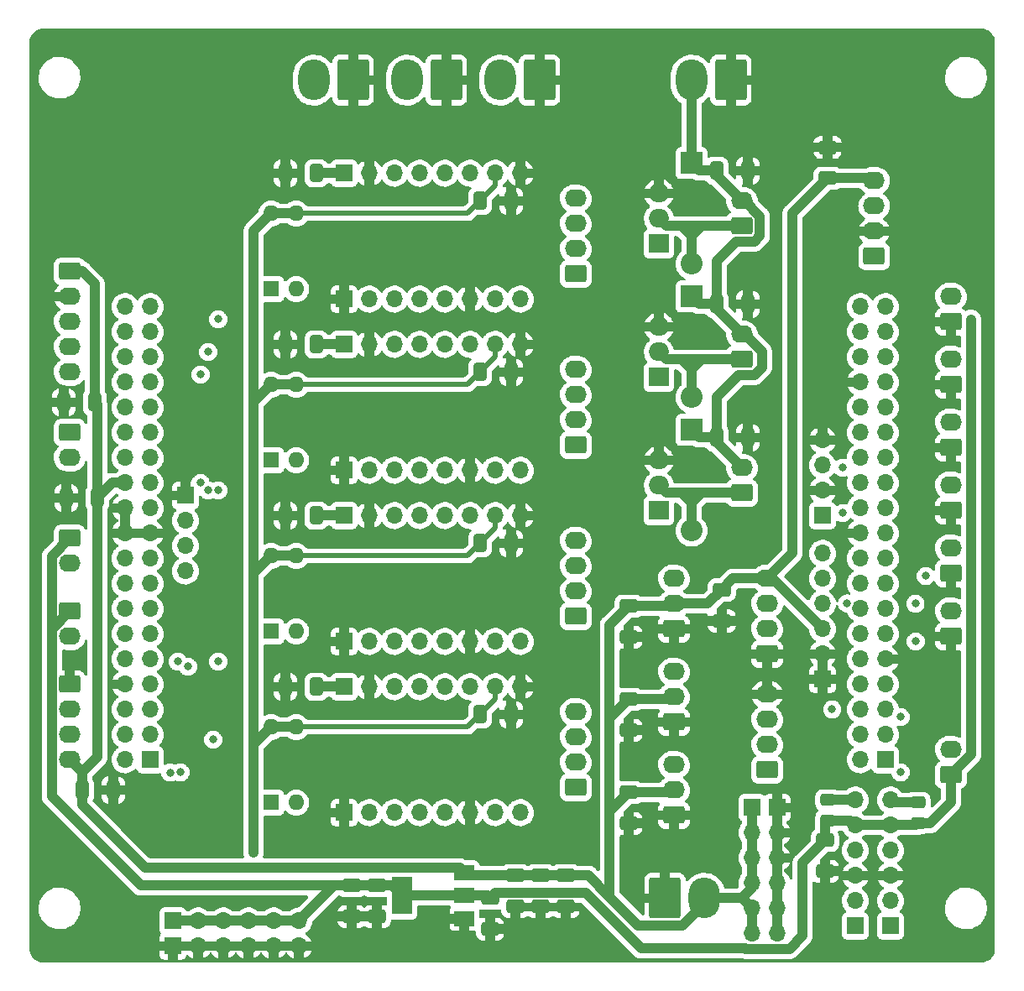
<source format=gbr>
%TF.GenerationSoftware,KiCad,Pcbnew,6.0.4-6f826c9f35~116~ubuntu21.10.1*%
%TF.CreationDate,2022-04-20T19:24:38+02:00*%
%TF.ProjectId,Interco_nucleo_4couches,496e7465-7263-46f5-9f6e-75636c656f5f,rev?*%
%TF.SameCoordinates,Original*%
%TF.FileFunction,Copper,L1,Top*%
%TF.FilePolarity,Positive*%
%FSLAX46Y46*%
G04 Gerber Fmt 4.6, Leading zero omitted, Abs format (unit mm)*
G04 Created by KiCad (PCBNEW 6.0.4-6f826c9f35~116~ubuntu21.10.1) date 2022-04-20 19:24:38*
%MOMM*%
%LPD*%
G01*
G04 APERTURE LIST*
G04 Aperture macros list*
%AMRoundRect*
0 Rectangle with rounded corners*
0 $1 Rounding radius*
0 $2 $3 $4 $5 $6 $7 $8 $9 X,Y pos of 4 corners*
0 Add a 4 corners polygon primitive as box body*
4,1,4,$2,$3,$4,$5,$6,$7,$8,$9,$2,$3,0*
0 Add four circle primitives for the rounded corners*
1,1,$1+$1,$2,$3*
1,1,$1+$1,$4,$5*
1,1,$1+$1,$6,$7*
1,1,$1+$1,$8,$9*
0 Add four rect primitives between the rounded corners*
20,1,$1+$1,$2,$3,$4,$5,0*
20,1,$1+$1,$4,$5,$6,$7,0*
20,1,$1+$1,$6,$7,$8,$9,0*
20,1,$1+$1,$8,$9,$2,$3,0*%
G04 Aperture macros list end*
%TA.AperFunction,ComponentPad*%
%ADD10O,1.700000X1.700000*%
%TD*%
%TA.AperFunction,ComponentPad*%
%ADD11R,1.700000X1.700000*%
%TD*%
%TA.AperFunction,SMDPad,CuDef*%
%ADD12RoundRect,0.250000X-0.650000X0.412500X-0.650000X-0.412500X0.650000X-0.412500X0.650000X0.412500X0*%
%TD*%
%TA.AperFunction,SMDPad,CuDef*%
%ADD13RoundRect,0.250000X-0.412500X-0.650000X0.412500X-0.650000X0.412500X0.650000X-0.412500X0.650000X0*%
%TD*%
%TA.AperFunction,SMDPad,CuDef*%
%ADD14RoundRect,0.250000X0.412500X0.650000X-0.412500X0.650000X-0.412500X-0.650000X0.412500X-0.650000X0*%
%TD*%
%TA.AperFunction,ComponentPad*%
%ADD15RoundRect,0.250000X0.845000X-0.620000X0.845000X0.620000X-0.845000X0.620000X-0.845000X-0.620000X0*%
%TD*%
%TA.AperFunction,ComponentPad*%
%ADD16O,2.190000X1.740000*%
%TD*%
%TA.AperFunction,ComponentPad*%
%ADD17RoundRect,0.250000X-0.845000X0.620000X-0.845000X-0.620000X0.845000X-0.620000X0.845000X0.620000X0*%
%TD*%
%TA.AperFunction,ComponentPad*%
%ADD18RoundRect,0.250000X-1.330000X-1.800000X1.330000X-1.800000X1.330000X1.800000X-1.330000X1.800000X0*%
%TD*%
%TA.AperFunction,ComponentPad*%
%ADD19O,3.160000X4.100000*%
%TD*%
%TA.AperFunction,ComponentPad*%
%ADD20R,2.200000X2.200000*%
%TD*%
%TA.AperFunction,ComponentPad*%
%ADD21O,2.200000X2.200000*%
%TD*%
%TA.AperFunction,ComponentPad*%
%ADD22R,1.600000X1.600000*%
%TD*%
%TA.AperFunction,ComponentPad*%
%ADD23O,1.600000X1.600000*%
%TD*%
%TA.AperFunction,SMDPad,CuDef*%
%ADD24R,2.000000X1.500000*%
%TD*%
%TA.AperFunction,SMDPad,CuDef*%
%ADD25R,2.000000X3.800000*%
%TD*%
%TA.AperFunction,ComponentPad*%
%ADD26RoundRect,0.250000X1.330000X1.800000X-1.330000X1.800000X-1.330000X-1.800000X1.330000X-1.800000X0*%
%TD*%
%TA.AperFunction,ComponentPad*%
%ADD27R,2.000000X1.905000*%
%TD*%
%TA.AperFunction,ComponentPad*%
%ADD28O,2.000000X1.905000*%
%TD*%
%TA.AperFunction,SMDPad,CuDef*%
%ADD29RoundRect,0.250000X0.475000X-0.337500X0.475000X0.337500X-0.475000X0.337500X-0.475000X-0.337500X0*%
%TD*%
%TA.AperFunction,SMDPad,CuDef*%
%ADD30RoundRect,0.250000X0.650000X-0.412500X0.650000X0.412500X-0.650000X0.412500X-0.650000X-0.412500X0*%
%TD*%
%TA.AperFunction,ViaPad*%
%ADD31C,0.800000*%
%TD*%
%TA.AperFunction,Conductor*%
%ADD32C,1.000000*%
%TD*%
%TA.AperFunction,Conductor*%
%ADD33C,0.500000*%
%TD*%
G04 APERTURE END LIST*
D10*
%TO.P,J54,6,Pin_6*%
%TO.N,GND*%
X61976000Y-131826000D03*
%TO.P,J54,5,Pin_5*%
X59436000Y-131826000D03*
%TO.P,J54,4,Pin_4*%
X56896000Y-131826000D03*
%TO.P,J54,3,Pin_3*%
X54356000Y-131826000D03*
%TO.P,J54,2,Pin_2*%
X51816000Y-131826000D03*
D11*
%TO.P,J54,1,Pin_1*%
X49276000Y-131826000D03*
%TD*%
D10*
%TO.P,J53,6,Pin_6*%
%TO.N,/3V3_LDO*%
X61976000Y-129286000D03*
%TO.P,J53,5,Pin_5*%
X59436000Y-129286000D03*
%TO.P,J53,4,Pin_4*%
X56896000Y-129286000D03*
%TO.P,J53,3,Pin_3*%
X54356000Y-129286000D03*
%TO.P,J53,2,Pin_2*%
X51816000Y-129286000D03*
D11*
%TO.P,J53,1,Pin_1*%
X49276000Y-129286000D03*
%TD*%
D12*
%TO.P,C74,1*%
%TO.N,/3V3_LDO*%
X69850000Y-125730000D03*
%TO.P,C74,2*%
%TO.N,GND*%
X69850000Y-128855000D03*
%TD*%
D11*
%TO.P,J28,1,Pin_1*%
%TO.N,/PA_7*%
X121666000Y-129794000D03*
D10*
%TO.P,J28,2,Pin_2*%
%TO.N,/PA_6*%
X121666000Y-127254000D03*
%TO.P,J28,3,Pin_3*%
%TO.N,GND*%
X121666000Y-124714000D03*
%TO.P,J28,4,Pin_4*%
%TO.N,/PA_5*%
X121666000Y-122174000D03*
%TO.P,J28,5,Pin_5*%
%TO.N,/3V3_LDO*%
X121666000Y-119634000D03*
%TO.P,J28,6,Pin_6*%
%TO.N,/PA_8*%
X121666000Y-117094000D03*
%TD*%
D11*
%TO.P,U12,1,EN*%
%TO.N,GND*%
X66548000Y-83820000D03*
D10*
%TO.P,U12,2,MS1*%
%TO.N,Net-(R15-Pad1)*%
X69088000Y-83820000D03*
%TO.P,U12,3,MS2*%
%TO.N,Net-(R14-Pad1)*%
X71628000Y-83820000D03*
%TO.P,U12,4,PDN*%
%TO.N,/PC_12*%
X74168000Y-83820000D03*
%TO.P,U12,5,PDN*%
%TO.N,unconnected-(U12-Pad5)*%
X76708000Y-83820000D03*
%TO.P,U12,6,CLK*%
%TO.N,GND*%
X79248000Y-83820000D03*
%TO.P,U12,7,STEP*%
%TO.N,/PC_1*%
X81788000Y-83820000D03*
%TO.P,U12,8,DIR*%
%TO.N,/D2*%
X84328000Y-83820000D03*
%TO.P,U12,9,GND*%
%TO.N,GND*%
X84328000Y-71120000D03*
%TO.P,U12,10,VDD*%
%TO.N,/3V3_LDO*%
X81788000Y-71120000D03*
%TO.P,U12,11,B2*%
%TO.N,/B22*%
X79248000Y-71120000D03*
%TO.P,U12,12,B1*%
%TO.N,/B21*%
X76708000Y-71120000D03*
%TO.P,U12,13,A1*%
%TO.N,/A21*%
X74168000Y-71120000D03*
%TO.P,U12,14,A2*%
%TO.N,/A22*%
X71628000Y-71120000D03*
%TO.P,U12,15,GND*%
%TO.N,GND*%
X69088000Y-71120000D03*
D11*
%TO.P,U12,16,VM*%
%TO.N,/V_LIPO*%
X66548000Y-71120000D03*
%TD*%
D13*
%TO.P,C515,1*%
%TO.N,/3V3_LDO*%
X80264000Y-91186000D03*
%TO.P,C515,2*%
%TO.N,GND*%
X83389000Y-91186000D03*
%TD*%
D14*
%TO.P,C52,1*%
%TO.N,/V_LIPO*%
X63754000Y-88392000D03*
%TO.P,C52,2*%
%TO.N,GND*%
X60629000Y-88392000D03*
%TD*%
D15*
%TO.P,J34,1,Pin_1*%
%TO.N,GND*%
X127762000Y-94234000D03*
D16*
%TO.P,J34,2,Pin_2*%
%TO.N,Net-(J34-Pad2)*%
X127762000Y-91694000D03*
%TD*%
D17*
%TO.P,J41,1,Pin_1*%
%TO.N,/3V3_LDO*%
X38862000Y-90678000D03*
D16*
%TO.P,J41,2,Pin_2*%
%TO.N,Net-(J41-Pad2)*%
X38862000Y-93218000D03*
%TD*%
D18*
%TO.P,J52,1,Pin_1*%
%TO.N,GND*%
X98910000Y-127000000D03*
D19*
%TO.P,J52,2,Pin_2*%
%TO.N,/5V0*%
X102870000Y-127000000D03*
%TD*%
D20*
%TO.P,D22,1,K*%
%TO.N,/electroaimant_12V*%
X101600000Y-52832000D03*
D21*
%TO.P,D22,2,A*%
%TO.N,Net-(D22-Pad2)*%
X101600000Y-62992000D03*
%TD*%
D15*
%TO.P,J12,1,Pin_1*%
%TO.N,/A22*%
X89916000Y-81280000D03*
D16*
%TO.P,J12,2,Pin_2*%
%TO.N,/A21*%
X89916000Y-78740000D03*
%TO.P,J12,3,Pin_3*%
%TO.N,/B21*%
X89916000Y-76200000D03*
%TO.P,J12,4,Pin_4*%
%TO.N,/B22*%
X89916000Y-73660000D03*
%TD*%
D22*
%TO.P,SW20,1*%
%TO.N,Net-(R20-Pad1)*%
X59182000Y-65532000D03*
D23*
%TO.P,SW20,2*%
%TO.N,Net-(R21-Pad1)*%
X61722000Y-65532000D03*
%TO.P,SW20,3*%
%TO.N,/3V3_LDO*%
X61722000Y-57912000D03*
%TO.P,SW20,4*%
X59182000Y-57912000D03*
%TD*%
D20*
%TO.P,D20,1,K*%
%TO.N,/electroaimant_12V*%
X101600000Y-66294000D03*
D21*
%TO.P,D20,2,A*%
%TO.N,Net-(D20-Pad2)*%
X101600000Y-76454000D03*
%TD*%
D12*
%TO.P,C513,1*%
%TO.N,/3V3_LDO*%
X81280000Y-127000000D03*
%TO.P,C513,2*%
%TO.N,GND*%
X81280000Y-130125000D03*
%TD*%
D15*
%TO.P,J24,1,Pin_1*%
%TO.N,Net-(D21-Pad2)*%
X106680000Y-86106000D03*
D16*
%TO.P,J24,2,Pin_2*%
%TO.N,/electroaimant_12V*%
X106680000Y-83566000D03*
%TD*%
D14*
%TO.P,C53,1*%
%TO.N,/V_LIPO*%
X63754000Y-105664000D03*
%TO.P,C53,2*%
%TO.N,GND*%
X60629000Y-105664000D03*
%TD*%
D17*
%TO.P,J43,1,Pin_1*%
%TO.N,/3V3_LDO*%
X38862000Y-98044000D03*
D16*
%TO.P,J43,2,Pin_2*%
%TO.N,Net-(J43-Pad2)*%
X38862000Y-100584000D03*
%TD*%
D11*
%TO.P,J29,1,Pin_1*%
%TO.N,/PA_7*%
X118110000Y-129794000D03*
D10*
%TO.P,J29,2,Pin_2*%
%TO.N,/PA_6*%
X118110000Y-127254000D03*
%TO.P,J29,3,Pin_3*%
%TO.N,GND*%
X118110000Y-124714000D03*
%TO.P,J29,4,Pin_4*%
%TO.N,/PA_5*%
X118110000Y-122174000D03*
%TO.P,J29,5,Pin_5*%
%TO.N,/3V3_LDO*%
X118110000Y-119634000D03*
%TO.P,J29,6,Pin_6*%
%TO.N,/PB_2*%
X118110000Y-117094000D03*
%TD*%
D13*
%TO.P,C56,1*%
%TO.N,/electroaimant_12V*%
X104140000Y-80518000D03*
%TO.P,C56,2*%
%TO.N,GND*%
X107265000Y-80518000D03*
%TD*%
D24*
%TO.P,U70,1,GND*%
%TO.N,GND*%
X78690000Y-129046000D03*
%TO.P,U70,2,VO*%
%TO.N,/3V3_LDO*%
X78690000Y-126746000D03*
D25*
X72390000Y-126746000D03*
D24*
%TO.P,U70,3,VI*%
%TO.N,/5V0*%
X78690000Y-124446000D03*
%TD*%
D26*
%TO.P,J500,1,Pin_1*%
%TO.N,GND*%
X76858000Y-44450000D03*
D19*
%TO.P,J500,2,Pin_2*%
%TO.N,/V_LIPO*%
X72898000Y-44450000D03*
%TD*%
D27*
%TO.P,Q21,1,G*%
%TO.N,/PB_1*%
X98298000Y-87884000D03*
D28*
%TO.P,Q21,2,D*%
%TO.N,Net-(D21-Pad2)*%
X98298000Y-85344000D03*
%TO.P,Q21,3,S*%
%TO.N,GND*%
X98298000Y-82804000D03*
%TD*%
D14*
%TO.P,C58,1*%
%TO.N,/5V0*%
X41402000Y-76962000D03*
%TO.P,C58,2*%
%TO.N,GND*%
X38277000Y-76962000D03*
%TD*%
D13*
%TO.P,C54,1*%
%TO.N,/electroaimant_12V*%
X104140000Y-53594000D03*
%TO.P,C54,2*%
%TO.N,GND*%
X107265000Y-53594000D03*
%TD*%
D15*
%TO.P,J22,1,Pin_1*%
%TO.N,GND*%
X99822000Y-118618000D03*
D16*
%TO.P,J22,2,Pin_2*%
%TO.N,/5V0*%
X99822000Y-116078000D03*
%TO.P,J22,3,Pin_3*%
%TO.N,/PB_8*%
X99822000Y-113538000D03*
%TD*%
D13*
%TO.P,C55,1*%
%TO.N,/electroaimant_12V*%
X104140000Y-67056000D03*
%TO.P,C55,2*%
%TO.N,GND*%
X107265000Y-67056000D03*
%TD*%
D15*
%TO.P,J21,1,Pin_1*%
%TO.N,GND*%
X99822000Y-109220000D03*
D16*
%TO.P,J21,2,Pin_2*%
%TO.N,/5V0*%
X99822000Y-106680000D03*
%TO.P,J21,3,Pin_3*%
%TO.N,/PB_9*%
X99822000Y-104140000D03*
%TD*%
D11*
%TO.P,U20,1,EN*%
%TO.N,GND*%
X66548000Y-66548000D03*
D10*
%TO.P,U20,2,MS1*%
%TO.N,Net-(R21-Pad1)*%
X69088000Y-66548000D03*
%TO.P,U20,3,MS2*%
%TO.N,Net-(R20-Pad1)*%
X71628000Y-66548000D03*
%TO.P,U20,4,PDN*%
%TO.N,/PC_12*%
X74168000Y-66548000D03*
%TO.P,U20,5,PDN*%
%TO.N,unconnected-(U20-Pad5)*%
X76708000Y-66548000D03*
%TO.P,U20,6,CLK*%
%TO.N,GND*%
X79248000Y-66548000D03*
%TO.P,U20,7,STEP*%
%TO.N,/PC_3*%
X81788000Y-66548000D03*
%TO.P,U20,8,DIR*%
%TO.N,/D3*%
X84328000Y-66548000D03*
%TO.P,U20,9,GND*%
%TO.N,GND*%
X84328000Y-53848000D03*
%TO.P,U20,10,VDD*%
%TO.N,/3V3_LDO*%
X81788000Y-53848000D03*
%TO.P,U20,11,B2*%
%TO.N,/B32*%
X79248000Y-53848000D03*
%TO.P,U20,12,B1*%
%TO.N,/B31*%
X76708000Y-53848000D03*
%TO.P,U20,13,A1*%
%TO.N,/A31*%
X74168000Y-53848000D03*
%TO.P,U20,14,A2*%
%TO.N,/A32*%
X71628000Y-53848000D03*
%TO.P,U20,15,GND*%
%TO.N,GND*%
X69088000Y-53848000D03*
D11*
%TO.P,U20,16,VM*%
%TO.N,/V_LIPO*%
X66548000Y-53848000D03*
%TD*%
D15*
%TO.P,J36,1,Pin_1*%
%TO.N,/LIDAR_RX*%
X120015000Y-62230000D03*
D16*
%TO.P,J36,2,Pin_2*%
%TO.N,GND*%
X120015000Y-59690000D03*
%TO.P,J36,3,Pin_3*%
%TO.N,/LIDAR_TX*%
X120015000Y-57150000D03*
%TO.P,J36,4,Pin_4*%
%TO.N,/5V0*%
X120015000Y-54610000D03*
%TD*%
D17*
%TO.P,J26,1,Pin_1*%
%TO.N,/5V0*%
X38862000Y-63754000D03*
D16*
%TO.P,J26,2,Pin_2*%
%TO.N,GND*%
X38862000Y-66294000D03*
%TO.P,J26,3,Pin_3*%
%TO.N,/PC_2*%
X38862000Y-68834000D03*
%TO.P,J26,4,Pin_4*%
%TO.N,/PA_1*%
X38862000Y-71374000D03*
%TO.P,J26,5,Pin_5*%
%TO.N,/PA_0*%
X38862000Y-73914000D03*
%TD*%
D15*
%TO.P,J25,1,Pin_1*%
%TO.N,Net-(D22-Pad2)*%
X106680000Y-59182000D03*
D16*
%TO.P,J25,2,Pin_2*%
%TO.N,/electroaimant_12V*%
X106680000Y-56642000D03*
%TD*%
D13*
%TO.P,C516,1*%
%TO.N,/3V3_LDO*%
X80264000Y-73914000D03*
%TO.P,C516,2*%
%TO.N,GND*%
X83389000Y-73914000D03*
%TD*%
D11*
%TO.P,J03,1,Pin_1*%
%TO.N,GND*%
X50546000Y-86360000D03*
D10*
%TO.P,J03,2,Pin_2*%
%TO.N,/PB_7*%
X50546000Y-88900000D03*
%TO.P,J03,3,Pin_3*%
%TO.N,/5V*%
X50546000Y-91440000D03*
%TO.P,J03,4,Pin_4*%
%TO.N,/3V3*%
X50546000Y-93980000D03*
%TD*%
D12*
%TO.P,C57,1*%
%TO.N,/5V0*%
X104648000Y-95885000D03*
%TO.P,C57,2*%
%TO.N,GND*%
X104648000Y-99010000D03*
%TD*%
D29*
%TO.P,R23,1*%
%TO.N,/3V3_LDO*%
X115316000Y-119169000D03*
%TO.P,R23,2*%
%TO.N,/PB_2*%
X115316000Y-117094000D03*
%TD*%
D30*
%TO.P,C591,1*%
%TO.N,GND*%
X95250000Y-110059000D03*
%TO.P,C591,2*%
%TO.N,/5V0*%
X95250000Y-106934000D03*
%TD*%
D12*
%TO.P,C590,1*%
%TO.N,/5V0*%
X95250000Y-116332000D03*
%TO.P,C590,2*%
%TO.N,GND*%
X95250000Y-119457000D03*
%TD*%
D15*
%TO.P,J11,1,Pin_1*%
%TO.N,/A12*%
X89916000Y-98552000D03*
D16*
%TO.P,J11,2,Pin_2*%
%TO.N,/A11*%
X89916000Y-96012000D03*
%TO.P,J11,3,Pin_3*%
%TO.N,/B11*%
X89916000Y-93472000D03*
%TO.P,J11,4,Pin_4*%
%TO.N,/B12*%
X89916000Y-90932000D03*
%TD*%
D22*
%TO.P,SW12,1*%
%TO.N,Net-(R14-Pad1)*%
X59182000Y-82804000D03*
D23*
%TO.P,SW12,2*%
%TO.N,Net-(R15-Pad1)*%
X61722000Y-82804000D03*
%TO.P,SW12,3*%
%TO.N,/3V3_LDO*%
X61722000Y-75184000D03*
%TO.P,SW12,4*%
X59182000Y-75184000D03*
%TD*%
D15*
%TO.P,J23,1,Pin_1*%
%TO.N,Net-(D20-Pad2)*%
X106680000Y-72644000D03*
D16*
%TO.P,J23,2,Pin_2*%
%TO.N,/electroaimant_12V*%
X106680000Y-70104000D03*
%TD*%
D22*
%TO.P,SW10,1*%
%TO.N,Net-(R10-Pad1)*%
X59182000Y-117348000D03*
D23*
%TO.P,SW10,2*%
%TO.N,Net-(R11-Pad1)*%
X61722000Y-117348000D03*
%TO.P,SW10,3*%
%TO.N,/3V3_LDO*%
X61722000Y-109728000D03*
%TO.P,SW10,4*%
X59182000Y-109728000D03*
%TD*%
D17*
%TO.P,J40,1,Pin_1*%
%TO.N,/3V3_LDO*%
X38862000Y-80010000D03*
D16*
%TO.P,J40,2,Pin_2*%
%TO.N,Net-(J40-Pad2)*%
X38862000Y-82550000D03*
%TD*%
D26*
%TO.P,J502,1,Pin_1*%
%TO.N,GND*%
X67460000Y-44450000D03*
D19*
%TO.P,J502,2,Pin_2*%
%TO.N,/V_LIPO*%
X63500000Y-44450000D03*
%TD*%
D12*
%TO.P,C72,1*%
%TO.N,/5V0*%
X88900000Y-124714000D03*
%TO.P,C72,2*%
%TO.N,GND*%
X88900000Y-127839000D03*
%TD*%
D15*
%TO.P,J32,1,Pin_1*%
%TO.N,GND*%
X127762000Y-81534000D03*
D16*
%TO.P,J32,2,Pin_2*%
%TO.N,Net-(J32-Pad2)*%
X127762000Y-78994000D03*
%TD*%
D15*
%TO.P,J33,1,Pin_1*%
%TO.N,GND*%
X127762000Y-87884000D03*
D16*
%TO.P,J33,2,Pin_2*%
%TO.N,Net-(J33-Pad2)*%
X127762000Y-85344000D03*
%TD*%
D15*
%TO.P,J42,1,Pin_1*%
%TO.N,/3V3_LDO*%
X127762000Y-114554000D03*
D16*
%TO.P,J42,2,Pin_2*%
%TO.N,Net-(J42-Pad2)*%
X127762000Y-112014000D03*
%TD*%
D30*
%TO.P,C512,1*%
%TO.N,/5V0*%
X115316000Y-54356000D03*
%TO.P,C512,2*%
%TO.N,GND*%
X115316000Y-51231000D03*
%TD*%
D13*
%TO.P,C514,1*%
%TO.N,/3V3_LDO*%
X80264000Y-108458000D03*
%TO.P,C514,2*%
%TO.N,GND*%
X83389000Y-108458000D03*
%TD*%
D11*
%TO.P,J60,1,Pin_1*%
%TO.N,/5V0*%
X107696000Y-117856000D03*
D10*
%TO.P,J60,2,Pin_2*%
X107696000Y-120396000D03*
%TO.P,J60,3,Pin_3*%
X107696000Y-122936000D03*
%TO.P,J60,4,Pin_4*%
X107696000Y-125476000D03*
%TO.P,J60,5,Pin_5*%
X107696000Y-128016000D03*
%TO.P,J60,6,Pin_6*%
X107696000Y-130556000D03*
%TD*%
D26*
%TO.P,J51,1,Pin_1*%
%TO.N,GND*%
X105560000Y-44450000D03*
D19*
%TO.P,J51,2,Pin_2*%
%TO.N,/electroaimant_12V*%
X101600000Y-44450000D03*
%TD*%
D26*
%TO.P,J501,1,Pin_1*%
%TO.N,GND*%
X86256000Y-44450000D03*
D19*
%TO.P,J501,2,Pin_2*%
%TO.N,/V_LIPO*%
X82296000Y-44450000D03*
%TD*%
D11*
%TO.P,J39,1,Pin_1*%
%TO.N,GND*%
X114808000Y-104902000D03*
D10*
%TO.P,J39,2,Pin_2*%
X114808000Y-102362000D03*
%TO.P,J39,3,Pin_3*%
%TO.N,/5V0*%
X114808000Y-99822000D03*
%TO.P,J39,4,Pin_4*%
%TO.N,/LORA_TX*%
X114808000Y-97282000D03*
%TO.P,J39,5,Pin_5*%
%TO.N,/LORA_RX*%
X114808000Y-94742000D03*
%TO.P,J39,6,Pin_6*%
%TO.N,unconnected-(J39-Pad6)*%
X114808000Y-92202000D03*
%TD*%
D12*
%TO.P,C73,1*%
%TO.N,/3V3_LDO*%
X67310000Y-125730000D03*
%TO.P,C73,2*%
%TO.N,GND*%
X67310000Y-128855000D03*
%TD*%
%TO.P,C71,1*%
%TO.N,/5V0*%
X86360000Y-124714000D03*
%TO.P,C71,2*%
%TO.N,GND*%
X86360000Y-127839000D03*
%TD*%
D20*
%TO.P,D21,1,K*%
%TO.N,/electroaimant_12V*%
X101600000Y-79756000D03*
D21*
%TO.P,D21,2,A*%
%TO.N,Net-(D21-Pad2)*%
X101600000Y-89916000D03*
%TD*%
D11*
%TO.P,J04,1,Pin_1*%
%TO.N,/PC_5*%
X114808000Y-88392000D03*
D10*
%TO.P,J04,2,Pin_2*%
%TO.N,GND*%
X114808000Y-85852000D03*
%TO.P,J04,3,Pin_3*%
%TO.N,/PB_6*%
X114808000Y-83312000D03*
%TO.P,J04,4,Pin_4*%
%TO.N,GND*%
X114808000Y-80772000D03*
%TD*%
D15*
%TO.P,D40,1,RA*%
%TO.N,Net-(D40-Pad1)*%
X109220000Y-114046000D03*
D16*
%TO.P,D40,2,GA*%
%TO.N,Net-(D40-Pad2)*%
X109220000Y-111506000D03*
%TO.P,D40,3,BA*%
%TO.N,Net-(D40-Pad3)*%
X109220000Y-108966000D03*
%TO.P,D40,4,K*%
%TO.N,GND*%
X109220000Y-106426000D03*
%TD*%
D14*
%TO.P,C51,1*%
%TO.N,/V_LIPO*%
X63754000Y-71120000D03*
%TO.P,C51,2*%
%TO.N,GND*%
X60629000Y-71120000D03*
%TD*%
D13*
%TO.P,C510,1*%
%TO.N,/5V0*%
X40132000Y-116078000D03*
%TO.P,C510,2*%
%TO.N,GND*%
X43257000Y-116078000D03*
%TD*%
D11*
%TO.P,U11,1,EN*%
%TO.N,GND*%
X66548000Y-101092000D03*
D10*
%TO.P,U11,2,MS1*%
%TO.N,Net-(R13-Pad1)*%
X69088000Y-101092000D03*
%TO.P,U11,3,MS2*%
%TO.N,Net-(R12-Pad1)*%
X71628000Y-101092000D03*
%TO.P,U11,4,PDN*%
%TO.N,/PC_12*%
X74168000Y-101092000D03*
%TO.P,U11,5,PDN*%
%TO.N,unconnected-(U11-Pad5)*%
X76708000Y-101092000D03*
%TO.P,U11,6,CLK*%
%TO.N,GND*%
X79248000Y-101092000D03*
%TO.P,U11,7,STEP*%
%TO.N,/PH_1*%
X81788000Y-101092000D03*
%TO.P,U11,8,DIR*%
%TO.N,/D1*%
X84328000Y-101092000D03*
%TO.P,U11,9,GND*%
%TO.N,GND*%
X84328000Y-88392000D03*
%TO.P,U11,10,VDD*%
%TO.N,/3V3_LDO*%
X81788000Y-88392000D03*
%TO.P,U11,11,B2*%
%TO.N,/B12*%
X79248000Y-88392000D03*
%TO.P,U11,12,B1*%
%TO.N,/B11*%
X76708000Y-88392000D03*
%TO.P,U11,13,A1*%
%TO.N,/A11*%
X74168000Y-88392000D03*
%TO.P,U11,14,A2*%
%TO.N,/A12*%
X71628000Y-88392000D03*
%TO.P,U11,15,GND*%
%TO.N,GND*%
X69088000Y-88392000D03*
D11*
%TO.P,U11,16,VM*%
%TO.N,/V_LIPO*%
X66548000Y-88392000D03*
%TD*%
D13*
%TO.P,C517,1*%
%TO.N,/3V3_LDO*%
X80264000Y-56642000D03*
%TO.P,C517,2*%
%TO.N,GND*%
X83389000Y-56642000D03*
%TD*%
D17*
%TO.P,J38,1,Pin_1*%
%TO.N,GND*%
X38862000Y-105410000D03*
D16*
%TO.P,J38,2,Pin_2*%
%TO.N,/7SEG_TX*%
X38862000Y-107950000D03*
%TO.P,J38,3,Pin_3*%
%TO.N,/7SEG_RX*%
X38862000Y-110490000D03*
%TO.P,J38,4,Pin_4*%
%TO.N,/5V0*%
X38862000Y-113030000D03*
%TD*%
D15*
%TO.P,J31,1,Pin_1*%
%TO.N,GND*%
X127762000Y-75184000D03*
D16*
%TO.P,J31,2,Pin_2*%
%TO.N,Net-(J31-Pad2)*%
X127762000Y-72644000D03*
%TD*%
D15*
%TO.P,J20,1,Pin_1*%
%TO.N,GND*%
X99822000Y-99822000D03*
D16*
%TO.P,J20,2,Pin_2*%
%TO.N,/5V0*%
X99822000Y-97282000D03*
%TO.P,J20,3,Pin_3*%
%TO.N,/PB_10*%
X99822000Y-94742000D03*
%TD*%
D15*
%TO.P,J30,1,Pin_1*%
%TO.N,GND*%
X127762000Y-68834000D03*
D16*
%TO.P,J30,2,Pin_2*%
%TO.N,Net-(J30-Pad2)*%
X127762000Y-66294000D03*
%TD*%
D30*
%TO.P,C592,1*%
%TO.N,GND*%
X95250000Y-100661000D03*
%TO.P,C592,2*%
%TO.N,/5V0*%
X95250000Y-97536000D03*
%TD*%
D14*
%TO.P,C511,1*%
%TO.N,/5V0*%
X41656000Y-86614000D03*
%TO.P,C511,2*%
%TO.N,GND*%
X38531000Y-86614000D03*
%TD*%
D15*
%TO.P,J35,1,Pin_1*%
%TO.N,GND*%
X127762000Y-100584000D03*
D16*
%TO.P,J35,2,Pin_2*%
%TO.N,Net-(J35-Pad2)*%
X127762000Y-98044000D03*
%TD*%
D15*
%TO.P,J27,1,Pin_1*%
%TO.N,/A32*%
X89916000Y-64008000D03*
D16*
%TO.P,J27,2,Pin_2*%
%TO.N,/A31*%
X89916000Y-61468000D03*
%TO.P,J27,3,Pin_3*%
%TO.N,/B31*%
X89916000Y-58928000D03*
%TO.P,J27,4,Pin_4*%
%TO.N,/B32*%
X89916000Y-56388000D03*
%TD*%
D27*
%TO.P,Q20,1,G*%
%TO.N,/PB_3*%
X98298000Y-74422000D03*
D28*
%TO.P,Q20,2,D*%
%TO.N,Net-(D20-Pad2)*%
X98298000Y-71882000D03*
%TO.P,Q20,3,S*%
%TO.N,GND*%
X98298000Y-69342000D03*
%TD*%
D15*
%TO.P,J37,1,Pin_1*%
%TO.N,GND*%
X109220000Y-102362000D03*
D16*
%TO.P,J37,2,Pin_2*%
%TO.N,/LORA_TX*%
X109220000Y-99822000D03*
%TO.P,J37,3,Pin_3*%
%TO.N,/LORA_RX*%
X109220000Y-97282000D03*
%TO.P,J37,4,Pin_4*%
%TO.N,/5V0*%
X109220000Y-94742000D03*
%TD*%
D14*
%TO.P,C50,1*%
%TO.N,/V_LIPO*%
X63754000Y-53848000D03*
%TO.P,C50,2*%
%TO.N,GND*%
X60629000Y-53848000D03*
%TD*%
D12*
%TO.P,C518,1*%
%TO.N,/3V3_LDO*%
X115062000Y-121158000D03*
%TO.P,C518,2*%
%TO.N,GND*%
X115062000Y-124283000D03*
%TD*%
D22*
%TO.P,SW11,1*%
%TO.N,Net-(R12-Pad1)*%
X59182000Y-100076000D03*
D23*
%TO.P,SW11,2*%
%TO.N,Net-(R13-Pad1)*%
X61722000Y-100076000D03*
%TO.P,SW11,3*%
%TO.N,/3V3_LDO*%
X61722000Y-92456000D03*
%TO.P,SW11,4*%
X59182000Y-92456000D03*
%TD*%
D11*
%TO.P,U10,1,EN*%
%TO.N,GND*%
X66548000Y-118364000D03*
D10*
%TO.P,U10,2,MS1*%
%TO.N,Net-(R11-Pad1)*%
X69088000Y-118364000D03*
%TO.P,U10,3,MS2*%
%TO.N,Net-(R10-Pad1)*%
X71628000Y-118364000D03*
%TO.P,U10,4,PDN*%
%TO.N,/PC_12*%
X74168000Y-118364000D03*
%TO.P,U10,5,PDN*%
%TO.N,unconnected-(U10-Pad5)*%
X76708000Y-118364000D03*
%TO.P,U10,6,CLK*%
%TO.N,GND*%
X79248000Y-118364000D03*
%TO.P,U10,7,STEP*%
%TO.N,/PA_14*%
X81788000Y-118364000D03*
%TO.P,U10,8,DIR*%
%TO.N,/D0*%
X84328000Y-118364000D03*
%TO.P,U10,9,GND*%
%TO.N,GND*%
X84328000Y-105664000D03*
%TO.P,U10,10,VDD*%
%TO.N,/3V3_LDO*%
X81788000Y-105664000D03*
%TO.P,U10,11,B2*%
%TO.N,/B02*%
X79248000Y-105664000D03*
%TO.P,U10,12,B1*%
%TO.N,/B01*%
X76708000Y-105664000D03*
%TO.P,U10,13,A1*%
%TO.N,/A01*%
X74168000Y-105664000D03*
%TO.P,U10,14,A2*%
%TO.N,/A02*%
X71628000Y-105664000D03*
%TO.P,U10,15,GND*%
%TO.N,GND*%
X69088000Y-105664000D03*
D11*
%TO.P,U10,16,VM*%
%TO.N,/V_LIPO*%
X66548000Y-105664000D03*
%TD*%
D12*
%TO.P,C70,1*%
%TO.N,/5V0*%
X83820000Y-124714000D03*
%TO.P,C70,2*%
%TO.N,GND*%
X83820000Y-127839000D03*
%TD*%
D11*
%TO.P,J61,1,Pin_1*%
%TO.N,GND*%
X110236000Y-117856000D03*
D10*
%TO.P,J61,2,Pin_2*%
X110236000Y-120396000D03*
%TO.P,J61,3,Pin_3*%
X110236000Y-122936000D03*
%TO.P,J61,4,Pin_4*%
X110236000Y-125476000D03*
%TO.P,J61,5,Pin_5*%
X110236000Y-128016000D03*
%TO.P,J61,6,Pin_6*%
X110236000Y-130556000D03*
%TD*%
D27*
%TO.P,Q22,1,G*%
%TO.N,/PC_4*%
X98298000Y-60960000D03*
D28*
%TO.P,Q22,2,D*%
%TO.N,Net-(D22-Pad2)*%
X98298000Y-58420000D03*
%TO.P,Q22,3,S*%
%TO.N,GND*%
X98298000Y-55880000D03*
%TD*%
D29*
%TO.P,R22,1*%
%TO.N,/3V3_LDO*%
X124460000Y-119423000D03*
%TO.P,R22,2*%
%TO.N,/PA_8*%
X124460000Y-117348000D03*
%TD*%
D15*
%TO.P,J10,1,Pin_1*%
%TO.N,/A02*%
X89916000Y-115824000D03*
D16*
%TO.P,J10,2,Pin_2*%
%TO.N,/A01*%
X89916000Y-113284000D03*
%TO.P,J10,3,Pin_3*%
%TO.N,/B01*%
X89916000Y-110744000D03*
%TO.P,J10,4,Pin_4*%
%TO.N,/B02*%
X89916000Y-108204000D03*
%TD*%
D11*
%TO.P,J01,1,Pin_1*%
%TO.N,/7SEG_RX*%
X46990000Y-113030000D03*
D10*
%TO.P,J01,2,Pin_2*%
%TO.N,/7SEG_TX*%
X44450000Y-113030000D03*
%TO.P,J01,3,Pin_3*%
%TO.N,/PC_12*%
X46990000Y-110490000D03*
%TO.P,J01,4,Pin_4*%
%TO.N,/PD_2*%
X44450000Y-110490000D03*
%TO.P,J01,5,Pin_5*%
%TO.N,/VDD*%
X46990000Y-107950000D03*
%TO.P,J01,6,Pin_6*%
%TO.N,/E5V*%
X44450000Y-107950000D03*
%TO.P,J01,7,Pin_7*%
%TO.N,/BOOT0*%
X46990000Y-105410000D03*
%TO.P,J01,8,Pin_8*%
%TO.N,GND*%
X44450000Y-105410000D03*
%TO.P,J01,9,Pin_9*%
%TO.N,unconnected-(J01-Pad9)*%
X46990000Y-102870000D03*
%TO.P,J01,10,Pin_10*%
%TO.N,unconnected-(J01-Pad10)*%
X44450000Y-102870000D03*
%TO.P,J01,11,Pin_11*%
%TO.N,unconnected-(J01-Pad11)*%
X46990000Y-100330000D03*
%TO.P,J01,12,Pin_12*%
%TO.N,/IOREF*%
X44450000Y-100330000D03*
%TO.P,J01,13,Pin_13*%
%TO.N,/D0*%
X46990000Y-97790000D03*
%TO.P,J01,14,Pin_14*%
%TO.N,/RESET*%
X44450000Y-97790000D03*
%TO.P,J01,15,Pin_15*%
%TO.N,/PA_14*%
X46990000Y-95250000D03*
%TO.P,J01,16,Pin_16*%
%TO.N,/3V3*%
X44450000Y-95250000D03*
%TO.P,J01,17,Pin_17*%
%TO.N,/PA_15*%
X46990000Y-92710000D03*
%TO.P,J01,18,Pin_18*%
%TO.N,/5V*%
X44450000Y-92710000D03*
%TO.P,J01,19,Pin_19*%
%TO.N,GND*%
X46990000Y-90170000D03*
%TO.P,J01,20,Pin_20*%
X44450000Y-90170000D03*
%TO.P,J01,21,Pin_21*%
%TO.N,/PB_7*%
X46990000Y-87630000D03*
%TO.P,J01,22,Pin_22*%
%TO.N,GND*%
X44450000Y-87630000D03*
%TO.P,J01,23,Pin_23*%
%TO.N,/PC_13*%
X46990000Y-85090000D03*
%TO.P,J01,24,Pin_24*%
%TO.N,/5V0*%
X44450000Y-85090000D03*
%TO.P,J01,25,Pin_25*%
%TO.N,/PC_14*%
X46990000Y-82550000D03*
%TO.P,J01,26,Pin_26*%
%TO.N,unconnected-(J01-Pad26)*%
X44450000Y-82550000D03*
%TO.P,J01,27,Pin_27*%
%TO.N,/PC_15*%
X46990000Y-80010000D03*
%TO.P,J01,28,Pin_28*%
%TO.N,/PA_0*%
X44450000Y-80010000D03*
%TO.P,J01,29,Pin_29*%
%TO.N,/PH_0*%
X46990000Y-77470000D03*
%TO.P,J01,30,Pin_30*%
%TO.N,/PA_1*%
X44450000Y-77470000D03*
%TO.P,J01,31,Pin_31*%
%TO.N,/PH_1*%
X46990000Y-74930000D03*
%TO.P,J01,32,Pin_32*%
%TO.N,/D1*%
X44450000Y-74930000D03*
%TO.P,J01,33,Pin_33*%
%TO.N,/VBAT*%
X46990000Y-72390000D03*
%TO.P,J01,34,Pin_34*%
%TO.N,/D2*%
X44450000Y-72390000D03*
%TO.P,J01,35,Pin_35*%
%TO.N,/PC_2*%
X46990000Y-69850000D03*
%TO.P,J01,36,Pin_36*%
%TO.N,/PC_1*%
X44450000Y-69850000D03*
%TO.P,J01,37,Pin_37*%
%TO.N,/PC_3*%
X46990000Y-67310000D03*
%TO.P,J01,38,Pin_38*%
%TO.N,/D3*%
X44450000Y-67310000D03*
%TD*%
D11*
%TO.P,J02,1,Pin_1*%
%TO.N,/PC_9*%
X121158000Y-113030000D03*
D10*
%TO.P,J02,2,Pin_2*%
%TO.N,/PC_8*%
X118618000Y-113030000D03*
%TO.P,J02,3,Pin_3*%
%TO.N,/PB_8*%
X121158000Y-110490000D03*
%TO.P,J02,4,Pin_4*%
%TO.N,/LORA_TX*%
X118618000Y-110490000D03*
%TO.P,J02,5,Pin_5*%
%TO.N,/PB_9*%
X121158000Y-107950000D03*
%TO.P,J02,6,Pin_6*%
%TO.N,/PC_5*%
X118618000Y-107950000D03*
%TO.P,J02,7,Pin_7*%
%TO.N,/AVDD*%
X121158000Y-105410000D03*
%TO.P,J02,8,Pin_8*%
%TO.N,/U5V*%
X118618000Y-105410000D03*
%TO.P,J02,9,Pin_9*%
%TO.N,GND*%
X121158000Y-102870000D03*
%TO.P,J02,10,Pin_10*%
%TO.N,unconnected-(J02-Pad10)*%
X118618000Y-102870000D03*
%TO.P,J02,11,Pin_11*%
%TO.N,/PA_5*%
X121158000Y-100330000D03*
%TO.P,J02,12,Pin_12*%
%TO.N,/PA_12*%
X118618000Y-100330000D03*
%TO.P,J02,13,Pin_13*%
%TO.N,/PA_6*%
X121158000Y-97790000D03*
%TO.P,J02,14,Pin_14*%
%TO.N,/PA_11*%
X118618000Y-97790000D03*
%TO.P,J02,15,Pin_15*%
%TO.N,/PA_7*%
X121158000Y-95250000D03*
%TO.P,J02,16,Pin_16*%
%TO.N,/PB_12*%
X118618000Y-95250000D03*
%TO.P,J02,17,Pin_17*%
%TO.N,/PB_6*%
X121158000Y-92710000D03*
%TO.P,J02,18,Pin_18*%
%TO.N,unconnected-(J02-Pad18)*%
X118618000Y-92710000D03*
%TO.P,J02,19,Pin_19*%
%TO.N,/LORA_RX*%
X121158000Y-90170000D03*
%TO.P,J02,20,Pin_20*%
%TO.N,GND*%
X118618000Y-90170000D03*
%TO.P,J02,21,Pin_21*%
%TO.N,/LIDAR_RX*%
X121158000Y-87630000D03*
%TO.P,J02,22,Pin_22*%
%TO.N,/PB_2*%
X118618000Y-87630000D03*
%TO.P,J02,23,Pin_23*%
%TO.N,/PA_8*%
X121158000Y-85090000D03*
%TO.P,J02,24,Pin_24*%
%TO.N,/PB_1*%
X118618000Y-85090000D03*
%TO.P,J02,25,Pin_25*%
%TO.N,/PB_10*%
X121158000Y-82550000D03*
%TO.P,J02,26,Pin_26*%
%TO.N,/PB_15*%
X118618000Y-82550000D03*
%TO.P,J02,27,Pin_27*%
%TO.N,/PB_4*%
X121158000Y-80010000D03*
%TO.P,J02,28,Pin_28*%
%TO.N,/PB_14*%
X118618000Y-80010000D03*
%TO.P,J02,29,Pin_29*%
%TO.N,/PB_5*%
X121158000Y-77470000D03*
%TO.P,J02,30,Pin_30*%
%TO.N,/PB_13*%
X118618000Y-77470000D03*
%TO.P,J02,31,Pin_31*%
%TO.N,/PB_3*%
X121158000Y-74930000D03*
%TO.P,J02,32,Pin_32*%
%TO.N,GND*%
X118618000Y-74930000D03*
%TO.P,J02,33,Pin_33*%
%TO.N,/LIDAR_TX*%
X121158000Y-72390000D03*
%TO.P,J02,34,Pin_34*%
%TO.N,/PC_4*%
X118618000Y-72390000D03*
%TO.P,J02,35,Pin_35*%
%TO.N,/PA_2*%
X121158000Y-69850000D03*
%TO.P,J02,36,Pin_36*%
%TO.N,unconnected-(J02-Pad36)*%
X118618000Y-69850000D03*
%TO.P,J02,37,Pin_37*%
%TO.N,/PA_3*%
X121158000Y-67310000D03*
%TO.P,J02,38,Pin_38*%
%TO.N,unconnected-(J02-Pad38)*%
X118618000Y-67310000D03*
%TD*%
D31*
%TO.N,/3V3_LDO*%
X129794000Y-81323000D03*
X59436000Y-125730000D03*
X129794000Y-87673000D03*
X129794000Y-68623000D03*
X129794000Y-94023000D03*
X57404000Y-122428000D03*
X129794000Y-74973000D03*
X129794000Y-100373000D03*
%TO.N,/D0*%
X49000023Y-114321977D03*
%TO.N,/D1*%
X49784000Y-103124000D03*
%TO.N,/D2*%
X52070000Y-74168000D03*
X52070000Y-85090000D03*
%TO.N,/PC_5*%
X115773159Y-107950000D03*
%TO.N,/PA_5*%
X124206000Y-101092000D03*
%TO.N,/PA_6*%
X124181011Y-97282000D03*
%TO.N,/PA_7*%
X125222000Y-94488000D03*
%TO.N,/PB_6*%
X116840000Y-88138000D03*
X116840000Y-83566000D03*
%TO.N,/LORA_TX*%
X117272170Y-97251668D03*
%TO.N,/PC_12*%
X53848000Y-103124000D03*
X53340000Y-110998000D03*
X53848000Y-68580000D03*
X53848000Y-85852000D03*
%TO.N,/PA_14*%
X50038000Y-114300000D03*
%TO.N,/PH_1*%
X50800000Y-103632000D03*
%TO.N,/PC_1*%
X52832000Y-71882000D03*
X52832000Y-85852000D03*
%TO.N,/PB_4*%
X122682000Y-108712000D03*
%TO.N,/PB_5*%
X122682000Y-114300000D03*
%TD*%
D32*
%TO.N,/3V3_LDO*%
X67310000Y-125730000D02*
X65532000Y-125730000D01*
X61976000Y-129286000D02*
X49276000Y-129286000D01*
X65532000Y-125730000D02*
X61976000Y-129286000D01*
%TO.N,/V_LIPO*%
X63754000Y-105664000D02*
X66548000Y-105664000D01*
X63754000Y-88392000D02*
X66548000Y-88392000D01*
X63754000Y-53848000D02*
X66548000Y-53848000D01*
X63754000Y-71120000D02*
X66548000Y-71120000D01*
%TO.N,/electroaimant_12V*%
X107918304Y-60751520D02*
X106126480Y-60751520D01*
X106126480Y-60751520D02*
X104140000Y-62738000D01*
X108712000Y-71868176D02*
X108712000Y-73419824D01*
X104140000Y-62738000D02*
X104140000Y-67056000D01*
X108712000Y-73419824D02*
X107918304Y-74213520D01*
X104140000Y-53594000D02*
X102362000Y-53594000D01*
X102362000Y-80518000D02*
X101600000Y-79756000D01*
X101600000Y-44450000D02*
X101600000Y-52832000D01*
X104140000Y-67056000D02*
X102362000Y-67056000D01*
X104140000Y-54102000D02*
X106680000Y-56642000D01*
X106380480Y-74213520D02*
X104140000Y-76454000D01*
X104140000Y-76454000D02*
X104140000Y-80518000D01*
X106947824Y-70104000D02*
X108712000Y-71868176D01*
X106947824Y-56642000D02*
X108474520Y-58168696D01*
X104140000Y-80518000D02*
X104140000Y-81026000D01*
X102362000Y-53594000D02*
X101600000Y-52832000D01*
X108474520Y-60195304D02*
X107918304Y-60751520D01*
X108474520Y-58168696D02*
X108474520Y-60195304D01*
X104140000Y-67056000D02*
X104140000Y-67564000D01*
X104140000Y-81026000D02*
X106680000Y-83566000D01*
X104140000Y-67564000D02*
X106680000Y-70104000D01*
X104140000Y-53594000D02*
X104140000Y-54102000D01*
X102362000Y-67056000D02*
X101600000Y-66294000D01*
X104140000Y-80518000D02*
X102362000Y-80518000D01*
X106680000Y-70104000D02*
X106947824Y-70104000D01*
X106680000Y-56642000D02*
X106947824Y-56642000D01*
X107918304Y-74213520D02*
X106380480Y-74213520D01*
D33*
%TO.N,/3V3_LDO*%
X81788000Y-105664000D02*
X81788000Y-106934000D01*
D32*
X57404000Y-111506000D02*
X59182000Y-109728000D01*
X57404000Y-122428000D02*
X57404000Y-111506000D01*
X46055622Y-125730000D02*
X37067480Y-116741858D01*
D33*
X81788000Y-53848000D02*
X81788000Y-55118000D01*
D32*
X107028659Y-132080000D02*
X107054170Y-132105511D01*
X72390000Y-126746000D02*
X78690000Y-126746000D01*
X59182000Y-109728000D02*
X61722000Y-109728000D01*
D33*
X80264000Y-91186000D02*
X78994000Y-92456000D01*
D32*
X127762000Y-114554000D02*
X127762000Y-117348000D01*
X81026000Y-126746000D02*
X81280000Y-127000000D01*
D33*
X78994000Y-57912000D02*
X61722000Y-57912000D01*
D32*
X129794000Y-94023000D02*
X129794000Y-87673000D01*
X118110000Y-119634000D02*
X121666000Y-119634000D01*
X115062000Y-119423000D02*
X115316000Y-119169000D01*
X57404000Y-94234000D02*
X59182000Y-92456000D01*
D33*
X80264000Y-73914000D02*
X78994000Y-75184000D01*
D32*
X37067480Y-92472520D02*
X38862000Y-90678000D01*
D33*
X81788000Y-71120000D02*
X81788000Y-72390000D01*
D32*
X107054170Y-132105511D02*
X111480489Y-132105511D01*
X59436000Y-125730000D02*
X46055622Y-125730000D01*
X59182000Y-57912000D02*
X61722000Y-57912000D01*
X81280000Y-127000000D02*
X81803020Y-126476980D01*
X96520000Y-132080000D02*
X107028659Y-132080000D01*
D33*
X81788000Y-72390000D02*
X80264000Y-73914000D01*
D32*
X121666000Y-119634000D02*
X124249000Y-119634000D01*
X115062000Y-121158000D02*
X115062000Y-119423000D01*
X59182000Y-75184000D02*
X61722000Y-75184000D01*
D33*
X78994000Y-109728000D02*
X61722000Y-109728000D01*
D32*
X67310000Y-125730000D02*
X69850000Y-125730000D01*
X57404000Y-94234000D02*
X57404000Y-76962000D01*
D33*
X80264000Y-108458000D02*
X78994000Y-109728000D01*
D32*
X115316000Y-119169000D02*
X117645000Y-119169000D01*
X111480489Y-132105511D02*
X112776000Y-130810000D01*
X125687000Y-119423000D02*
X124460000Y-119423000D01*
X57404000Y-59690000D02*
X59182000Y-57912000D01*
X71374000Y-125730000D02*
X72390000Y-126746000D01*
X37067480Y-99838520D02*
X38862000Y-98044000D01*
D33*
X81788000Y-55118000D02*
X80264000Y-56642000D01*
X81788000Y-88392000D02*
X81788000Y-89662000D01*
X78994000Y-75184000D02*
X61722000Y-75184000D01*
D32*
X127762000Y-114554000D02*
X129794000Y-112522000D01*
X129794000Y-81323000D02*
X129794000Y-74973000D01*
X37067480Y-116741858D02*
X37067480Y-99838520D01*
D33*
X80264000Y-56642000D02*
X78994000Y-57912000D01*
D32*
X124249000Y-119634000D02*
X124460000Y-119423000D01*
D33*
X81788000Y-106934000D02*
X80264000Y-108458000D01*
D32*
X59182000Y-92456000D02*
X61722000Y-92456000D01*
X57404000Y-76962000D02*
X59182000Y-75184000D01*
X127762000Y-117348000D02*
X125687000Y-119423000D01*
X81803020Y-126476980D02*
X90916980Y-126476980D01*
X129794000Y-74973000D02*
X129794000Y-68623000D01*
X112776000Y-123444000D02*
X115062000Y-121158000D01*
X117645000Y-119169000D02*
X118110000Y-119634000D01*
X129794000Y-112522000D02*
X129794000Y-100373000D01*
X69850000Y-125730000D02*
X71374000Y-125730000D01*
X57404000Y-111506000D02*
X57404000Y-94234000D01*
X112776000Y-130810000D02*
X112776000Y-123444000D01*
X78690000Y-126746000D02*
X81026000Y-126746000D01*
X37067480Y-99838520D02*
X37067480Y-92472520D01*
X129794000Y-87673000D02*
X129794000Y-81323000D01*
X57404000Y-76962000D02*
X57404000Y-59690000D01*
X90916980Y-126476980D02*
X96520000Y-132080000D01*
D33*
X81788000Y-89662000D02*
X80264000Y-91186000D01*
D32*
X67310000Y-125730000D02*
X59436000Y-125730000D01*
D33*
X78994000Y-92456000D02*
X61722000Y-92456000D01*
D32*
X129794000Y-100373000D02*
X129794000Y-94023000D01*
%TO.N,Net-(D20-Pad2)*%
X101600000Y-73660000D02*
X100584000Y-72644000D01*
X101600000Y-76454000D02*
X101600000Y-74168000D01*
X101600000Y-74168000D02*
X101600000Y-73660000D01*
X99060000Y-72644000D02*
X98298000Y-71882000D01*
X106680000Y-72644000D02*
X102616000Y-72644000D01*
X102616000Y-72644000D02*
X100584000Y-72644000D01*
X101600000Y-73660000D02*
X102616000Y-72644000D01*
X100584000Y-72644000D02*
X99060000Y-72644000D01*
%TO.N,Net-(D21-Pad2)*%
X101600000Y-87630000D02*
X101600000Y-87122000D01*
X101600000Y-87122000D02*
X102616000Y-86106000D01*
X101600000Y-89916000D02*
X101600000Y-87630000D01*
X106680000Y-86106000D02*
X102616000Y-86106000D01*
X99060000Y-86106000D02*
X98298000Y-85344000D01*
X100584000Y-86106000D02*
X99060000Y-86106000D01*
X101600000Y-87122000D02*
X100584000Y-86106000D01*
X102616000Y-86106000D02*
X100584000Y-86106000D01*
%TO.N,Net-(D22-Pad2)*%
X101600000Y-61214000D02*
X101600000Y-60198000D01*
X106680000Y-59182000D02*
X102616000Y-59182000D01*
X102616000Y-59182000D02*
X100584000Y-59182000D01*
X100584000Y-59182000D02*
X99060000Y-59182000D01*
X99060000Y-59182000D02*
X98298000Y-58420000D01*
X101600000Y-62992000D02*
X101600000Y-61214000D01*
X101600000Y-60198000D02*
X102616000Y-59182000D01*
X101600000Y-60198000D02*
X100584000Y-59182000D01*
%TO.N,/PB_2*%
X115316000Y-117094000D02*
X118110000Y-117094000D01*
%TO.N,/PA_8*%
X124460000Y-117348000D02*
X121920000Y-117348000D01*
X121920000Y-117348000D02*
X121666000Y-117094000D01*
%TO.N,/5V0*%
X107696000Y-125984000D02*
X107696000Y-125476000D01*
X103251000Y-97282000D02*
X104648000Y-95885000D01*
X41656000Y-77216000D02*
X41402000Y-76962000D01*
X78958000Y-124714000D02*
X78690000Y-124446000D01*
X95250000Y-106934000D02*
X99568000Y-106934000D01*
X107696000Y-125476000D02*
X107696000Y-120396000D01*
X95250000Y-97536000D02*
X99568000Y-97536000D01*
X91186000Y-124714000D02*
X88900000Y-124714000D01*
X95250000Y-116332000D02*
X99568000Y-116332000D01*
X105791000Y-94742000D02*
X104648000Y-95885000D01*
X40132000Y-114300000D02*
X38862000Y-113030000D01*
X109728000Y-94742000D02*
X114808000Y-99822000D01*
X93345000Y-118237000D02*
X95250000Y-116332000D01*
X100633304Y-129749520D02*
X96221520Y-129749520D01*
X93345000Y-99441000D02*
X95250000Y-97536000D01*
X43180000Y-85090000D02*
X41656000Y-86614000D01*
X115316000Y-54356000D02*
X119761000Y-54356000D01*
X102870000Y-127000000D02*
X102870000Y-127512824D01*
X107696000Y-128016000D02*
X107696000Y-130556000D01*
X109220000Y-94742000D02*
X105791000Y-94742000D01*
X83820000Y-124714000D02*
X78958000Y-124714000D01*
X41656000Y-112776000D02*
X41656000Y-86614000D01*
X40132000Y-63754000D02*
X38862000Y-63754000D01*
X40132000Y-117602000D02*
X40132000Y-116078000D01*
X102870000Y-127000000D02*
X106680000Y-127000000D01*
X93345000Y-118237000D02*
X93345000Y-108839000D01*
X41402000Y-76962000D02*
X41402000Y-65024000D01*
X40132000Y-114300000D02*
X41656000Y-112776000D01*
X44450000Y-85090000D02*
X43180000Y-85090000D01*
X78690000Y-124446000D02*
X78196000Y-123952000D01*
X111760000Y-57912000D02*
X115316000Y-54356000D01*
X99822000Y-97282000D02*
X103251000Y-97282000D01*
X109220000Y-94742000D02*
X109728000Y-94742000D01*
X46482000Y-123952000D02*
X40132000Y-117602000D01*
X119761000Y-54356000D02*
X120015000Y-54610000D01*
X102870000Y-127512824D02*
X100633304Y-129749520D01*
X109220000Y-94742000D02*
X111760000Y-92202000D01*
X40132000Y-116078000D02*
X40132000Y-114300000D01*
X107696000Y-120396000D02*
X107696000Y-117856000D01*
X93345000Y-126873000D02*
X93345000Y-118237000D01*
X93345000Y-108839000D02*
X93345000Y-99441000D01*
X41402000Y-65024000D02*
X40132000Y-63754000D01*
X99568000Y-106934000D02*
X99822000Y-106680000D01*
X78196000Y-123952000D02*
X46482000Y-123952000D01*
X93345000Y-126873000D02*
X91186000Y-124714000D01*
X88900000Y-124714000D02*
X83820000Y-124714000D01*
X41656000Y-86614000D02*
X41656000Y-77216000D01*
X93345000Y-108839000D02*
X95250000Y-106934000D01*
X111760000Y-92202000D02*
X111760000Y-57912000D01*
X96221520Y-129749520D02*
X93345000Y-126873000D01*
X99568000Y-116332000D02*
X99822000Y-116078000D01*
X99568000Y-97536000D02*
X99822000Y-97282000D01*
X106680000Y-127000000D02*
X107696000Y-125984000D01*
X106680000Y-127000000D02*
X107696000Y-128016000D01*
%TD*%
%TA.AperFunction,Conductor*%
%TO.N,GND*%
G36*
X130780018Y-39245000D02*
G01*
X130794851Y-39247310D01*
X130794855Y-39247310D01*
X130803724Y-39248691D01*
X130817789Y-39246852D01*
X130844004Y-39246176D01*
X130977111Y-39256652D01*
X131018574Y-39259915D01*
X131038103Y-39263008D01*
X131231903Y-39309536D01*
X131250706Y-39315646D01*
X131434840Y-39391916D01*
X131452457Y-39400893D01*
X131622387Y-39505027D01*
X131638382Y-39516648D01*
X131789934Y-39646085D01*
X131803915Y-39660066D01*
X131933352Y-39811618D01*
X131944973Y-39827613D01*
X132049107Y-39997543D01*
X132058084Y-40015160D01*
X132134354Y-40199294D01*
X132140464Y-40218097D01*
X132186992Y-40411897D01*
X132190085Y-40431426D01*
X132203272Y-40598987D01*
X132202630Y-40615875D01*
X132202800Y-40615877D01*
X132202690Y-40624853D01*
X132201309Y-40633724D01*
X132202473Y-40642626D01*
X132202473Y-40642628D01*
X132205436Y-40665283D01*
X132206500Y-40681621D01*
X132206500Y-132030633D01*
X132205000Y-132050018D01*
X132202690Y-132064851D01*
X132202690Y-132064855D01*
X132201309Y-132073724D01*
X132203148Y-132087789D01*
X132203824Y-132114004D01*
X132193348Y-132247111D01*
X132190085Y-132288574D01*
X132186992Y-132308103D01*
X132140464Y-132501903D01*
X132134354Y-132520706D01*
X132058084Y-132704840D01*
X132049107Y-132722457D01*
X131944973Y-132892387D01*
X131933352Y-132908382D01*
X131803915Y-133059934D01*
X131789934Y-133073915D01*
X131638382Y-133203352D01*
X131622387Y-133214973D01*
X131452457Y-133319107D01*
X131434840Y-133328084D01*
X131250706Y-133404354D01*
X131231903Y-133410464D01*
X131038103Y-133456992D01*
X131018574Y-133460085D01*
X130851013Y-133473272D01*
X130834125Y-133472630D01*
X130834123Y-133472800D01*
X130825147Y-133472690D01*
X130816276Y-133471309D01*
X130807374Y-133472473D01*
X130807372Y-133472473D01*
X130792323Y-133474441D01*
X130784714Y-133475436D01*
X130768379Y-133476500D01*
X36244367Y-133476500D01*
X36224982Y-133475000D01*
X36210149Y-133472690D01*
X36210145Y-133472690D01*
X36201276Y-133471309D01*
X36187211Y-133473148D01*
X36160996Y-133473824D01*
X36027889Y-133463348D01*
X35986426Y-133460085D01*
X35966897Y-133456992D01*
X35773097Y-133410464D01*
X35754294Y-133404354D01*
X35570160Y-133328084D01*
X35552543Y-133319107D01*
X35382613Y-133214973D01*
X35366618Y-133203352D01*
X35215066Y-133073915D01*
X35201085Y-133059934D01*
X35071648Y-132908382D01*
X35060027Y-132892387D01*
X34955893Y-132722457D01*
X34954982Y-132720669D01*
X47918001Y-132720669D01*
X47918371Y-132727490D01*
X47923895Y-132778352D01*
X47927521Y-132793604D01*
X47972676Y-132914054D01*
X47981214Y-132929649D01*
X48057715Y-133031724D01*
X48070276Y-133044285D01*
X48172351Y-133120786D01*
X48187946Y-133129324D01*
X48308394Y-133174478D01*
X48323649Y-133178105D01*
X48374514Y-133183631D01*
X48381328Y-133184000D01*
X48757885Y-133184000D01*
X48773124Y-133179525D01*
X48774329Y-133178135D01*
X48776000Y-133170452D01*
X48776000Y-133165884D01*
X49776000Y-133165884D01*
X49780475Y-133181123D01*
X49781865Y-133182328D01*
X49789548Y-133183999D01*
X50170669Y-133183999D01*
X50177490Y-133183629D01*
X50228352Y-133178105D01*
X50243604Y-133174479D01*
X50364054Y-133129324D01*
X50379649Y-133120786D01*
X50481724Y-133044285D01*
X50494285Y-133031724D01*
X50570786Y-132929649D01*
X50579325Y-132914052D01*
X50620425Y-132804418D01*
X50663066Y-132747653D01*
X50729628Y-132722953D01*
X50798977Y-132738160D01*
X50833645Y-132766150D01*
X50859219Y-132795674D01*
X50866580Y-132802883D01*
X51030434Y-132938916D01*
X51038881Y-132944831D01*
X51222756Y-133052279D01*
X51232043Y-133056729D01*
X51299078Y-133082327D01*
X51313134Y-133083442D01*
X51316000Y-133078290D01*
X51316000Y-133075221D01*
X52316000Y-133075221D01*
X52319973Y-133088752D01*
X52323842Y-133089308D01*
X52324867Y-133088992D01*
X52509095Y-132998739D01*
X52517945Y-132993464D01*
X52691328Y-132869792D01*
X52699200Y-132863139D01*
X52850052Y-132712812D01*
X52856730Y-132704965D01*
X52984022Y-132527819D01*
X52985147Y-132528627D01*
X53032669Y-132484876D01*
X53102607Y-132472661D01*
X53168046Y-132500197D01*
X53195870Y-132532028D01*
X53253690Y-132626383D01*
X53259777Y-132634699D01*
X53399213Y-132795667D01*
X53406580Y-132802883D01*
X53570434Y-132938916D01*
X53578881Y-132944831D01*
X53762756Y-133052279D01*
X53772043Y-133056729D01*
X53839078Y-133082327D01*
X53853134Y-133083442D01*
X53856000Y-133078290D01*
X53856000Y-133075221D01*
X54856000Y-133075221D01*
X54859973Y-133088752D01*
X54863842Y-133089308D01*
X54864867Y-133088992D01*
X55049095Y-132998739D01*
X55057945Y-132993464D01*
X55231328Y-132869792D01*
X55239200Y-132863139D01*
X55390052Y-132712812D01*
X55396730Y-132704965D01*
X55524022Y-132527819D01*
X55525147Y-132528627D01*
X55572669Y-132484876D01*
X55642607Y-132472661D01*
X55708046Y-132500197D01*
X55735870Y-132532028D01*
X55793690Y-132626383D01*
X55799777Y-132634699D01*
X55939213Y-132795667D01*
X55946580Y-132802883D01*
X56110434Y-132938916D01*
X56118881Y-132944831D01*
X56302756Y-133052279D01*
X56312043Y-133056729D01*
X56379078Y-133082327D01*
X56393134Y-133083442D01*
X56396000Y-133078290D01*
X56396000Y-133075221D01*
X57396000Y-133075221D01*
X57399973Y-133088752D01*
X57403842Y-133089308D01*
X57404867Y-133088992D01*
X57589095Y-132998739D01*
X57597945Y-132993464D01*
X57771328Y-132869792D01*
X57779200Y-132863139D01*
X57930052Y-132712812D01*
X57936730Y-132704965D01*
X58064022Y-132527819D01*
X58065147Y-132528627D01*
X58112669Y-132484876D01*
X58182607Y-132472661D01*
X58248046Y-132500197D01*
X58275870Y-132532028D01*
X58333690Y-132626383D01*
X58339777Y-132634699D01*
X58479213Y-132795667D01*
X58486580Y-132802883D01*
X58650434Y-132938916D01*
X58658881Y-132944831D01*
X58842756Y-133052279D01*
X58852043Y-133056729D01*
X58919078Y-133082327D01*
X58933134Y-133083442D01*
X58936000Y-133078290D01*
X58936000Y-133075221D01*
X59936000Y-133075221D01*
X59939973Y-133088752D01*
X59943842Y-133089308D01*
X59944867Y-133088992D01*
X60129095Y-132998739D01*
X60137945Y-132993464D01*
X60311328Y-132869792D01*
X60319200Y-132863139D01*
X60470052Y-132712812D01*
X60476730Y-132704965D01*
X60604022Y-132527819D01*
X60605147Y-132528627D01*
X60652669Y-132484876D01*
X60722607Y-132472661D01*
X60788046Y-132500197D01*
X60815870Y-132532028D01*
X60873690Y-132626383D01*
X60879777Y-132634699D01*
X61019213Y-132795667D01*
X61026580Y-132802883D01*
X61190434Y-132938916D01*
X61198881Y-132944831D01*
X61382756Y-133052279D01*
X61392043Y-133056729D01*
X61459078Y-133082327D01*
X61473134Y-133083442D01*
X61476000Y-133078290D01*
X61476000Y-133075221D01*
X62476000Y-133075221D01*
X62479973Y-133088752D01*
X62483842Y-133089308D01*
X62484867Y-133088992D01*
X62669095Y-132998739D01*
X62677945Y-132993464D01*
X62851328Y-132869792D01*
X62859200Y-132863139D01*
X63010052Y-132712812D01*
X63016730Y-132704965D01*
X63141003Y-132532020D01*
X63146313Y-132523183D01*
X63238250Y-132337164D01*
X63238324Y-132329233D01*
X63231416Y-132326000D01*
X62494115Y-132326000D01*
X62478876Y-132330475D01*
X62477671Y-132331865D01*
X62476000Y-132339548D01*
X62476000Y-133075221D01*
X61476000Y-133075221D01*
X61476000Y-132344115D01*
X61471525Y-132328876D01*
X61470135Y-132327671D01*
X61462452Y-132326000D01*
X60713266Y-132326000D01*
X60713266Y-132325008D01*
X60701659Y-132326229D01*
X60698657Y-132326000D01*
X59954115Y-132326000D01*
X59938876Y-132330475D01*
X59937671Y-132331865D01*
X59936000Y-132339548D01*
X59936000Y-133075221D01*
X58936000Y-133075221D01*
X58936000Y-132344115D01*
X58931525Y-132328876D01*
X58930135Y-132327671D01*
X58922452Y-132326000D01*
X58173266Y-132326000D01*
X58173266Y-132325008D01*
X58161659Y-132326229D01*
X58158657Y-132326000D01*
X57414115Y-132326000D01*
X57398876Y-132330475D01*
X57397671Y-132331865D01*
X57396000Y-132339548D01*
X57396000Y-133075221D01*
X56396000Y-133075221D01*
X56396000Y-132344115D01*
X56391525Y-132328876D01*
X56390135Y-132327671D01*
X56382452Y-132326000D01*
X55633266Y-132326000D01*
X55633266Y-132325008D01*
X55621659Y-132326229D01*
X55618657Y-132326000D01*
X54874115Y-132326000D01*
X54858876Y-132330475D01*
X54857671Y-132331865D01*
X54856000Y-132339548D01*
X54856000Y-133075221D01*
X53856000Y-133075221D01*
X53856000Y-132344115D01*
X53851525Y-132328876D01*
X53850135Y-132327671D01*
X53842452Y-132326000D01*
X53093266Y-132326000D01*
X53093266Y-132325008D01*
X53081659Y-132326229D01*
X53078657Y-132326000D01*
X52334115Y-132326000D01*
X52318876Y-132330475D01*
X52317671Y-132331865D01*
X52316000Y-132339548D01*
X52316000Y-133075221D01*
X51316000Y-133075221D01*
X51316000Y-132344115D01*
X51311525Y-132328876D01*
X51310135Y-132327671D01*
X51302452Y-132326000D01*
X49794115Y-132326000D01*
X49778876Y-132330475D01*
X49777671Y-132331865D01*
X49776000Y-132339548D01*
X49776000Y-133165884D01*
X48776000Y-133165884D01*
X48776000Y-132344115D01*
X48771525Y-132328876D01*
X48770135Y-132327671D01*
X48762452Y-132326000D01*
X47936116Y-132326000D01*
X47920877Y-132330475D01*
X47919672Y-132331865D01*
X47918001Y-132339548D01*
X47918001Y-132720669D01*
X34954982Y-132720669D01*
X34946916Y-132704840D01*
X34870646Y-132520706D01*
X34864536Y-132501903D01*
X34818008Y-132308103D01*
X34814915Y-132288574D01*
X34802009Y-132124583D01*
X34802994Y-132102258D01*
X34802334Y-132102199D01*
X34802769Y-132097351D01*
X34803576Y-132092552D01*
X34803729Y-132080000D01*
X34799773Y-132052376D01*
X34798500Y-132034514D01*
X34798500Y-128148703D01*
X35736743Y-128148703D01*
X35737302Y-128152947D01*
X35737302Y-128152951D01*
X35751066Y-128257498D01*
X35774268Y-128433734D01*
X35850129Y-128711036D01*
X35851813Y-128714984D01*
X35959985Y-128968587D01*
X35962923Y-128975476D01*
X36013385Y-129059792D01*
X36104707Y-129212379D01*
X36110561Y-129222161D01*
X36290313Y-129446528D01*
X36382389Y-129533905D01*
X36476623Y-129623329D01*
X36498851Y-129644423D01*
X36732317Y-129812186D01*
X36736112Y-129814195D01*
X36736113Y-129814196D01*
X36757869Y-129825715D01*
X36986392Y-129946712D01*
X37026701Y-129961463D01*
X37201688Y-130025499D01*
X37256373Y-130045511D01*
X37537264Y-130106755D01*
X37565841Y-130109004D01*
X37760282Y-130124307D01*
X37760291Y-130124307D01*
X37762739Y-130124500D01*
X37918271Y-130124500D01*
X37920407Y-130124354D01*
X37920418Y-130124354D01*
X38128548Y-130110165D01*
X38128554Y-130110164D01*
X38132825Y-130109873D01*
X38137020Y-130109004D01*
X38137022Y-130109004D01*
X38341735Y-130066610D01*
X38414342Y-130051574D01*
X38685343Y-129955607D01*
X38883155Y-129853509D01*
X38937005Y-129825715D01*
X38937006Y-129825715D01*
X38940812Y-129823750D01*
X38944313Y-129821289D01*
X38944317Y-129821287D01*
X39124407Y-129694717D01*
X39176023Y-129658441D01*
X39266818Y-129574069D01*
X39383479Y-129465661D01*
X39383481Y-129465658D01*
X39386622Y-129462740D01*
X39568713Y-129240268D01*
X39710329Y-129009172D01*
X39716686Y-128998799D01*
X39718927Y-128995142D01*
X39730821Y-128968048D01*
X39832757Y-128735830D01*
X39834483Y-128731898D01*
X39862080Y-128635020D01*
X39912068Y-128459534D01*
X39913244Y-128455406D01*
X39953751Y-128170784D01*
X39953803Y-128160998D01*
X39955235Y-127887583D01*
X39955235Y-127887576D01*
X39955257Y-127883297D01*
X39945921Y-127812379D01*
X39931470Y-127702616D01*
X39917732Y-127598266D01*
X39841871Y-127320964D01*
X39729077Y-127056524D01*
X39635998Y-126901000D01*
X39583643Y-126813521D01*
X39583640Y-126813517D01*
X39581439Y-126809839D01*
X39401687Y-126585472D01*
X39247364Y-126439025D01*
X39196258Y-126390527D01*
X39196255Y-126390525D01*
X39193149Y-126387577D01*
X39003064Y-126250987D01*
X38963172Y-126222321D01*
X38963171Y-126222320D01*
X38959683Y-126219814D01*
X38937843Y-126208250D01*
X38882467Y-126178930D01*
X38705608Y-126085288D01*
X38501617Y-126010638D01*
X38439658Y-125987964D01*
X38439656Y-125987963D01*
X38435627Y-125986489D01*
X38154736Y-125925245D01*
X38123685Y-125922801D01*
X37931718Y-125907693D01*
X37931709Y-125907693D01*
X37929261Y-125907500D01*
X37773729Y-125907500D01*
X37771593Y-125907646D01*
X37771582Y-125907646D01*
X37563452Y-125921835D01*
X37563446Y-125921836D01*
X37559175Y-125922127D01*
X37554980Y-125922996D01*
X37554978Y-125922996D01*
X37531032Y-125927955D01*
X37277658Y-125980426D01*
X37006657Y-126076393D01*
X37002848Y-126078359D01*
X36801057Y-126182511D01*
X36751188Y-126208250D01*
X36747687Y-126210711D01*
X36747683Y-126210713D01*
X36681751Y-126257051D01*
X36515977Y-126373559D01*
X36487081Y-126400411D01*
X36309939Y-126565022D01*
X36305378Y-126569260D01*
X36123287Y-126791732D01*
X35973073Y-127036858D01*
X35971347Y-127040791D01*
X35971346Y-127040792D01*
X35917823Y-127162722D01*
X35857517Y-127300102D01*
X35778756Y-127576594D01*
X35752459Y-127761373D01*
X35740022Y-127848761D01*
X35738249Y-127861216D01*
X35738227Y-127865505D01*
X35738226Y-127865512D01*
X35736765Y-128144417D01*
X35736743Y-128148703D01*
X34798500Y-128148703D01*
X34798500Y-99834982D01*
X36054106Y-99834982D01*
X36056405Y-99859305D01*
X36058421Y-99880629D01*
X36058980Y-99892487D01*
X36058980Y-116680015D01*
X36058243Y-116693622D01*
X36056888Y-116706100D01*
X36054156Y-116731246D01*
X36054693Y-116737381D01*
X36058530Y-116781246D01*
X36058859Y-116786072D01*
X36058980Y-116788544D01*
X36058980Y-116791627D01*
X36059281Y-116794695D01*
X36063170Y-116834364D01*
X36063292Y-116835677D01*
X36066822Y-116876022D01*
X36071393Y-116928271D01*
X36072880Y-116933390D01*
X36073400Y-116938691D01*
X36100271Y-117027692D01*
X36100606Y-117028825D01*
X36124579Y-117111337D01*
X36126571Y-117118194D01*
X36129024Y-117122926D01*
X36130564Y-117128027D01*
X36133458Y-117133470D01*
X36174211Y-117210118D01*
X36174823Y-117211284D01*
X36209690Y-117278547D01*
X36217588Y-117293784D01*
X36220911Y-117297947D01*
X36223414Y-117302654D01*
X36282235Y-117374776D01*
X36282926Y-117375632D01*
X36314218Y-117414831D01*
X36316722Y-117417335D01*
X36317364Y-117418053D01*
X36321065Y-117422386D01*
X36348415Y-117455920D01*
X36353162Y-117459847D01*
X36353164Y-117459849D01*
X36383742Y-117485145D01*
X36392522Y-117493135D01*
X40845730Y-121946342D01*
X45298767Y-126399379D01*
X45307869Y-126409522D01*
X45331590Y-126439025D01*
X45370078Y-126471320D01*
X45373697Y-126474478D01*
X45375512Y-126476124D01*
X45377697Y-126478309D01*
X45380077Y-126480264D01*
X45380087Y-126480273D01*
X45410858Y-126505549D01*
X45411873Y-126506391D01*
X45424723Y-126517173D01*
X45483096Y-126566154D01*
X45487770Y-126568723D01*
X45491883Y-126572102D01*
X45497320Y-126575017D01*
X45497321Y-126575018D01*
X45573669Y-126615955D01*
X45574799Y-126616568D01*
X45656409Y-126661433D01*
X45661491Y-126663045D01*
X45666185Y-126665562D01*
X45755153Y-126692762D01*
X45756181Y-126693082D01*
X45844928Y-126721235D01*
X45850224Y-126721829D01*
X45855320Y-126723387D01*
X45947879Y-126732790D01*
X45949015Y-126732911D01*
X45982630Y-126736681D01*
X45995352Y-126738108D01*
X45995356Y-126738108D01*
X45998849Y-126738500D01*
X46002376Y-126738500D01*
X46003361Y-126738555D01*
X46009041Y-126739002D01*
X46036638Y-126741805D01*
X46045959Y-126742752D01*
X46045961Y-126742752D01*
X46052084Y-126743374D01*
X46097730Y-126739059D01*
X46109589Y-126738500D01*
X62793076Y-126738500D01*
X62861197Y-126758502D01*
X62907690Y-126812158D01*
X62917794Y-126882432D01*
X62888300Y-126947012D01*
X62882171Y-126953595D01*
X61943992Y-127891774D01*
X61881680Y-127925800D01*
X61873956Y-127927229D01*
X61809914Y-127937029D01*
X61660091Y-127959955D01*
X61447756Y-128029357D01*
X61417443Y-128045137D01*
X61285570Y-128113786D01*
X61249607Y-128132507D01*
X61245474Y-128135610D01*
X61245471Y-128135612D01*
X61152103Y-128205715D01*
X61100428Y-128244514D01*
X61090111Y-128252260D01*
X61023626Y-128277166D01*
X61014458Y-128277500D01*
X60394799Y-128277500D01*
X60326678Y-128257498D01*
X60316707Y-128250382D01*
X60194414Y-128153800D01*
X60194410Y-128153798D01*
X60190359Y-128150598D01*
X60173221Y-128141137D01*
X60110765Y-128106660D01*
X59994789Y-128042638D01*
X59989920Y-128040914D01*
X59989916Y-128040912D01*
X59789087Y-127969795D01*
X59789083Y-127969794D01*
X59784212Y-127968069D01*
X59779119Y-127967162D01*
X59779116Y-127967161D01*
X59569373Y-127929800D01*
X59569367Y-127929799D01*
X59564284Y-127928894D01*
X59490452Y-127927992D01*
X59346081Y-127926228D01*
X59346079Y-127926228D01*
X59340911Y-127926165D01*
X59120091Y-127959955D01*
X58907756Y-128029357D01*
X58877443Y-128045137D01*
X58745570Y-128113786D01*
X58709607Y-128132507D01*
X58705474Y-128135610D01*
X58705471Y-128135612D01*
X58612103Y-128205715D01*
X58560428Y-128244514D01*
X58550111Y-128252260D01*
X58483626Y-128277166D01*
X58474458Y-128277500D01*
X57854799Y-128277500D01*
X57786678Y-128257498D01*
X57776707Y-128250382D01*
X57654414Y-128153800D01*
X57654410Y-128153798D01*
X57650359Y-128150598D01*
X57633221Y-128141137D01*
X57570765Y-128106660D01*
X57454789Y-128042638D01*
X57449920Y-128040914D01*
X57449916Y-128040912D01*
X57249087Y-127969795D01*
X57249083Y-127969794D01*
X57244212Y-127968069D01*
X57239119Y-127967162D01*
X57239116Y-127967161D01*
X57029373Y-127929800D01*
X57029367Y-127929799D01*
X57024284Y-127928894D01*
X56950452Y-127927992D01*
X56806081Y-127926228D01*
X56806079Y-127926228D01*
X56800911Y-127926165D01*
X56580091Y-127959955D01*
X56367756Y-128029357D01*
X56337443Y-128045137D01*
X56205570Y-128113786D01*
X56169607Y-128132507D01*
X56165474Y-128135610D01*
X56165471Y-128135612D01*
X56072103Y-128205715D01*
X56020428Y-128244514D01*
X56010111Y-128252260D01*
X55943626Y-128277166D01*
X55934458Y-128277500D01*
X55314799Y-128277500D01*
X55246678Y-128257498D01*
X55236707Y-128250382D01*
X55114414Y-128153800D01*
X55114410Y-128153798D01*
X55110359Y-128150598D01*
X55093221Y-128141137D01*
X55030765Y-128106660D01*
X54914789Y-128042638D01*
X54909920Y-128040914D01*
X54909916Y-128040912D01*
X54709087Y-127969795D01*
X54709083Y-127969794D01*
X54704212Y-127968069D01*
X54699119Y-127967162D01*
X54699116Y-127967161D01*
X54489373Y-127929800D01*
X54489367Y-127929799D01*
X54484284Y-127928894D01*
X54410452Y-127927992D01*
X54266081Y-127926228D01*
X54266079Y-127926228D01*
X54260911Y-127926165D01*
X54040091Y-127959955D01*
X53827756Y-128029357D01*
X53797443Y-128045137D01*
X53665570Y-128113786D01*
X53629607Y-128132507D01*
X53625474Y-128135610D01*
X53625471Y-128135612D01*
X53532103Y-128205715D01*
X53480428Y-128244514D01*
X53470111Y-128252260D01*
X53403626Y-128277166D01*
X53394458Y-128277500D01*
X52774799Y-128277500D01*
X52706678Y-128257498D01*
X52696707Y-128250382D01*
X52574414Y-128153800D01*
X52574410Y-128153798D01*
X52570359Y-128150598D01*
X52553221Y-128141137D01*
X52490765Y-128106660D01*
X52374789Y-128042638D01*
X52369920Y-128040914D01*
X52369916Y-128040912D01*
X52169087Y-127969795D01*
X52169083Y-127969794D01*
X52164212Y-127968069D01*
X52159119Y-127967162D01*
X52159116Y-127967161D01*
X51949373Y-127929800D01*
X51949367Y-127929799D01*
X51944284Y-127928894D01*
X51870452Y-127927992D01*
X51726081Y-127926228D01*
X51726079Y-127926228D01*
X51720911Y-127926165D01*
X51500091Y-127959955D01*
X51287756Y-128029357D01*
X51257443Y-128045137D01*
X51125570Y-128113786D01*
X51089607Y-128132507D01*
X51085474Y-128135610D01*
X51085471Y-128135612D01*
X50992103Y-128205715D01*
X50940428Y-128244514D01*
X50930111Y-128252260D01*
X50863626Y-128277166D01*
X50854458Y-128277500D01*
X50697009Y-128277500D01*
X50628888Y-128257498D01*
X50582395Y-128203842D01*
X50580097Y-128198306D01*
X50579767Y-128197703D01*
X50576615Y-128189295D01*
X50489261Y-128072739D01*
X50372705Y-127985385D01*
X50236316Y-127934255D01*
X50174134Y-127927500D01*
X48377866Y-127927500D01*
X48315684Y-127934255D01*
X48179295Y-127985385D01*
X48062739Y-128072739D01*
X47975385Y-128189295D01*
X47924255Y-128325684D01*
X47917500Y-128387866D01*
X47917500Y-130184134D01*
X47924255Y-130246316D01*
X47975385Y-130382705D01*
X48022653Y-130445774D01*
X48048942Y-130480852D01*
X48073790Y-130547358D01*
X48058737Y-130616741D01*
X48048942Y-130631982D01*
X47981214Y-130722351D01*
X47972676Y-130737946D01*
X47927522Y-130858394D01*
X47923895Y-130873649D01*
X47918369Y-130924514D01*
X47918000Y-130931328D01*
X47918000Y-131307885D01*
X47922475Y-131323124D01*
X47923865Y-131324329D01*
X47931548Y-131326000D01*
X53079491Y-131326000D01*
X53079491Y-131327775D01*
X53090842Y-131326981D01*
X53090842Y-131326000D01*
X55619491Y-131326000D01*
X55619491Y-131327775D01*
X55630842Y-131326981D01*
X55630842Y-131326000D01*
X58159491Y-131326000D01*
X58159491Y-131327775D01*
X58170842Y-131326981D01*
X58170842Y-131326000D01*
X60699491Y-131326000D01*
X60699491Y-131327775D01*
X60710842Y-131326981D01*
X60710842Y-131326000D01*
X63221376Y-131326000D01*
X63234907Y-131322027D01*
X63235617Y-131317089D01*
X63178972Y-131186814D01*
X63174105Y-131177739D01*
X63058426Y-130998926D01*
X63052136Y-130990757D01*
X62908806Y-130833240D01*
X62901273Y-130826215D01*
X62734139Y-130694222D01*
X62725556Y-130688520D01*
X62688602Y-130668120D01*
X62638631Y-130617687D01*
X62623859Y-130548245D01*
X62648975Y-130481839D01*
X62676327Y-130455232D01*
X62713546Y-130428684D01*
X62855860Y-130327173D01*
X62868576Y-130314502D01*
X62944884Y-130238460D01*
X63014096Y-130169489D01*
X63017836Y-130164285D01*
X63141435Y-129992277D01*
X63144453Y-129988077D01*
X63157607Y-129961463D01*
X63241136Y-129792453D01*
X63241137Y-129792451D01*
X63243430Y-129787811D01*
X63302199Y-129594381D01*
X63306865Y-129579023D01*
X63306865Y-129579021D01*
X63308370Y-129574069D01*
X63332232Y-129392824D01*
X63341550Y-129371761D01*
X65907593Y-129371761D01*
X65912256Y-129416705D01*
X65915149Y-129430102D01*
X65966588Y-129584284D01*
X65972761Y-129597462D01*
X66058063Y-129735307D01*
X66067099Y-129746708D01*
X66181829Y-129861239D01*
X66193240Y-129870251D01*
X66331243Y-129955316D01*
X66344424Y-129961463D01*
X66498710Y-130012638D01*
X66512086Y-130015505D01*
X66606438Y-130025172D01*
X66612854Y-130025500D01*
X66791885Y-130025500D01*
X66807124Y-130021025D01*
X66808329Y-130019635D01*
X66810000Y-130011952D01*
X66810000Y-130007384D01*
X67810000Y-130007384D01*
X67814475Y-130022623D01*
X67815865Y-130023828D01*
X67823548Y-130025499D01*
X68007095Y-130025499D01*
X68013614Y-130025162D01*
X68109206Y-130015243D01*
X68122600Y-130012351D01*
X68276784Y-129960912D01*
X68289962Y-129954739D01*
X68427807Y-129869437D01*
X68439208Y-129860401D01*
X68490836Y-129808683D01*
X68553119Y-129774604D01*
X68623939Y-129779607D01*
X68669028Y-129808529D01*
X68721829Y-129861239D01*
X68733240Y-129870251D01*
X68871243Y-129955316D01*
X68884424Y-129961463D01*
X69038710Y-130012638D01*
X69052086Y-130015505D01*
X69146438Y-130025172D01*
X69152854Y-130025500D01*
X69331885Y-130025500D01*
X69347124Y-130021025D01*
X69348329Y-130019635D01*
X69350000Y-130011952D01*
X69350000Y-129373115D01*
X69345525Y-129357876D01*
X69344135Y-129356671D01*
X69336452Y-129355000D01*
X67828115Y-129355000D01*
X67812876Y-129359475D01*
X67811671Y-129360865D01*
X67810000Y-129368548D01*
X67810000Y-130007384D01*
X66810000Y-130007384D01*
X66810000Y-129373115D01*
X66805525Y-129357876D01*
X66804135Y-129356671D01*
X66796452Y-129355000D01*
X65923969Y-129355000D01*
X65909652Y-129359204D01*
X65907593Y-129371761D01*
X63341550Y-129371761D01*
X63360955Y-129327897D01*
X63368059Y-129320176D01*
X64351258Y-128336977D01*
X65907652Y-128336977D01*
X65910380Y-128351677D01*
X65922613Y-128355000D01*
X66791885Y-128355000D01*
X66807124Y-128350525D01*
X66808329Y-128349135D01*
X66810000Y-128341452D01*
X66810000Y-128336885D01*
X67810000Y-128336885D01*
X67814475Y-128352124D01*
X67815865Y-128353329D01*
X67823548Y-128355000D01*
X69331885Y-128355000D01*
X69347124Y-128350525D01*
X69348329Y-128349135D01*
X69350000Y-128341452D01*
X69350000Y-127702616D01*
X69345525Y-127687377D01*
X69344135Y-127686172D01*
X69336452Y-127684501D01*
X69152905Y-127684501D01*
X69146386Y-127684838D01*
X69050794Y-127694757D01*
X69037400Y-127697649D01*
X68883216Y-127749088D01*
X68870038Y-127755261D01*
X68732193Y-127840563D01*
X68720792Y-127849599D01*
X68669164Y-127901317D01*
X68606881Y-127935396D01*
X68536061Y-127930393D01*
X68490972Y-127901471D01*
X68438171Y-127848761D01*
X68426760Y-127839749D01*
X68288757Y-127754684D01*
X68275576Y-127748537D01*
X68121290Y-127697362D01*
X68107914Y-127694495D01*
X68013562Y-127684828D01*
X68007145Y-127684500D01*
X67828115Y-127684500D01*
X67812876Y-127688975D01*
X67811671Y-127690365D01*
X67810000Y-127698048D01*
X67810000Y-128336885D01*
X66810000Y-128336885D01*
X66810000Y-127702616D01*
X66805525Y-127687377D01*
X66804135Y-127686172D01*
X66796452Y-127684501D01*
X66612905Y-127684501D01*
X66606386Y-127684838D01*
X66510794Y-127694757D01*
X66497400Y-127697649D01*
X66343216Y-127749088D01*
X66330038Y-127755261D01*
X66192193Y-127840563D01*
X66180792Y-127849599D01*
X66066261Y-127964329D01*
X66057249Y-127975740D01*
X65972184Y-128113743D01*
X65966037Y-128126924D01*
X65914862Y-128281210D01*
X65911995Y-128294586D01*
X65907652Y-128336977D01*
X64351258Y-128336977D01*
X64636761Y-128051474D01*
X65912829Y-126775405D01*
X65975141Y-126741380D01*
X66001924Y-126738500D01*
X66145621Y-126738500D01*
X66211737Y-126757240D01*
X66330090Y-126830194D01*
X66337262Y-126834615D01*
X66401896Y-126856053D01*
X66498611Y-126888132D01*
X66498613Y-126888132D01*
X66505139Y-126890297D01*
X66511975Y-126890997D01*
X66511978Y-126890998D01*
X66555031Y-126895409D01*
X66609600Y-126901000D01*
X68010400Y-126901000D01*
X68013646Y-126900663D01*
X68013650Y-126900663D01*
X68109308Y-126890738D01*
X68109312Y-126890737D01*
X68116166Y-126890026D01*
X68122702Y-126887845D01*
X68122704Y-126887845D01*
X68254806Y-126843772D01*
X68283946Y-126834050D01*
X68328479Y-126806492D01*
X68407882Y-126757356D01*
X68474185Y-126738500D01*
X68685621Y-126738500D01*
X68751737Y-126757240D01*
X68870090Y-126830194D01*
X68877262Y-126834615D01*
X68941896Y-126856053D01*
X69038611Y-126888132D01*
X69038613Y-126888132D01*
X69045139Y-126890297D01*
X69051975Y-126890997D01*
X69051978Y-126890998D01*
X69095031Y-126895409D01*
X69149600Y-126901000D01*
X70550400Y-126901000D01*
X70553646Y-126900663D01*
X70553650Y-126900663D01*
X70649308Y-126890738D01*
X70649312Y-126890737D01*
X70656166Y-126890026D01*
X70662708Y-126887843D01*
X70662710Y-126887843D01*
X70715623Y-126870190D01*
X70786573Y-126867605D01*
X70847657Y-126903788D01*
X70879482Y-126967252D01*
X70881500Y-126989713D01*
X70881500Y-127595860D01*
X70861498Y-127663981D01*
X70807842Y-127710474D01*
X70737568Y-127720578D01*
X70715833Y-127715453D01*
X70661293Y-127697363D01*
X70647914Y-127694495D01*
X70553562Y-127684828D01*
X70547145Y-127684500D01*
X70368115Y-127684500D01*
X70352876Y-127688975D01*
X70351671Y-127690365D01*
X70350000Y-127698048D01*
X70350000Y-130007384D01*
X70354475Y-130022623D01*
X70355865Y-130023828D01*
X70363548Y-130025499D01*
X70547095Y-130025499D01*
X70553614Y-130025162D01*
X70649206Y-130015243D01*
X70662600Y-130012351D01*
X70816784Y-129960912D01*
X70829962Y-129954739D01*
X70967807Y-129869437D01*
X70979208Y-129860401D01*
X70998906Y-129840669D01*
X77182001Y-129840669D01*
X77182371Y-129847490D01*
X77187895Y-129898352D01*
X77191521Y-129913604D01*
X77236676Y-130034054D01*
X77245214Y-130049649D01*
X77321715Y-130151724D01*
X77334276Y-130164285D01*
X77436351Y-130240786D01*
X77451946Y-130249324D01*
X77572394Y-130294478D01*
X77587649Y-130298105D01*
X77638514Y-130303631D01*
X77645328Y-130304000D01*
X78171885Y-130304000D01*
X78187124Y-130299525D01*
X78188329Y-130298135D01*
X78190000Y-130290452D01*
X78190000Y-129564115D01*
X78185525Y-129548876D01*
X78184135Y-129547671D01*
X78176452Y-129546000D01*
X77200116Y-129546000D01*
X77184877Y-129550475D01*
X77183672Y-129551865D01*
X77182001Y-129559548D01*
X77182001Y-129840669D01*
X70998906Y-129840669D01*
X71093739Y-129745671D01*
X71102751Y-129734260D01*
X71187816Y-129596257D01*
X71193963Y-129583076D01*
X71245138Y-129428790D01*
X71248005Y-129415414D01*
X71257672Y-129321062D01*
X71258000Y-129314646D01*
X71258000Y-129280500D01*
X71278002Y-129212379D01*
X71331658Y-129165886D01*
X71384000Y-129154500D01*
X73438134Y-129154500D01*
X73500316Y-129147745D01*
X73636705Y-129096615D01*
X73753261Y-129009261D01*
X73840615Y-128892705D01*
X73891745Y-128756316D01*
X73898500Y-128694134D01*
X73898500Y-127880500D01*
X73918502Y-127812379D01*
X73972158Y-127765886D01*
X74024500Y-127754500D01*
X77185198Y-127754500D01*
X77253319Y-127774502D01*
X77286021Y-127804932D01*
X77297955Y-127820855D01*
X77322801Y-127887359D01*
X77307748Y-127956741D01*
X77297953Y-127971982D01*
X77245214Y-128042352D01*
X77236676Y-128057946D01*
X77191522Y-128178394D01*
X77187895Y-128193649D01*
X77182369Y-128244514D01*
X77182000Y-128251328D01*
X77182000Y-128527885D01*
X77186475Y-128543124D01*
X77187865Y-128544329D01*
X77195548Y-128546000D01*
X79064000Y-128546000D01*
X79132121Y-128566002D01*
X79178614Y-128619658D01*
X79190000Y-128672000D01*
X79190000Y-130285884D01*
X79194475Y-130301123D01*
X79195865Y-130302328D01*
X79203548Y-130303999D01*
X79734679Y-130303999D01*
X79739180Y-130303755D01*
X79808284Y-130320040D01*
X79857613Y-130371100D01*
X79872001Y-130429570D01*
X79872001Y-130584595D01*
X79872338Y-130591114D01*
X79882257Y-130686706D01*
X79885149Y-130700100D01*
X79936588Y-130854284D01*
X79942761Y-130867462D01*
X80028063Y-131005307D01*
X80037099Y-131016708D01*
X80151829Y-131131239D01*
X80163240Y-131140251D01*
X80301243Y-131225316D01*
X80314424Y-131231463D01*
X80468710Y-131282638D01*
X80482086Y-131285505D01*
X80576438Y-131295172D01*
X80582854Y-131295500D01*
X80761885Y-131295500D01*
X80777124Y-131291025D01*
X80778329Y-131289635D01*
X80780000Y-131281952D01*
X80780000Y-131277384D01*
X81780000Y-131277384D01*
X81784475Y-131292623D01*
X81785865Y-131293828D01*
X81793548Y-131295499D01*
X81977095Y-131295499D01*
X81983614Y-131295162D01*
X82079206Y-131285243D01*
X82092600Y-131282351D01*
X82246784Y-131230912D01*
X82259962Y-131224739D01*
X82397807Y-131139437D01*
X82409208Y-131130401D01*
X82523739Y-131015671D01*
X82532751Y-131004260D01*
X82617816Y-130866257D01*
X82623963Y-130853076D01*
X82675138Y-130698790D01*
X82678005Y-130685414D01*
X82682348Y-130643023D01*
X82679620Y-130628323D01*
X82667387Y-130625000D01*
X81798115Y-130625000D01*
X81782876Y-130629475D01*
X81781671Y-130630865D01*
X81780000Y-130638548D01*
X81780000Y-131277384D01*
X80780000Y-131277384D01*
X80780000Y-129606885D01*
X81780000Y-129606885D01*
X81784475Y-129622124D01*
X81785865Y-129623329D01*
X81793548Y-129625000D01*
X82666031Y-129625000D01*
X82680348Y-129620796D01*
X82682407Y-129608239D01*
X82677744Y-129563295D01*
X82674851Y-129549898D01*
X82623412Y-129395716D01*
X82617239Y-129382538D01*
X82531937Y-129244693D01*
X82522901Y-129233292D01*
X82408171Y-129118761D01*
X82396760Y-129109749D01*
X82258757Y-129024684D01*
X82245576Y-129018537D01*
X82091290Y-128967362D01*
X82077914Y-128964495D01*
X81983562Y-128954828D01*
X81977145Y-128954500D01*
X81798115Y-128954500D01*
X81782876Y-128958975D01*
X81781671Y-128960365D01*
X81780000Y-128968048D01*
X81780000Y-129606885D01*
X80780000Y-129606885D01*
X80780000Y-128972616D01*
X80775525Y-128957377D01*
X80774135Y-128956172D01*
X80766452Y-128954501D01*
X80582905Y-128954501D01*
X80576386Y-128954838D01*
X80480794Y-128964757D01*
X80467400Y-128967649D01*
X80363876Y-129002187D01*
X80292926Y-129004771D01*
X80231843Y-128968587D01*
X80200018Y-128905123D01*
X80198000Y-128882663D01*
X80197999Y-128251328D01*
X80197908Y-128249651D01*
X80197999Y-128249265D01*
X80197999Y-128247912D01*
X80198318Y-128247912D01*
X80214190Y-128180547D01*
X80265248Y-128131215D01*
X80334872Y-128117319D01*
X80363390Y-128123232D01*
X80468611Y-128158132D01*
X80468613Y-128158132D01*
X80475139Y-128160297D01*
X80481975Y-128160997D01*
X80481978Y-128160998D01*
X80525031Y-128165409D01*
X80579600Y-128171000D01*
X81980400Y-128171000D01*
X81983646Y-128170663D01*
X81983650Y-128170663D01*
X82079308Y-128160738D01*
X82079312Y-128160737D01*
X82086166Y-128160026D01*
X82092708Y-128157843D01*
X82092710Y-128157843D01*
X82246124Y-128106660D01*
X82317074Y-128104075D01*
X82378158Y-128140258D01*
X82409983Y-128203722D01*
X82412001Y-128226183D01*
X82412001Y-128298595D01*
X82412338Y-128305114D01*
X82422257Y-128400706D01*
X82425149Y-128414100D01*
X82476588Y-128568284D01*
X82482761Y-128581462D01*
X82568063Y-128719307D01*
X82577099Y-128730708D01*
X82691829Y-128845239D01*
X82703240Y-128854251D01*
X82841243Y-128939316D01*
X82854424Y-128945463D01*
X83008710Y-128996638D01*
X83022086Y-128999505D01*
X83116438Y-129009172D01*
X83122854Y-129009500D01*
X83301885Y-129009500D01*
X83317124Y-129005025D01*
X83318329Y-129003635D01*
X83320000Y-128995952D01*
X83320000Y-128991384D01*
X84320000Y-128991384D01*
X84324475Y-129006623D01*
X84325865Y-129007828D01*
X84333548Y-129009499D01*
X84517095Y-129009499D01*
X84523614Y-129009162D01*
X84619206Y-128999243D01*
X84632600Y-128996351D01*
X84786784Y-128944912D01*
X84799962Y-128938739D01*
X84937807Y-128853437D01*
X84949208Y-128844401D01*
X85000836Y-128792683D01*
X85063119Y-128758604D01*
X85133939Y-128763607D01*
X85179028Y-128792529D01*
X85231829Y-128845239D01*
X85243240Y-128854251D01*
X85381243Y-128939316D01*
X85394424Y-128945463D01*
X85548710Y-128996638D01*
X85562086Y-128999505D01*
X85656438Y-129009172D01*
X85662854Y-129009500D01*
X85841885Y-129009500D01*
X85857124Y-129005025D01*
X85858329Y-129003635D01*
X85860000Y-128995952D01*
X85860000Y-128991384D01*
X86860000Y-128991384D01*
X86864475Y-129006623D01*
X86865865Y-129007828D01*
X86873548Y-129009499D01*
X87057095Y-129009499D01*
X87063614Y-129009162D01*
X87159206Y-128999243D01*
X87172600Y-128996351D01*
X87326784Y-128944912D01*
X87339962Y-128938739D01*
X87477807Y-128853437D01*
X87489208Y-128844401D01*
X87540836Y-128792683D01*
X87603119Y-128758604D01*
X87673939Y-128763607D01*
X87719028Y-128792529D01*
X87771829Y-128845239D01*
X87783240Y-128854251D01*
X87921243Y-128939316D01*
X87934424Y-128945463D01*
X88088710Y-128996638D01*
X88102086Y-128999505D01*
X88196438Y-129009172D01*
X88202854Y-129009500D01*
X88381885Y-129009500D01*
X88397124Y-129005025D01*
X88398329Y-129003635D01*
X88400000Y-128995952D01*
X88400000Y-128991384D01*
X89400000Y-128991384D01*
X89404475Y-129006623D01*
X89405865Y-129007828D01*
X89413548Y-129009499D01*
X89597095Y-129009499D01*
X89603614Y-129009162D01*
X89699206Y-128999243D01*
X89712600Y-128996351D01*
X89866784Y-128944912D01*
X89879962Y-128938739D01*
X90017807Y-128853437D01*
X90029208Y-128844401D01*
X90143739Y-128729671D01*
X90152751Y-128718260D01*
X90237816Y-128580257D01*
X90243963Y-128567076D01*
X90295138Y-128412790D01*
X90298005Y-128399414D01*
X90302348Y-128357023D01*
X90299620Y-128342323D01*
X90287387Y-128339000D01*
X89418115Y-128339000D01*
X89402876Y-128343475D01*
X89401671Y-128344865D01*
X89400000Y-128352548D01*
X89400000Y-128991384D01*
X88400000Y-128991384D01*
X88400000Y-128357115D01*
X88395525Y-128341876D01*
X88394135Y-128340671D01*
X88386452Y-128339000D01*
X86878115Y-128339000D01*
X86862876Y-128343475D01*
X86861671Y-128344865D01*
X86860000Y-128352548D01*
X86860000Y-128991384D01*
X85860000Y-128991384D01*
X85860000Y-128357115D01*
X85855525Y-128341876D01*
X85854135Y-128340671D01*
X85846452Y-128339000D01*
X84338115Y-128339000D01*
X84322876Y-128343475D01*
X84321671Y-128344865D01*
X84320000Y-128352548D01*
X84320000Y-128991384D01*
X83320000Y-128991384D01*
X83320000Y-127611480D01*
X83340002Y-127543359D01*
X83393658Y-127496866D01*
X83446000Y-127485480D01*
X90447055Y-127485480D01*
X90515176Y-127505482D01*
X90536150Y-127522385D01*
X95763145Y-132749379D01*
X95772247Y-132759522D01*
X95795968Y-132789025D01*
X95800696Y-132792992D01*
X95834421Y-132821291D01*
X95838069Y-132824472D01*
X95839881Y-132826115D01*
X95842075Y-132828309D01*
X95875332Y-132855627D01*
X95876147Y-132856304D01*
X95947474Y-132916154D01*
X95952144Y-132918722D01*
X95956261Y-132922103D01*
X95998649Y-132944831D01*
X96038086Y-132965977D01*
X96039245Y-132966606D01*
X96115381Y-133008462D01*
X96115389Y-133008465D01*
X96120787Y-133011433D01*
X96125869Y-133013045D01*
X96130563Y-133015562D01*
X96136454Y-133017363D01*
X96219477Y-133042747D01*
X96220735Y-133043139D01*
X96309306Y-133071235D01*
X96314597Y-133071829D01*
X96319698Y-133073388D01*
X96412263Y-133082790D01*
X96413450Y-133082916D01*
X96442838Y-133086213D01*
X96459730Y-133088108D01*
X96459735Y-133088108D01*
X96463227Y-133088500D01*
X96466752Y-133088500D01*
X96467737Y-133088555D01*
X96473432Y-133089003D01*
X96485342Y-133090213D01*
X96510334Y-133092752D01*
X96510339Y-133092752D01*
X96516462Y-133093374D01*
X96562108Y-133089059D01*
X96573967Y-133088500D01*
X106797976Y-133088500D01*
X106831558Y-133093699D01*
X106831579Y-133093602D01*
X106833312Y-133093970D01*
X106836074Y-133094398D01*
X106843476Y-133096746D01*
X106848772Y-133097340D01*
X106853868Y-133098898D01*
X106946427Y-133108301D01*
X106947563Y-133108422D01*
X106981178Y-133112192D01*
X106993900Y-133113619D01*
X106993904Y-133113619D01*
X106997397Y-133114011D01*
X107000924Y-133114011D01*
X107001909Y-133114066D01*
X107007589Y-133114513D01*
X107036995Y-133117500D01*
X107044507Y-133118263D01*
X107044509Y-133118263D01*
X107050632Y-133118885D01*
X107096278Y-133114570D01*
X107108137Y-133114011D01*
X111418646Y-133114011D01*
X111432253Y-133114748D01*
X111463751Y-133118170D01*
X111463756Y-133118170D01*
X111469877Y-133118835D01*
X111496127Y-133116538D01*
X111519877Y-133114461D01*
X111524703Y-133114132D01*
X111527175Y-133114011D01*
X111530258Y-133114011D01*
X111542227Y-133112837D01*
X111572995Y-133109821D01*
X111574308Y-133109699D01*
X111618573Y-133105826D01*
X111666902Y-133101598D01*
X111672021Y-133100111D01*
X111677322Y-133099591D01*
X111766323Y-133072720D01*
X111767456Y-133072385D01*
X111850903Y-133048141D01*
X111850907Y-133048139D01*
X111856825Y-133046420D01*
X111861557Y-133043967D01*
X111866658Y-133042427D01*
X111913798Y-133017363D01*
X111948749Y-132998780D01*
X111949915Y-132998168D01*
X112026942Y-132958240D01*
X112032415Y-132955403D01*
X112036578Y-132952080D01*
X112041285Y-132949577D01*
X112113407Y-132890756D01*
X112114263Y-132890065D01*
X112153462Y-132858773D01*
X112155966Y-132856269D01*
X112156684Y-132855627D01*
X112161017Y-132851926D01*
X112194551Y-132824576D01*
X112223777Y-132789248D01*
X112231766Y-132780469D01*
X113445379Y-131566855D01*
X113455522Y-131557753D01*
X113480218Y-131537897D01*
X113485025Y-131534032D01*
X113517320Y-131495544D01*
X113520478Y-131491925D01*
X113522124Y-131490110D01*
X113524309Y-131487925D01*
X113526264Y-131485545D01*
X113526273Y-131485535D01*
X113551549Y-131454764D01*
X113552391Y-131453749D01*
X113608194Y-131387245D01*
X113612154Y-131382526D01*
X113614723Y-131377852D01*
X113618102Y-131373739D01*
X113661975Y-131291915D01*
X113662584Y-131290793D01*
X113667445Y-131281952D01*
X113707433Y-131209213D01*
X113709045Y-131204131D01*
X113711562Y-131199437D01*
X113738762Y-131110469D01*
X113739108Y-131109358D01*
X113755461Y-131057811D01*
X113767235Y-131020694D01*
X113767829Y-131015398D01*
X113769387Y-131010302D01*
X113778790Y-130917743D01*
X113778911Y-130916607D01*
X113784500Y-130866773D01*
X113784500Y-130863246D01*
X113784555Y-130862261D01*
X113785002Y-130856581D01*
X113789374Y-130813538D01*
X113785059Y-130767891D01*
X113784500Y-130756033D01*
X113784500Y-127220695D01*
X116747251Y-127220695D01*
X116747548Y-127225848D01*
X116747548Y-127225851D01*
X116759812Y-127438547D01*
X116760110Y-127443715D01*
X116761247Y-127448761D01*
X116761248Y-127448767D01*
X116773803Y-127504475D01*
X116809222Y-127661639D01*
X116851552Y-127765886D01*
X116888535Y-127856964D01*
X116893266Y-127868616D01*
X116934189Y-127935396D01*
X116976536Y-128004500D01*
X117009987Y-128059088D01*
X117156250Y-128227938D01*
X117160230Y-128231242D01*
X117164981Y-128235187D01*
X117204616Y-128294090D01*
X117206113Y-128365071D01*
X117168997Y-128425593D01*
X117128725Y-128450112D01*
X117111392Y-128456610D01*
X117013295Y-128493385D01*
X116896739Y-128580739D01*
X116809385Y-128697295D01*
X116758255Y-128833684D01*
X116751500Y-128895866D01*
X116751500Y-130692134D01*
X116758255Y-130754316D01*
X116809385Y-130890705D01*
X116896739Y-131007261D01*
X117013295Y-131094615D01*
X117149684Y-131145745D01*
X117211866Y-131152500D01*
X119008134Y-131152500D01*
X119070316Y-131145745D01*
X119206705Y-131094615D01*
X119323261Y-131007261D01*
X119410615Y-130890705D01*
X119461745Y-130754316D01*
X119468500Y-130692134D01*
X119468500Y-128895866D01*
X119461745Y-128833684D01*
X119410615Y-128697295D01*
X119323261Y-128580739D01*
X119206705Y-128493385D01*
X119194132Y-128488672D01*
X119088203Y-128448960D01*
X119031439Y-128406318D01*
X119006739Y-128339756D01*
X119021947Y-128270408D01*
X119043493Y-128241727D01*
X119057330Y-128227938D01*
X119148096Y-128137489D01*
X119175201Y-128099769D01*
X119275435Y-127960277D01*
X119278453Y-127956077D01*
X119283130Y-127946615D01*
X119375136Y-127760453D01*
X119375137Y-127760451D01*
X119377430Y-127755811D01*
X119426370Y-127594731D01*
X119440865Y-127547023D01*
X119440865Y-127547021D01*
X119442370Y-127542069D01*
X119471529Y-127320590D01*
X119473156Y-127254000D01*
X119470418Y-127220695D01*
X120303251Y-127220695D01*
X120303548Y-127225848D01*
X120303548Y-127225851D01*
X120315812Y-127438547D01*
X120316110Y-127443715D01*
X120317247Y-127448761D01*
X120317248Y-127448767D01*
X120329803Y-127504475D01*
X120365222Y-127661639D01*
X120407552Y-127765886D01*
X120444535Y-127856964D01*
X120449266Y-127868616D01*
X120490189Y-127935396D01*
X120532536Y-128004500D01*
X120565987Y-128059088D01*
X120712250Y-128227938D01*
X120716230Y-128231242D01*
X120720981Y-128235187D01*
X120760616Y-128294090D01*
X120762113Y-128365071D01*
X120724997Y-128425593D01*
X120684725Y-128450112D01*
X120667392Y-128456610D01*
X120569295Y-128493385D01*
X120452739Y-128580739D01*
X120365385Y-128697295D01*
X120314255Y-128833684D01*
X120307500Y-128895866D01*
X120307500Y-130692134D01*
X120314255Y-130754316D01*
X120365385Y-130890705D01*
X120452739Y-131007261D01*
X120569295Y-131094615D01*
X120705684Y-131145745D01*
X120767866Y-131152500D01*
X122564134Y-131152500D01*
X122626316Y-131145745D01*
X122762705Y-131094615D01*
X122879261Y-131007261D01*
X122966615Y-130890705D01*
X123017745Y-130754316D01*
X123024500Y-130692134D01*
X123024500Y-128895866D01*
X123017745Y-128833684D01*
X122966615Y-128697295D01*
X122879261Y-128580739D01*
X122762705Y-128493385D01*
X122750132Y-128488672D01*
X122644203Y-128448960D01*
X122587439Y-128406318D01*
X122562739Y-128339756D01*
X122577947Y-128270408D01*
X122599493Y-128241727D01*
X122613330Y-128227938D01*
X122692843Y-128148703D01*
X127176743Y-128148703D01*
X127177302Y-128152947D01*
X127177302Y-128152951D01*
X127191066Y-128257498D01*
X127214268Y-128433734D01*
X127290129Y-128711036D01*
X127291813Y-128714984D01*
X127399985Y-128968587D01*
X127402923Y-128975476D01*
X127453385Y-129059792D01*
X127544707Y-129212379D01*
X127550561Y-129222161D01*
X127730313Y-129446528D01*
X127822389Y-129533905D01*
X127916623Y-129623329D01*
X127938851Y-129644423D01*
X128172317Y-129812186D01*
X128176112Y-129814195D01*
X128176113Y-129814196D01*
X128197869Y-129825715D01*
X128426392Y-129946712D01*
X128466701Y-129961463D01*
X128641688Y-130025499D01*
X128696373Y-130045511D01*
X128977264Y-130106755D01*
X129005841Y-130109004D01*
X129200282Y-130124307D01*
X129200291Y-130124307D01*
X129202739Y-130124500D01*
X129358271Y-130124500D01*
X129360407Y-130124354D01*
X129360418Y-130124354D01*
X129568548Y-130110165D01*
X129568554Y-130110164D01*
X129572825Y-130109873D01*
X129577020Y-130109004D01*
X129577022Y-130109004D01*
X129781735Y-130066610D01*
X129854342Y-130051574D01*
X130125343Y-129955607D01*
X130323155Y-129853509D01*
X130377005Y-129825715D01*
X130377006Y-129825715D01*
X130380812Y-129823750D01*
X130384313Y-129821289D01*
X130384317Y-129821287D01*
X130564407Y-129694717D01*
X130616023Y-129658441D01*
X130706818Y-129574069D01*
X130823479Y-129465661D01*
X130823481Y-129465658D01*
X130826622Y-129462740D01*
X131008713Y-129240268D01*
X131150329Y-129009172D01*
X131156686Y-128998799D01*
X131158927Y-128995142D01*
X131170821Y-128968048D01*
X131272757Y-128735830D01*
X131274483Y-128731898D01*
X131302080Y-128635020D01*
X131352068Y-128459534D01*
X131353244Y-128455406D01*
X131393751Y-128170784D01*
X131393803Y-128160998D01*
X131395235Y-127887583D01*
X131395235Y-127887576D01*
X131395257Y-127883297D01*
X131385921Y-127812379D01*
X131371470Y-127702616D01*
X131357732Y-127598266D01*
X131281871Y-127320964D01*
X131169077Y-127056524D01*
X131075998Y-126901000D01*
X131023643Y-126813521D01*
X131023640Y-126813517D01*
X131021439Y-126809839D01*
X130841687Y-126585472D01*
X130687364Y-126439025D01*
X130636258Y-126390527D01*
X130636255Y-126390525D01*
X130633149Y-126387577D01*
X130443064Y-126250987D01*
X130403172Y-126222321D01*
X130403171Y-126222320D01*
X130399683Y-126219814D01*
X130377843Y-126208250D01*
X130322467Y-126178930D01*
X130145608Y-126085288D01*
X129941617Y-126010638D01*
X129879658Y-125987964D01*
X129879656Y-125987963D01*
X129875627Y-125986489D01*
X129594736Y-125925245D01*
X129563685Y-125922801D01*
X129371718Y-125907693D01*
X129371709Y-125907693D01*
X129369261Y-125907500D01*
X129213729Y-125907500D01*
X129211593Y-125907646D01*
X129211582Y-125907646D01*
X129003452Y-125921835D01*
X129003446Y-125921836D01*
X128999175Y-125922127D01*
X128994980Y-125922996D01*
X128994978Y-125922996D01*
X128971032Y-125927955D01*
X128717658Y-125980426D01*
X128446657Y-126076393D01*
X128442848Y-126078359D01*
X128241057Y-126182511D01*
X128191188Y-126208250D01*
X128187687Y-126210711D01*
X128187683Y-126210713D01*
X128121751Y-126257051D01*
X127955977Y-126373559D01*
X127927081Y-126400411D01*
X127749939Y-126565022D01*
X127745378Y-126569260D01*
X127563287Y-126791732D01*
X127413073Y-127036858D01*
X127411347Y-127040791D01*
X127411346Y-127040792D01*
X127357823Y-127162722D01*
X127297517Y-127300102D01*
X127218756Y-127576594D01*
X127192459Y-127761373D01*
X127180022Y-127848761D01*
X127178249Y-127861216D01*
X127178227Y-127865505D01*
X127178226Y-127865512D01*
X127176765Y-128144417D01*
X127176743Y-128148703D01*
X122692843Y-128148703D01*
X122704096Y-128137489D01*
X122731201Y-128099769D01*
X122831435Y-127960277D01*
X122834453Y-127956077D01*
X122839130Y-127946615D01*
X122931136Y-127760453D01*
X122931137Y-127760451D01*
X122933430Y-127755811D01*
X122982370Y-127594731D01*
X122996865Y-127547023D01*
X122996865Y-127547021D01*
X122998370Y-127542069D01*
X123027529Y-127320590D01*
X123029156Y-127254000D01*
X123010852Y-127031361D01*
X122956431Y-126814702D01*
X122867354Y-126609840D01*
X122792501Y-126494135D01*
X122748822Y-126426617D01*
X122748820Y-126426614D01*
X122746014Y-126422277D01*
X122595670Y-126257051D01*
X122591619Y-126253852D01*
X122591615Y-126253848D01*
X122424414Y-126121800D01*
X122424410Y-126121798D01*
X122420359Y-126118598D01*
X122378569Y-126095529D01*
X122328598Y-126045097D01*
X122313826Y-125975654D01*
X122338942Y-125909248D01*
X122366294Y-125882641D01*
X122541328Y-125757792D01*
X122549200Y-125751139D01*
X122700052Y-125600812D01*
X122706730Y-125592965D01*
X122831003Y-125420020D01*
X122836313Y-125411183D01*
X122928250Y-125225164D01*
X122928324Y-125217233D01*
X122921416Y-125214000D01*
X120421380Y-125214000D01*
X120407849Y-125217973D01*
X120407072Y-125223376D01*
X120447770Y-125323603D01*
X120452413Y-125332794D01*
X120563694Y-125514388D01*
X120569777Y-125522699D01*
X120709213Y-125683667D01*
X120716580Y-125690883D01*
X120880434Y-125826916D01*
X120888881Y-125832831D01*
X120957969Y-125873203D01*
X121006693Y-125924842D01*
X121019764Y-125994625D01*
X120993033Y-126060396D01*
X120952584Y-126093752D01*
X120939607Y-126100507D01*
X120935474Y-126103610D01*
X120935471Y-126103612D01*
X120765100Y-126231530D01*
X120760965Y-126234635D01*
X120757393Y-126238373D01*
X120625417Y-126376478D01*
X120606629Y-126396138D01*
X120603715Y-126400410D01*
X120603714Y-126400411D01*
X120526816Y-126513139D01*
X120480743Y-126580680D01*
X120442680Y-126662680D01*
X120405493Y-126742794D01*
X120386688Y-126783305D01*
X120326989Y-126998570D01*
X120303251Y-127220695D01*
X119470418Y-127220695D01*
X119454852Y-127031361D01*
X119400431Y-126814702D01*
X119311354Y-126609840D01*
X119236501Y-126494135D01*
X119192822Y-126426617D01*
X119192820Y-126426614D01*
X119190014Y-126422277D01*
X119039670Y-126257051D01*
X119035619Y-126253852D01*
X119035615Y-126253848D01*
X118868414Y-126121800D01*
X118868410Y-126121798D01*
X118864359Y-126118598D01*
X118822569Y-126095529D01*
X118772598Y-126045097D01*
X118757826Y-125975654D01*
X118782942Y-125909248D01*
X118810294Y-125882641D01*
X118985328Y-125757792D01*
X118993200Y-125751139D01*
X119144052Y-125600812D01*
X119150730Y-125592965D01*
X119275003Y-125420020D01*
X119280313Y-125411183D01*
X119372250Y-125225164D01*
X119372324Y-125217233D01*
X119365416Y-125214000D01*
X116865380Y-125214000D01*
X116851849Y-125217973D01*
X116851072Y-125223376D01*
X116891770Y-125323603D01*
X116896413Y-125332794D01*
X117007694Y-125514388D01*
X117013777Y-125522699D01*
X117153213Y-125683667D01*
X117160580Y-125690883D01*
X117324434Y-125826916D01*
X117332881Y-125832831D01*
X117401969Y-125873203D01*
X117450693Y-125924842D01*
X117463764Y-125994625D01*
X117437033Y-126060396D01*
X117396584Y-126093752D01*
X117383607Y-126100507D01*
X117379474Y-126103610D01*
X117379471Y-126103612D01*
X117209100Y-126231530D01*
X117204965Y-126234635D01*
X117201393Y-126238373D01*
X117069417Y-126376478D01*
X117050629Y-126396138D01*
X117047715Y-126400410D01*
X117047714Y-126400411D01*
X116970816Y-126513139D01*
X116924743Y-126580680D01*
X116886680Y-126662680D01*
X116849493Y-126742794D01*
X116830688Y-126783305D01*
X116770989Y-126998570D01*
X116747251Y-127220695D01*
X113784500Y-127220695D01*
X113784500Y-125424851D01*
X113804502Y-125356730D01*
X113858158Y-125310237D01*
X113928432Y-125300133D01*
X113976616Y-125317591D01*
X114083243Y-125383316D01*
X114096424Y-125389463D01*
X114250710Y-125440638D01*
X114264086Y-125443505D01*
X114358438Y-125453172D01*
X114364854Y-125453500D01*
X114543885Y-125453500D01*
X114559124Y-125449025D01*
X114560329Y-125447635D01*
X114562000Y-125439952D01*
X114562000Y-125435384D01*
X115562000Y-125435384D01*
X115566475Y-125450623D01*
X115567865Y-125451828D01*
X115575548Y-125453499D01*
X115759095Y-125453499D01*
X115765614Y-125453162D01*
X115861206Y-125443243D01*
X115874600Y-125440351D01*
X116028784Y-125388912D01*
X116041962Y-125382739D01*
X116179807Y-125297437D01*
X116191208Y-125288401D01*
X116305739Y-125173671D01*
X116314751Y-125162260D01*
X116399816Y-125024257D01*
X116405963Y-125011076D01*
X116457138Y-124856790D01*
X116460005Y-124843414D01*
X116464348Y-124801023D01*
X116461620Y-124786323D01*
X116449387Y-124783000D01*
X115580115Y-124783000D01*
X115564876Y-124787475D01*
X115563671Y-124788865D01*
X115562000Y-124796548D01*
X115562000Y-125435384D01*
X114562000Y-125435384D01*
X114562000Y-123764885D01*
X115562000Y-123764885D01*
X115566475Y-123780124D01*
X115567865Y-123781329D01*
X115575548Y-123783000D01*
X116448031Y-123783000D01*
X116462348Y-123778796D01*
X116464407Y-123766239D01*
X116459744Y-123721295D01*
X116456851Y-123707898D01*
X116405412Y-123553716D01*
X116399239Y-123540538D01*
X116313937Y-123402693D01*
X116304901Y-123391292D01*
X116190171Y-123276761D01*
X116178760Y-123267749D01*
X116040757Y-123182684D01*
X116027576Y-123176537D01*
X115873290Y-123125362D01*
X115859914Y-123122495D01*
X115765562Y-123112828D01*
X115759145Y-123112500D01*
X115580115Y-123112500D01*
X115564876Y-123116975D01*
X115563671Y-123118365D01*
X115562000Y-123126048D01*
X115562000Y-123764885D01*
X114562000Y-123764885D01*
X114562000Y-123136426D01*
X114582002Y-123068305D01*
X114598904Y-123047331D01*
X115280329Y-122365905D01*
X115342642Y-122331880D01*
X115369425Y-122329000D01*
X115762400Y-122329000D01*
X115765646Y-122328663D01*
X115765650Y-122328663D01*
X115861308Y-122318738D01*
X115861312Y-122318737D01*
X115868166Y-122318026D01*
X115874702Y-122315845D01*
X115874704Y-122315845D01*
X116028998Y-122264368D01*
X116035946Y-122262050D01*
X116186348Y-122168978D01*
X116311305Y-122043803D01*
X116339606Y-121997891D01*
X116400275Y-121899468D01*
X116400276Y-121899466D01*
X116404115Y-121893238D01*
X116454048Y-121742694D01*
X116457632Y-121731889D01*
X116457632Y-121731887D01*
X116459797Y-121725361D01*
X116461546Y-121708297D01*
X116470172Y-121624098D01*
X116470500Y-121620900D01*
X116470500Y-120695100D01*
X116470163Y-120691850D01*
X116460238Y-120596192D01*
X116460237Y-120596188D01*
X116459526Y-120589334D01*
X116456595Y-120580547D01*
X116408478Y-120436324D01*
X116403550Y-120421554D01*
X116371524Y-120369801D01*
X116352687Y-120301352D01*
X116373848Y-120233582D01*
X116428288Y-120188011D01*
X116478669Y-120177500D01*
X116780301Y-120177500D01*
X116848422Y-120197502D01*
X116892251Y-120246115D01*
X116893266Y-120248616D01*
X116895966Y-120253022D01*
X116895967Y-120253024D01*
X117005789Y-120432237D01*
X117009987Y-120439088D01*
X117156250Y-120607938D01*
X117328126Y-120750632D01*
X117398595Y-120791811D01*
X117401445Y-120793476D01*
X117450169Y-120845114D01*
X117463240Y-120914897D01*
X117436509Y-120980669D01*
X117396055Y-121014027D01*
X117383607Y-121020507D01*
X117379474Y-121023610D01*
X117379471Y-121023612D01*
X117224104Y-121140265D01*
X117204965Y-121154635D01*
X117201393Y-121158373D01*
X117059617Y-121306733D01*
X117050629Y-121316138D01*
X116924743Y-121500680D01*
X116882553Y-121591571D01*
X116867455Y-121624098D01*
X116830688Y-121703305D01*
X116770989Y-121918570D01*
X116747251Y-122140695D01*
X116747548Y-122145848D01*
X116747548Y-122145851D01*
X116757350Y-122315845D01*
X116760110Y-122363715D01*
X116761247Y-122368761D01*
X116761248Y-122368767D01*
X116782275Y-122462069D01*
X116809222Y-122581639D01*
X116893266Y-122788616D01*
X116900085Y-122799743D01*
X116999962Y-122962728D01*
X117009987Y-122979088D01*
X117013367Y-122982990D01*
X117018820Y-122989285D01*
X117156250Y-123147938D01*
X117328126Y-123290632D01*
X117390975Y-123327358D01*
X117401955Y-123333774D01*
X117450679Y-123385412D01*
X117463750Y-123455195D01*
X117437019Y-123520967D01*
X117396562Y-123554327D01*
X117388457Y-123558546D01*
X117379738Y-123564036D01*
X117209433Y-123691905D01*
X117201726Y-123698748D01*
X117054590Y-123852717D01*
X117048104Y-123860727D01*
X116928098Y-124036649D01*
X116923000Y-124045623D01*
X116852469Y-124197570D01*
X116850376Y-124211513D01*
X116854193Y-124214000D01*
X119355376Y-124214000D01*
X119368907Y-124210027D01*
X119369617Y-124205089D01*
X119312972Y-124074814D01*
X119308105Y-124065739D01*
X119192426Y-123886926D01*
X119186136Y-123878757D01*
X119042806Y-123721240D01*
X119035273Y-123714215D01*
X118868139Y-123582222D01*
X118859556Y-123576520D01*
X118822602Y-123556120D01*
X118772631Y-123505687D01*
X118757859Y-123436245D01*
X118782975Y-123369839D01*
X118810327Y-123343232D01*
X118833797Y-123326491D01*
X118989860Y-123215173D01*
X119148096Y-123057489D01*
X119153572Y-123049869D01*
X119275435Y-122880277D01*
X119278453Y-122876077D01*
X119290315Y-122852077D01*
X119375136Y-122680453D01*
X119375137Y-122680451D01*
X119377430Y-122675811D01*
X119442370Y-122462069D01*
X119471529Y-122240590D01*
X119473156Y-122174000D01*
X119454852Y-121951361D01*
X119400431Y-121734702D01*
X119311354Y-121529840D01*
X119190014Y-121342277D01*
X119039670Y-121177051D01*
X119035619Y-121173852D01*
X119035615Y-121173848D01*
X118868414Y-121041800D01*
X118868410Y-121041798D01*
X118864359Y-121038598D01*
X118823053Y-121015796D01*
X118773084Y-120965364D01*
X118758312Y-120895921D01*
X118783428Y-120829516D01*
X118810780Y-120802909D01*
X118961923Y-120695100D01*
X118989860Y-120675173D01*
X118992886Y-120672157D01*
X119057588Y-120643570D01*
X119073976Y-120642500D01*
X120708393Y-120642500D01*
X120776514Y-120662502D01*
X120788877Y-120671555D01*
X120884126Y-120750632D01*
X120954595Y-120791811D01*
X120957445Y-120793476D01*
X121006169Y-120845114D01*
X121019240Y-120914897D01*
X120992509Y-120980669D01*
X120952055Y-121014027D01*
X120939607Y-121020507D01*
X120935474Y-121023610D01*
X120935471Y-121023612D01*
X120780104Y-121140265D01*
X120760965Y-121154635D01*
X120757393Y-121158373D01*
X120615617Y-121306733D01*
X120606629Y-121316138D01*
X120480743Y-121500680D01*
X120438553Y-121591571D01*
X120423455Y-121624098D01*
X120386688Y-121703305D01*
X120326989Y-121918570D01*
X120303251Y-122140695D01*
X120303548Y-122145848D01*
X120303548Y-122145851D01*
X120313350Y-122315845D01*
X120316110Y-122363715D01*
X120317247Y-122368761D01*
X120317248Y-122368767D01*
X120338275Y-122462069D01*
X120365222Y-122581639D01*
X120449266Y-122788616D01*
X120456085Y-122799743D01*
X120555962Y-122962728D01*
X120565987Y-122979088D01*
X120569367Y-122982990D01*
X120574820Y-122989285D01*
X120712250Y-123147938D01*
X120884126Y-123290632D01*
X120946975Y-123327358D01*
X120957955Y-123333774D01*
X121006679Y-123385412D01*
X121019750Y-123455195D01*
X120993019Y-123520967D01*
X120952562Y-123554327D01*
X120944457Y-123558546D01*
X120935738Y-123564036D01*
X120765433Y-123691905D01*
X120757726Y-123698748D01*
X120610590Y-123852717D01*
X120604104Y-123860727D01*
X120484098Y-124036649D01*
X120479000Y-124045623D01*
X120408469Y-124197570D01*
X120406376Y-124211513D01*
X120410193Y-124214000D01*
X122911376Y-124214000D01*
X122924907Y-124210027D01*
X122925617Y-124205089D01*
X122868972Y-124074814D01*
X122864105Y-124065739D01*
X122748426Y-123886926D01*
X122742136Y-123878757D01*
X122598806Y-123721240D01*
X122591273Y-123714215D01*
X122424139Y-123582222D01*
X122415556Y-123576520D01*
X122378602Y-123556120D01*
X122328631Y-123505687D01*
X122313859Y-123436245D01*
X122338975Y-123369839D01*
X122366327Y-123343232D01*
X122389797Y-123326491D01*
X122545860Y-123215173D01*
X122704096Y-123057489D01*
X122709572Y-123049869D01*
X122831435Y-122880277D01*
X122834453Y-122876077D01*
X122846315Y-122852077D01*
X122931136Y-122680453D01*
X122931137Y-122680451D01*
X122933430Y-122675811D01*
X122998370Y-122462069D01*
X123027529Y-122240590D01*
X123029156Y-122174000D01*
X123010852Y-121951361D01*
X122956431Y-121734702D01*
X122867354Y-121529840D01*
X122746014Y-121342277D01*
X122595670Y-121177051D01*
X122591619Y-121173852D01*
X122591615Y-121173848D01*
X122424414Y-121041800D01*
X122424410Y-121041798D01*
X122420359Y-121038598D01*
X122379053Y-121015796D01*
X122329084Y-120965364D01*
X122314312Y-120895921D01*
X122339428Y-120829516D01*
X122366780Y-120802909D01*
X122517923Y-120695100D01*
X122545860Y-120675173D01*
X122548886Y-120672157D01*
X122613588Y-120643570D01*
X122629976Y-120642500D01*
X124187157Y-120642500D01*
X124200764Y-120643237D01*
X124232262Y-120646659D01*
X124232267Y-120646659D01*
X124238388Y-120647324D01*
X124264638Y-120645027D01*
X124288388Y-120642950D01*
X124293214Y-120642621D01*
X124295686Y-120642500D01*
X124298769Y-120642500D01*
X124310738Y-120641326D01*
X124341506Y-120638310D01*
X124342819Y-120638188D01*
X124387084Y-120634315D01*
X124435413Y-120630087D01*
X124440532Y-120628600D01*
X124445833Y-120628080D01*
X124534834Y-120601209D01*
X124535967Y-120600874D01*
X124619414Y-120576630D01*
X124619418Y-120576628D01*
X124625336Y-120574909D01*
X124630068Y-120572456D01*
X124635169Y-120570916D01*
X124705073Y-120533748D01*
X124764226Y-120519000D01*
X124985400Y-120519000D01*
X124988646Y-120518663D01*
X124988650Y-120518663D01*
X125084308Y-120508738D01*
X125084312Y-120508737D01*
X125091166Y-120508026D01*
X125097702Y-120505845D01*
X125097704Y-120505845D01*
X125200836Y-120471437D01*
X125258946Y-120452050D01*
X125265168Y-120448199D01*
X125271800Y-120445093D01*
X125272787Y-120447201D01*
X125327987Y-120431500D01*
X125625157Y-120431500D01*
X125638764Y-120432237D01*
X125670262Y-120435659D01*
X125670267Y-120435659D01*
X125676388Y-120436324D01*
X125702638Y-120434027D01*
X125726388Y-120431950D01*
X125731214Y-120431621D01*
X125733686Y-120431500D01*
X125736769Y-120431500D01*
X125748738Y-120430326D01*
X125779506Y-120427310D01*
X125780819Y-120427188D01*
X125825084Y-120423315D01*
X125873413Y-120419087D01*
X125878532Y-120417600D01*
X125883833Y-120417080D01*
X125972834Y-120390209D01*
X125973967Y-120389874D01*
X126057414Y-120365630D01*
X126057418Y-120365628D01*
X126063336Y-120363909D01*
X126068068Y-120361456D01*
X126073169Y-120359916D01*
X126117661Y-120336260D01*
X126155260Y-120316269D01*
X126156426Y-120315657D01*
X126233453Y-120275729D01*
X126238926Y-120272892D01*
X126243089Y-120269569D01*
X126247796Y-120267066D01*
X126319918Y-120208245D01*
X126320774Y-120207554D01*
X126359973Y-120176262D01*
X126362477Y-120173758D01*
X126363195Y-120173116D01*
X126367528Y-120169415D01*
X126401062Y-120142065D01*
X126406421Y-120135588D01*
X126430287Y-120106738D01*
X126438277Y-120097958D01*
X128431379Y-118104855D01*
X128441522Y-118095753D01*
X128466218Y-118075897D01*
X128471025Y-118072032D01*
X128503292Y-118033578D01*
X128506472Y-118029931D01*
X128508115Y-118028119D01*
X128510309Y-118025925D01*
X128537642Y-117992651D01*
X128538348Y-117991800D01*
X128547296Y-117981137D01*
X128598154Y-117920526D01*
X128600722Y-117915856D01*
X128604103Y-117911739D01*
X128635140Y-117853855D01*
X128647977Y-117829914D01*
X128648606Y-117828755D01*
X128690462Y-117752619D01*
X128690465Y-117752611D01*
X128693433Y-117747213D01*
X128695045Y-117742131D01*
X128697562Y-117737437D01*
X128724762Y-117648469D01*
X128725108Y-117647358D01*
X128741461Y-117595811D01*
X128753235Y-117558694D01*
X128753829Y-117553398D01*
X128755387Y-117548302D01*
X128764790Y-117455743D01*
X128764911Y-117454607D01*
X128769011Y-117418053D01*
X128770108Y-117408270D01*
X128770108Y-117408266D01*
X128770500Y-117404773D01*
X128770500Y-117401246D01*
X128770555Y-117400261D01*
X128771002Y-117394581D01*
X128774124Y-117363848D01*
X128774752Y-117357663D01*
X128774752Y-117357661D01*
X128775374Y-117351538D01*
X128771059Y-117305891D01*
X128770500Y-117294033D01*
X128770500Y-116009870D01*
X128790502Y-115941749D01*
X128844158Y-115895256D01*
X128856623Y-115890347D01*
X128923993Y-115867870D01*
X128923995Y-115867869D01*
X128930946Y-115865550D01*
X129081348Y-115772478D01*
X129206305Y-115647303D01*
X129251783Y-115573525D01*
X129295275Y-115502968D01*
X129295276Y-115502966D01*
X129299115Y-115496738D01*
X129337548Y-115380866D01*
X129352632Y-115335389D01*
X129352632Y-115335387D01*
X129354797Y-115328861D01*
X129357267Y-115304760D01*
X129360999Y-115268332D01*
X129365500Y-115224400D01*
X129365500Y-114428925D01*
X129385502Y-114360804D01*
X129402405Y-114339830D01*
X130463379Y-113278855D01*
X130473522Y-113269753D01*
X130498218Y-113249897D01*
X130503025Y-113246032D01*
X130535292Y-113207578D01*
X130538472Y-113203931D01*
X130540115Y-113202119D01*
X130542309Y-113199925D01*
X130569642Y-113166651D01*
X130570348Y-113165800D01*
X130570728Y-113165348D01*
X130630154Y-113094526D01*
X130632722Y-113089856D01*
X130636103Y-113085739D01*
X130675242Y-113012744D01*
X130679977Y-113003914D01*
X130680606Y-113002755D01*
X130722462Y-112926619D01*
X130722465Y-112926611D01*
X130725433Y-112921213D01*
X130727045Y-112916131D01*
X130729562Y-112911437D01*
X130756762Y-112822469D01*
X130757108Y-112821358D01*
X130761040Y-112808965D01*
X130785235Y-112732694D01*
X130785829Y-112727398D01*
X130787387Y-112722302D01*
X130796787Y-112629765D01*
X130796922Y-112628501D01*
X130797733Y-112621276D01*
X130802500Y-112578773D01*
X130802500Y-112575247D01*
X130802555Y-112574261D01*
X130803002Y-112568581D01*
X130807374Y-112525538D01*
X130803059Y-112479891D01*
X130802500Y-112468033D01*
X130802500Y-68573231D01*
X130801814Y-68566227D01*
X130795860Y-68505516D01*
X130788080Y-68426167D01*
X130778139Y-68393239D01*
X130752384Y-68307937D01*
X130730916Y-68236831D01*
X130638066Y-68062204D01*
X130567709Y-67975938D01*
X130516960Y-67913713D01*
X130516957Y-67913710D01*
X130513065Y-67908938D01*
X130508316Y-67905009D01*
X130365425Y-67786799D01*
X130365421Y-67786797D01*
X130360675Y-67782870D01*
X130186701Y-67688802D01*
X129997768Y-67630318D01*
X129991643Y-67629674D01*
X129991642Y-67629674D01*
X129807204Y-67610289D01*
X129807202Y-67610289D01*
X129801075Y-67609645D01*
X129718576Y-67617153D01*
X129610251Y-67627011D01*
X129610248Y-67627012D01*
X129604112Y-67627570D01*
X129598206Y-67629308D01*
X129598202Y-67629309D01*
X129535066Y-67647891D01*
X129414381Y-67683410D01*
X129408920Y-67686265D01*
X129408915Y-67686267D01*
X129321786Y-67731817D01*
X129252151Y-67745651D01*
X129186090Y-67719641D01*
X129174393Y-67709328D01*
X129085171Y-67620261D01*
X129073760Y-67611249D01*
X128929525Y-67522342D01*
X128930817Y-67520245D01*
X128886308Y-67481044D01*
X128866856Y-67412764D01*
X128887407Y-67344807D01*
X128905878Y-67322614D01*
X129023168Y-67210724D01*
X129058962Y-67162616D01*
X129083036Y-67130259D01*
X129162813Y-67023035D01*
X129218398Y-66913709D01*
X129266420Y-66819256D01*
X129266420Y-66819255D01*
X129268838Y-66814500D01*
X129338210Y-66591083D01*
X129342860Y-66556000D01*
X129368248Y-66364455D01*
X129368248Y-66364451D01*
X129368948Y-66359171D01*
X129366516Y-66294373D01*
X129363857Y-66223545D01*
X129360172Y-66125396D01*
X129332145Y-65991823D01*
X129313229Y-65901668D01*
X129313228Y-65901665D01*
X129312132Y-65896441D01*
X129226203Y-65678854D01*
X129166456Y-65580394D01*
X129107609Y-65483417D01*
X129107607Y-65483414D01*
X129104841Y-65478856D01*
X128951517Y-65302166D01*
X128770614Y-65153835D01*
X128567305Y-65038104D01*
X128347404Y-64958284D01*
X128342155Y-64957335D01*
X128342152Y-64957334D01*
X128246894Y-64940109D01*
X128117197Y-64916656D01*
X128113058Y-64916461D01*
X128113051Y-64916460D01*
X128094172Y-64915570D01*
X128094165Y-64915570D01*
X128092684Y-64915500D01*
X127478262Y-64915500D01*
X127410359Y-64921262D01*
X127309209Y-64929844D01*
X127309205Y-64929845D01*
X127303898Y-64930295D01*
X127298741Y-64931633D01*
X127298738Y-64931634D01*
X127082629Y-64987725D01*
X127082625Y-64987726D01*
X127077460Y-64989067D01*
X127072594Y-64991259D01*
X127072591Y-64991260D01*
X126962739Y-65040745D01*
X126864163Y-65085150D01*
X126859730Y-65088134D01*
X126859729Y-65088135D01*
X126840170Y-65101303D01*
X126670104Y-65215798D01*
X126666247Y-65219477D01*
X126666245Y-65219479D01*
X126639832Y-65244676D01*
X126500832Y-65377276D01*
X126497649Y-65381554D01*
X126485386Y-65398036D01*
X126361187Y-65564965D01*
X126358771Y-65569716D01*
X126358769Y-65569720D01*
X126259279Y-65765402D01*
X126255162Y-65773500D01*
X126185790Y-65996917D01*
X126185089Y-66002204D01*
X126185089Y-66002205D01*
X126159767Y-66193257D01*
X126155052Y-66228829D01*
X126155252Y-66234158D01*
X126155252Y-66234160D01*
X126158093Y-66309848D01*
X126163828Y-66462604D01*
X126164923Y-66467822D01*
X126206472Y-66665840D01*
X126211868Y-66691559D01*
X126297797Y-66909146D01*
X126300566Y-66913709D01*
X126409073Y-67092522D01*
X126419159Y-67109144D01*
X126572483Y-67285834D01*
X126576615Y-67289222D01*
X126610201Y-67316761D01*
X126650196Y-67375421D01*
X126652127Y-67446391D01*
X126615383Y-67507139D01*
X126592843Y-67522220D01*
X126593268Y-67522906D01*
X126449193Y-67612063D01*
X126437792Y-67621099D01*
X126323261Y-67735829D01*
X126314249Y-67747240D01*
X126229184Y-67885243D01*
X126223037Y-67898424D01*
X126171862Y-68052710D01*
X126168995Y-68066086D01*
X126159328Y-68160438D01*
X126159000Y-68166855D01*
X126159000Y-68315885D01*
X126163475Y-68331124D01*
X126164865Y-68332329D01*
X126172548Y-68334000D01*
X128136000Y-68334000D01*
X128204121Y-68354002D01*
X128250614Y-68407658D01*
X128262000Y-68460000D01*
X128262000Y-70193884D01*
X128266475Y-70209123D01*
X128267865Y-70210328D01*
X128275548Y-70211999D01*
X128657362Y-70211999D01*
X128657362Y-70213103D01*
X128722033Y-70228501D01*
X128771246Y-70279674D01*
X128785500Y-70337888D01*
X128785500Y-71295601D01*
X128765498Y-71363722D01*
X128711842Y-71410215D01*
X128641568Y-71420319D01*
X128597166Y-71405102D01*
X128571949Y-71390747D01*
X128571944Y-71390745D01*
X128567305Y-71388104D01*
X128347404Y-71308284D01*
X128342155Y-71307335D01*
X128342152Y-71307334D01*
X128223745Y-71285923D01*
X128117197Y-71266656D01*
X128113058Y-71266461D01*
X128113051Y-71266460D01*
X128094172Y-71265570D01*
X128094165Y-71265570D01*
X128092684Y-71265500D01*
X127478262Y-71265500D01*
X127410359Y-71271262D01*
X127309209Y-71279844D01*
X127309205Y-71279845D01*
X127303898Y-71280295D01*
X127298741Y-71281633D01*
X127298738Y-71281634D01*
X127082629Y-71337725D01*
X127082625Y-71337726D01*
X127077460Y-71339067D01*
X127072594Y-71341259D01*
X127072591Y-71341260D01*
X126949142Y-71396870D01*
X126864163Y-71435150D01*
X126670104Y-71565798D01*
X126500832Y-71727276D01*
X126497649Y-71731554D01*
X126450683Y-71794678D01*
X126361187Y-71914965D01*
X126358771Y-71919716D01*
X126358769Y-71919720D01*
X126265567Y-72103035D01*
X126255162Y-72123500D01*
X126185790Y-72346917D01*
X126185089Y-72352204D01*
X126185089Y-72352205D01*
X126156764Y-72565915D01*
X126155052Y-72578829D01*
X126155252Y-72584158D01*
X126155252Y-72584160D01*
X126158963Y-72683023D01*
X126163828Y-72812604D01*
X126164923Y-72817822D01*
X126208241Y-73024271D01*
X126211868Y-73041559D01*
X126297797Y-73259146D01*
X126300566Y-73263709D01*
X126402186Y-73431173D01*
X126419159Y-73459144D01*
X126572483Y-73635834D01*
X126576615Y-73639222D01*
X126610201Y-73666761D01*
X126650196Y-73725421D01*
X126652127Y-73796391D01*
X126615383Y-73857139D01*
X126592843Y-73872220D01*
X126593268Y-73872906D01*
X126449193Y-73962063D01*
X126437792Y-73971099D01*
X126323261Y-74085829D01*
X126314249Y-74097240D01*
X126229184Y-74235243D01*
X126223037Y-74248424D01*
X126171862Y-74402710D01*
X126168995Y-74416086D01*
X126159328Y-74510438D01*
X126159000Y-74516855D01*
X126159000Y-74665885D01*
X126163475Y-74681124D01*
X126164865Y-74682329D01*
X126172548Y-74684000D01*
X128136000Y-74684000D01*
X128204121Y-74704002D01*
X128250614Y-74757658D01*
X128262000Y-74810000D01*
X128262000Y-76543884D01*
X128266475Y-76559123D01*
X128267865Y-76560328D01*
X128275548Y-76561999D01*
X128657362Y-76561999D01*
X128657362Y-76563103D01*
X128722033Y-76578501D01*
X128771246Y-76629674D01*
X128785500Y-76687888D01*
X128785500Y-77645601D01*
X128765498Y-77713722D01*
X128711842Y-77760215D01*
X128641568Y-77770319D01*
X128597166Y-77755102D01*
X128571949Y-77740747D01*
X128571944Y-77740745D01*
X128567305Y-77738104D01*
X128347404Y-77658284D01*
X128342155Y-77657335D01*
X128342152Y-77657334D01*
X128260960Y-77642652D01*
X128117197Y-77616656D01*
X128113058Y-77616461D01*
X128113051Y-77616460D01*
X128094172Y-77615570D01*
X128094165Y-77615570D01*
X128092684Y-77615500D01*
X127478262Y-77615500D01*
X127410359Y-77621262D01*
X127309209Y-77629844D01*
X127309205Y-77629845D01*
X127303898Y-77630295D01*
X127298741Y-77631633D01*
X127298738Y-77631634D01*
X127082629Y-77687725D01*
X127082625Y-77687726D01*
X127077460Y-77689067D01*
X127072594Y-77691259D01*
X127072591Y-77691260D01*
X126962734Y-77740747D01*
X126864163Y-77785150D01*
X126670104Y-77915798D01*
X126666247Y-77919477D01*
X126666245Y-77919479D01*
X126611387Y-77971811D01*
X126500832Y-78077276D01*
X126497649Y-78081554D01*
X126458500Y-78134172D01*
X126361187Y-78264965D01*
X126358771Y-78269716D01*
X126358769Y-78269720D01*
X126270711Y-78442917D01*
X126255162Y-78473500D01*
X126185790Y-78696917D01*
X126185089Y-78702204D01*
X126185089Y-78702205D01*
X126156799Y-78915652D01*
X126155052Y-78928829D01*
X126155252Y-78934158D01*
X126155252Y-78934160D01*
X126158093Y-79009848D01*
X126163828Y-79162604D01*
X126164923Y-79167822D01*
X126206472Y-79365840D01*
X126211868Y-79391559D01*
X126297797Y-79609146D01*
X126300566Y-79613709D01*
X126409073Y-79792522D01*
X126419159Y-79809144D01*
X126572483Y-79985834D01*
X126576615Y-79989222D01*
X126610201Y-80016761D01*
X126650196Y-80075421D01*
X126652127Y-80146391D01*
X126615383Y-80207139D01*
X126592843Y-80222220D01*
X126593268Y-80222906D01*
X126449193Y-80312063D01*
X126437792Y-80321099D01*
X126323261Y-80435829D01*
X126314249Y-80447240D01*
X126229184Y-80585243D01*
X126223037Y-80598424D01*
X126171862Y-80752710D01*
X126168995Y-80766086D01*
X126159328Y-80860438D01*
X126159000Y-80866855D01*
X126159000Y-81015885D01*
X126163475Y-81031124D01*
X126164865Y-81032329D01*
X126172548Y-81034000D01*
X128136000Y-81034000D01*
X128204121Y-81054002D01*
X128250614Y-81107658D01*
X128262000Y-81160000D01*
X128262000Y-82893884D01*
X128266475Y-82909123D01*
X128267865Y-82910328D01*
X128275548Y-82911999D01*
X128657362Y-82911999D01*
X128657362Y-82913103D01*
X128722033Y-82928501D01*
X128771246Y-82979674D01*
X128785500Y-83037888D01*
X128785500Y-83995601D01*
X128765498Y-84063722D01*
X128711842Y-84110215D01*
X128641568Y-84120319D01*
X128597166Y-84105102D01*
X128571949Y-84090747D01*
X128571944Y-84090745D01*
X128567305Y-84088104D01*
X128347404Y-84008284D01*
X128342155Y-84007335D01*
X128342152Y-84007334D01*
X128246170Y-83989978D01*
X128117197Y-83966656D01*
X128113058Y-83966461D01*
X128113051Y-83966460D01*
X128094172Y-83965570D01*
X128094165Y-83965570D01*
X128092684Y-83965500D01*
X127478262Y-83965500D01*
X127410359Y-83971262D01*
X127309209Y-83979844D01*
X127309205Y-83979845D01*
X127303898Y-83980295D01*
X127298741Y-83981633D01*
X127298738Y-83981634D01*
X127082629Y-84037725D01*
X127082625Y-84037726D01*
X127077460Y-84039067D01*
X127072594Y-84041259D01*
X127072591Y-84041260D01*
X126952405Y-84095400D01*
X126864163Y-84135150D01*
X126859730Y-84138134D01*
X126859729Y-84138135D01*
X126831084Y-84157420D01*
X126670104Y-84265798D01*
X126666247Y-84269477D01*
X126666245Y-84269479D01*
X126613286Y-84320000D01*
X126500832Y-84427276D01*
X126497649Y-84431554D01*
X126460687Y-84481232D01*
X126361187Y-84614965D01*
X126358771Y-84619716D01*
X126358769Y-84619720D01*
X126271311Y-84791738D01*
X126255162Y-84823500D01*
X126185790Y-85046917D01*
X126185089Y-85052204D01*
X126185089Y-85052205D01*
X126161973Y-85226613D01*
X126155052Y-85278829D01*
X126155252Y-85284158D01*
X126155252Y-85284160D01*
X126158963Y-85383023D01*
X126163828Y-85512604D01*
X126164923Y-85517822D01*
X126205041Y-85709020D01*
X126211868Y-85741559D01*
X126297797Y-85959146D01*
X126300566Y-85963709D01*
X126402186Y-86131173D01*
X126419159Y-86159144D01*
X126572483Y-86335834D01*
X126576615Y-86339222D01*
X126610201Y-86366761D01*
X126650196Y-86425421D01*
X126652127Y-86496391D01*
X126615383Y-86557139D01*
X126592843Y-86572220D01*
X126593268Y-86572906D01*
X126449193Y-86662063D01*
X126437792Y-86671099D01*
X126323261Y-86785829D01*
X126314249Y-86797240D01*
X126229184Y-86935243D01*
X126223037Y-86948424D01*
X126171862Y-87102710D01*
X126168995Y-87116086D01*
X126159328Y-87210438D01*
X126159000Y-87216855D01*
X126159000Y-87365885D01*
X126163475Y-87381124D01*
X126164865Y-87382329D01*
X126172548Y-87384000D01*
X128136000Y-87384000D01*
X128204121Y-87404002D01*
X128250614Y-87457658D01*
X128262000Y-87510000D01*
X128262000Y-89243884D01*
X128266475Y-89259123D01*
X128267865Y-89260328D01*
X128275548Y-89261999D01*
X128657362Y-89261999D01*
X128657362Y-89263103D01*
X128722033Y-89278501D01*
X128771246Y-89329674D01*
X128785500Y-89387888D01*
X128785500Y-90345601D01*
X128765498Y-90413722D01*
X128711842Y-90460215D01*
X128641568Y-90470319D01*
X128597166Y-90455102D01*
X128571949Y-90440747D01*
X128571944Y-90440745D01*
X128567305Y-90438104D01*
X128347404Y-90358284D01*
X128342155Y-90357335D01*
X128342152Y-90357334D01*
X128260960Y-90342652D01*
X128117197Y-90316656D01*
X128113058Y-90316461D01*
X128113051Y-90316460D01*
X128094172Y-90315570D01*
X128094165Y-90315570D01*
X128092684Y-90315500D01*
X127478262Y-90315500D01*
X127410359Y-90321262D01*
X127309209Y-90329844D01*
X127309205Y-90329845D01*
X127303898Y-90330295D01*
X127298741Y-90331633D01*
X127298738Y-90331634D01*
X127082629Y-90387725D01*
X127082625Y-90387726D01*
X127077460Y-90389067D01*
X127072594Y-90391259D01*
X127072591Y-90391260D01*
X126949142Y-90446870D01*
X126864163Y-90485150D01*
X126670104Y-90615798D01*
X126666247Y-90619477D01*
X126666245Y-90619479D01*
X126609897Y-90673233D01*
X126500832Y-90777276D01*
X126497649Y-90781554D01*
X126450523Y-90844894D01*
X126361187Y-90964965D01*
X126358771Y-90969716D01*
X126358769Y-90969720D01*
X126257580Y-91168744D01*
X126255162Y-91173500D01*
X126185790Y-91396917D01*
X126185089Y-91402204D01*
X126185089Y-91402205D01*
X126156725Y-91616209D01*
X126155052Y-91628829D01*
X126155252Y-91634158D01*
X126155252Y-91634160D01*
X126158899Y-91731305D01*
X126163828Y-91862604D01*
X126173782Y-91910045D01*
X126210359Y-92084366D01*
X126211868Y-92091559D01*
X126297797Y-92309146D01*
X126300566Y-92313709D01*
X126409073Y-92492522D01*
X126419159Y-92509144D01*
X126572483Y-92685834D01*
X126576615Y-92689222D01*
X126610201Y-92716761D01*
X126650196Y-92775421D01*
X126652127Y-92846391D01*
X126615383Y-92907139D01*
X126592843Y-92922220D01*
X126593268Y-92922906D01*
X126449193Y-93012063D01*
X126437792Y-93021099D01*
X126323261Y-93135829D01*
X126314249Y-93147240D01*
X126229184Y-93285243D01*
X126223037Y-93298424D01*
X126171862Y-93452710D01*
X126168995Y-93466086D01*
X126159328Y-93560438D01*
X126159000Y-93566855D01*
X126159000Y-93842673D01*
X126138998Y-93910794D01*
X126085342Y-93957287D01*
X126015068Y-93967391D01*
X125950488Y-93937897D01*
X125939377Y-93926996D01*
X125833253Y-93809134D01*
X125678752Y-93696882D01*
X125672724Y-93694198D01*
X125672722Y-93694197D01*
X125510319Y-93621891D01*
X125510318Y-93621891D01*
X125504288Y-93619206D01*
X125383300Y-93593489D01*
X125323944Y-93580872D01*
X125323939Y-93580872D01*
X125317487Y-93579500D01*
X125126513Y-93579500D01*
X125120061Y-93580872D01*
X125120056Y-93580872D01*
X125060700Y-93593489D01*
X124939712Y-93619206D01*
X124933682Y-93621891D01*
X124933681Y-93621891D01*
X124771278Y-93694197D01*
X124771276Y-93694198D01*
X124765248Y-93696882D01*
X124610747Y-93809134D01*
X124606326Y-93814044D01*
X124606325Y-93814045D01*
X124519678Y-93910277D01*
X124482960Y-93951056D01*
X124443708Y-94019042D01*
X124395472Y-94102590D01*
X124387473Y-94116444D01*
X124328458Y-94298072D01*
X124327768Y-94304633D01*
X124327768Y-94304635D01*
X124313124Y-94443968D01*
X124308496Y-94488000D01*
X124309186Y-94494565D01*
X124323768Y-94633301D01*
X124328458Y-94677928D01*
X124387473Y-94859556D01*
X124390776Y-94865278D01*
X124390777Y-94865279D01*
X124393600Y-94870168D01*
X124482960Y-95024944D01*
X124487378Y-95029851D01*
X124487379Y-95029852D01*
X124606325Y-95161955D01*
X124610747Y-95166866D01*
X124765248Y-95279118D01*
X124771276Y-95281802D01*
X124771278Y-95281803D01*
X124905929Y-95341753D01*
X124939712Y-95356794D01*
X125033113Y-95376647D01*
X125120056Y-95395128D01*
X125120061Y-95395128D01*
X125126513Y-95396500D01*
X125317487Y-95396500D01*
X125323939Y-95395128D01*
X125323944Y-95395128D01*
X125410887Y-95376647D01*
X125504288Y-95356794D01*
X125538071Y-95341753D01*
X125672722Y-95281803D01*
X125672724Y-95281802D01*
X125678752Y-95279118D01*
X125833253Y-95166866D01*
X125842399Y-95156709D01*
X125934244Y-95054704D01*
X125961040Y-95024944D01*
X125963750Y-95020250D01*
X126019622Y-94977166D01*
X126090358Y-94971089D01*
X126153150Y-95004220D01*
X126184861Y-95054704D01*
X126223588Y-95170784D01*
X126229761Y-95183962D01*
X126315063Y-95321807D01*
X126324099Y-95333208D01*
X126438829Y-95447739D01*
X126450240Y-95456751D01*
X126588243Y-95541816D01*
X126601424Y-95547963D01*
X126755710Y-95599138D01*
X126769086Y-95602005D01*
X126863438Y-95611672D01*
X126869854Y-95612000D01*
X127243885Y-95612000D01*
X127259124Y-95607525D01*
X127260329Y-95606135D01*
X127262000Y-95598452D01*
X127262000Y-93860000D01*
X127282002Y-93791879D01*
X127335658Y-93745386D01*
X127388000Y-93734000D01*
X128136000Y-93734000D01*
X128204121Y-93754002D01*
X128250614Y-93807658D01*
X128262000Y-93860000D01*
X128262000Y-95593884D01*
X128266475Y-95609123D01*
X128267865Y-95610328D01*
X128275548Y-95611999D01*
X128657362Y-95611999D01*
X128657362Y-95613103D01*
X128722033Y-95628501D01*
X128771246Y-95679674D01*
X128785500Y-95737888D01*
X128785500Y-96695601D01*
X128765498Y-96763722D01*
X128711842Y-96810215D01*
X128641568Y-96820319D01*
X128597166Y-96805102D01*
X128571949Y-96790747D01*
X128571944Y-96790745D01*
X128567305Y-96788104D01*
X128347404Y-96708284D01*
X128342155Y-96707335D01*
X128342152Y-96707334D01*
X128260960Y-96692652D01*
X128117197Y-96666656D01*
X128113058Y-96666461D01*
X128113051Y-96666460D01*
X128094172Y-96665570D01*
X128094165Y-96665570D01*
X128092684Y-96665500D01*
X127478262Y-96665500D01*
X127410359Y-96671262D01*
X127309209Y-96679844D01*
X127309205Y-96679845D01*
X127303898Y-96680295D01*
X127298741Y-96681633D01*
X127298738Y-96681634D01*
X127082629Y-96737725D01*
X127082625Y-96737726D01*
X127077460Y-96739067D01*
X127072594Y-96741259D01*
X127072591Y-96741260D01*
X126954332Y-96794532D01*
X126864163Y-96835150D01*
X126859730Y-96838134D01*
X126859729Y-96838135D01*
X126845492Y-96847720D01*
X126670104Y-96965798D01*
X126666247Y-96969477D01*
X126666245Y-96969479D01*
X126644519Y-96990205D01*
X126500832Y-97127276D01*
X126361187Y-97314965D01*
X126358771Y-97319716D01*
X126358769Y-97319720D01*
X126278191Y-97478206D01*
X126255162Y-97523500D01*
X126185790Y-97746917D01*
X126185089Y-97752204D01*
X126185089Y-97752205D01*
X126158084Y-97955955D01*
X126155052Y-97978829D01*
X126155252Y-97984158D01*
X126155252Y-97984160D01*
X126158963Y-98083023D01*
X126163828Y-98212604D01*
X126165476Y-98220456D01*
X126210373Y-98434432D01*
X126211868Y-98441559D01*
X126297797Y-98659146D01*
X126300566Y-98663709D01*
X126402186Y-98831173D01*
X126419159Y-98859144D01*
X126572483Y-99035834D01*
X126576615Y-99039222D01*
X126610201Y-99066761D01*
X126650196Y-99125421D01*
X126652127Y-99196391D01*
X126615383Y-99257139D01*
X126592843Y-99272220D01*
X126593268Y-99272906D01*
X126449193Y-99362063D01*
X126437792Y-99371099D01*
X126323261Y-99485829D01*
X126314249Y-99497240D01*
X126229184Y-99635243D01*
X126223037Y-99648424D01*
X126171862Y-99802710D01*
X126168995Y-99816086D01*
X126159328Y-99910438D01*
X126159000Y-99916855D01*
X126159000Y-100065885D01*
X126163475Y-100081124D01*
X126164865Y-100082329D01*
X126172548Y-100084000D01*
X128136000Y-100084000D01*
X128204121Y-100104002D01*
X128250614Y-100157658D01*
X128262000Y-100210000D01*
X128262000Y-101943884D01*
X128266475Y-101959123D01*
X128267865Y-101960328D01*
X128275548Y-101961999D01*
X128657362Y-101961999D01*
X128657362Y-101963103D01*
X128722033Y-101978501D01*
X128771246Y-102029674D01*
X128785500Y-102087888D01*
X128785500Y-110665601D01*
X128765498Y-110733722D01*
X128711842Y-110780215D01*
X128641568Y-110790319D01*
X128597166Y-110775102D01*
X128571949Y-110760747D01*
X128571944Y-110760745D01*
X128567305Y-110758104D01*
X128347404Y-110678284D01*
X128342155Y-110677335D01*
X128342152Y-110677334D01*
X128260960Y-110662652D01*
X128117197Y-110636656D01*
X128113058Y-110636461D01*
X128113051Y-110636460D01*
X128094172Y-110635570D01*
X128094165Y-110635570D01*
X128092684Y-110635500D01*
X127478262Y-110635500D01*
X127410359Y-110641262D01*
X127309209Y-110649844D01*
X127309205Y-110649845D01*
X127303898Y-110650295D01*
X127298741Y-110651633D01*
X127298738Y-110651634D01*
X127082629Y-110707725D01*
X127082625Y-110707726D01*
X127077460Y-110709067D01*
X127072594Y-110711259D01*
X127072591Y-110711260D01*
X126965975Y-110759287D01*
X126864163Y-110805150D01*
X126670104Y-110935798D01*
X126666247Y-110939477D01*
X126666245Y-110939479D01*
X126612662Y-110990595D01*
X126500832Y-111097276D01*
X126497649Y-111101554D01*
X126455102Y-111158739D01*
X126361187Y-111284965D01*
X126358771Y-111289716D01*
X126358769Y-111289720D01*
X126265567Y-111473035D01*
X126255162Y-111493500D01*
X126185790Y-111716917D01*
X126185089Y-111722204D01*
X126185089Y-111722205D01*
X126156764Y-111935915D01*
X126155052Y-111948829D01*
X126155252Y-111954158D01*
X126155252Y-111954160D01*
X126157950Y-112026015D01*
X126163828Y-112182604D01*
X126168695Y-112205798D01*
X126204029Y-112374197D01*
X126211868Y-112411559D01*
X126297797Y-112629146D01*
X126300566Y-112633709D01*
X126404316Y-112804683D01*
X126419159Y-112829144D01*
X126572483Y-113005834D01*
X126580911Y-113012744D01*
X126609770Y-113036407D01*
X126649764Y-113095067D01*
X126651695Y-113166038D01*
X126614950Y-113226786D01*
X126592610Y-113241733D01*
X126593054Y-113242450D01*
X126442652Y-113335522D01*
X126437479Y-113340704D01*
X126430050Y-113348146D01*
X126317695Y-113460697D01*
X126313855Y-113466927D01*
X126313854Y-113466928D01*
X126240348Y-113586177D01*
X126224885Y-113611262D01*
X126169203Y-113779139D01*
X126168503Y-113785975D01*
X126168502Y-113785978D01*
X126166117Y-113809256D01*
X126158500Y-113883600D01*
X126158500Y-115224400D01*
X126158837Y-115227646D01*
X126158837Y-115227650D01*
X126167945Y-115315426D01*
X126169474Y-115330166D01*
X126171655Y-115336702D01*
X126171655Y-115336704D01*
X126197523Y-115414238D01*
X126225450Y-115497946D01*
X126318522Y-115648348D01*
X126443697Y-115773305D01*
X126449927Y-115777145D01*
X126449928Y-115777146D01*
X126587090Y-115861694D01*
X126594262Y-115866115D01*
X126656525Y-115886767D01*
X126667168Y-115890297D01*
X126725528Y-115930728D01*
X126752764Y-115996293D01*
X126753500Y-116009890D01*
X126753500Y-116878075D01*
X126733498Y-116946196D01*
X126716600Y-116967165D01*
X125908593Y-117775173D01*
X125846283Y-117809196D01*
X125775468Y-117804132D01*
X125718632Y-117761585D01*
X125693821Y-117695065D01*
X125693500Y-117686076D01*
X125693500Y-116960100D01*
X125692916Y-116954469D01*
X125683238Y-116861192D01*
X125683237Y-116861188D01*
X125682526Y-116854334D01*
X125675864Y-116834364D01*
X125628868Y-116693502D01*
X125626550Y-116686554D01*
X125533478Y-116536152D01*
X125408303Y-116411195D01*
X125326919Y-116361029D01*
X125263968Y-116322225D01*
X125263966Y-116322224D01*
X125257738Y-116318385D01*
X125117692Y-116271934D01*
X125096389Y-116264868D01*
X125096387Y-116264868D01*
X125089861Y-116262703D01*
X125083025Y-116262003D01*
X125083022Y-116262002D01*
X125039969Y-116257591D01*
X124985400Y-116252000D01*
X123934600Y-116252000D01*
X123931354Y-116252337D01*
X123931350Y-116252337D01*
X123835692Y-116262262D01*
X123835688Y-116262263D01*
X123828834Y-116262974D01*
X123822298Y-116265155D01*
X123822296Y-116265155D01*
X123771980Y-116281942D01*
X123661054Y-116318950D01*
X123654832Y-116322801D01*
X123648200Y-116325907D01*
X123647213Y-116323799D01*
X123592013Y-116339500D01*
X122864527Y-116339500D01*
X122796406Y-116319498D01*
X122758736Y-116281942D01*
X122748821Y-116266616D01*
X122746014Y-116262277D01*
X122595670Y-116097051D01*
X122591619Y-116093852D01*
X122591615Y-116093848D01*
X122424414Y-115961800D01*
X122424410Y-115961798D01*
X122420359Y-115958598D01*
X122224789Y-115850638D01*
X122219920Y-115848914D01*
X122219916Y-115848912D01*
X122019087Y-115777795D01*
X122019083Y-115777794D01*
X122014212Y-115776069D01*
X122009119Y-115775162D01*
X122009116Y-115775161D01*
X121799373Y-115737800D01*
X121799367Y-115737799D01*
X121794284Y-115736894D01*
X121720452Y-115735992D01*
X121576081Y-115734228D01*
X121576079Y-115734228D01*
X121570911Y-115734165D01*
X121350091Y-115767955D01*
X121137756Y-115837357D01*
X121059455Y-115878118D01*
X120999371Y-115909396D01*
X120939607Y-115940507D01*
X120935474Y-115943610D01*
X120935471Y-115943612D01*
X120765380Y-116071320D01*
X120760965Y-116074635D01*
X120606629Y-116236138D01*
X120603715Y-116240410D01*
X120603714Y-116240411D01*
X120562182Y-116301295D01*
X120480743Y-116420680D01*
X120438564Y-116511548D01*
X120397429Y-116600166D01*
X120386688Y-116623305D01*
X120326989Y-116838570D01*
X120303251Y-117060695D01*
X120303548Y-117065848D01*
X120303548Y-117065851D01*
X120311889Y-117210507D01*
X120316110Y-117283715D01*
X120317247Y-117288761D01*
X120317248Y-117288767D01*
X120335835Y-117371240D01*
X120365222Y-117501639D01*
X120403461Y-117595811D01*
X120443764Y-117695065D01*
X120449266Y-117708616D01*
X120469468Y-117741583D01*
X120551475Y-117875406D01*
X120565987Y-117899088D01*
X120712250Y-118067938D01*
X120884126Y-118210632D01*
X120912708Y-118227334D01*
X120957445Y-118253476D01*
X121006169Y-118305114D01*
X121019240Y-118374897D01*
X120992509Y-118440669D01*
X120952055Y-118474027D01*
X120939607Y-118480507D01*
X120935474Y-118483610D01*
X120935471Y-118483612D01*
X120780111Y-118600260D01*
X120713626Y-118625166D01*
X120704458Y-118625500D01*
X119068799Y-118625500D01*
X119000678Y-118605498D01*
X118990707Y-118598382D01*
X118868414Y-118501800D01*
X118868410Y-118501798D01*
X118864359Y-118498598D01*
X118823053Y-118475796D01*
X118773084Y-118425364D01*
X118758312Y-118355921D01*
X118783428Y-118289516D01*
X118810780Y-118262909D01*
X118869070Y-118221331D01*
X118989860Y-118135173D01*
X119001459Y-118123615D01*
X119117239Y-118008238D01*
X119148096Y-117977489D01*
X119167199Y-117950905D01*
X119275435Y-117800277D01*
X119278453Y-117796077D01*
X119288786Y-117775171D01*
X119375136Y-117600453D01*
X119375137Y-117600451D01*
X119377430Y-117595811D01*
X119442370Y-117382069D01*
X119471529Y-117160590D01*
X119471636Y-117156202D01*
X119473074Y-117097365D01*
X119473074Y-117097361D01*
X119473156Y-117094000D01*
X119454852Y-116871361D01*
X119400431Y-116654702D01*
X119311354Y-116449840D01*
X119239972Y-116339500D01*
X119192822Y-116266617D01*
X119192820Y-116266614D01*
X119190014Y-116262277D01*
X119039670Y-116097051D01*
X119035619Y-116093852D01*
X119035615Y-116093848D01*
X118868414Y-115961800D01*
X118868410Y-115961798D01*
X118864359Y-115958598D01*
X118668789Y-115850638D01*
X118663920Y-115848914D01*
X118663916Y-115848912D01*
X118463087Y-115777795D01*
X118463083Y-115777794D01*
X118458212Y-115776069D01*
X118453119Y-115775162D01*
X118453116Y-115775161D01*
X118243373Y-115737800D01*
X118243367Y-115737799D01*
X118238284Y-115736894D01*
X118164452Y-115735992D01*
X118020081Y-115734228D01*
X118020079Y-115734228D01*
X118014911Y-115734165D01*
X117794091Y-115767955D01*
X117581756Y-115837357D01*
X117503455Y-115878118D01*
X117443371Y-115909396D01*
X117383607Y-115940507D01*
X117379474Y-115943610D01*
X117379471Y-115943612D01*
X117278401Y-116019498D01*
X117251761Y-116039500D01*
X117224111Y-116060260D01*
X117157626Y-116085166D01*
X117148458Y-116085500D01*
X116183707Y-116085500D01*
X116127431Y-116069549D01*
X116126605Y-116071320D01*
X116119968Y-116068225D01*
X116113738Y-116064385D01*
X116023643Y-116034502D01*
X115952389Y-116010868D01*
X115952387Y-116010868D01*
X115945861Y-116008703D01*
X115939025Y-116008003D01*
X115939022Y-116008002D01*
X115895969Y-116003591D01*
X115841400Y-115998000D01*
X114790600Y-115998000D01*
X114787354Y-115998337D01*
X114787350Y-115998337D01*
X114691692Y-116008262D01*
X114691688Y-116008263D01*
X114684834Y-116008974D01*
X114678298Y-116011155D01*
X114678296Y-116011155D01*
X114564775Y-116049029D01*
X114517054Y-116064950D01*
X114366652Y-116158022D01*
X114241695Y-116283197D01*
X114237855Y-116289427D01*
X114237854Y-116289428D01*
X114159587Y-116416401D01*
X114148885Y-116433762D01*
X114129856Y-116491134D01*
X114101044Y-116578000D01*
X114093203Y-116601639D01*
X114092503Y-116608475D01*
X114092502Y-116608478D01*
X114089543Y-116637358D01*
X114082500Y-116706100D01*
X114082500Y-117481900D01*
X114086328Y-117518792D01*
X114092273Y-117576087D01*
X114093474Y-117587666D01*
X114095655Y-117594202D01*
X114095655Y-117594204D01*
X114136120Y-117715492D01*
X114149450Y-117755446D01*
X114242522Y-117905848D01*
X114367697Y-118030805D01*
X114371916Y-118033406D01*
X114412417Y-118090530D01*
X114415649Y-118161453D01*
X114380024Y-118222865D01*
X114372470Y-118229422D01*
X114366652Y-118233022D01*
X114361479Y-118238204D01*
X114334016Y-118265715D01*
X114241695Y-118358197D01*
X114237855Y-118364427D01*
X114237854Y-118364428D01*
X114154020Y-118500432D01*
X114148885Y-118508762D01*
X114093203Y-118676639D01*
X114082500Y-118781100D01*
X114082500Y-119155807D01*
X114076602Y-119193904D01*
X114070765Y-119212306D01*
X114070171Y-119217602D01*
X114068613Y-119222698D01*
X114061613Y-119291614D01*
X114059218Y-119315187D01*
X114059094Y-119316352D01*
X114053500Y-119366227D01*
X114053500Y-119369754D01*
X114053445Y-119370739D01*
X114052998Y-119376419D01*
X114048626Y-119419462D01*
X114050278Y-119436938D01*
X114052941Y-119465109D01*
X114053500Y-119476967D01*
X114053500Y-120005131D01*
X114033498Y-120073252D01*
X113993807Y-120112272D01*
X113937652Y-120147022D01*
X113812695Y-120272197D01*
X113808855Y-120278427D01*
X113808854Y-120278428D01*
X113740158Y-120389874D01*
X113719885Y-120422762D01*
X113706675Y-120462590D01*
X113668850Y-120576630D01*
X113664203Y-120590639D01*
X113663503Y-120597475D01*
X113663502Y-120597478D01*
X113660161Y-120630087D01*
X113653500Y-120695100D01*
X113653500Y-121088075D01*
X113633498Y-121156196D01*
X113616595Y-121177170D01*
X112106621Y-122687145D01*
X112096478Y-122696247D01*
X112066975Y-122719968D01*
X112063008Y-122724696D01*
X112034709Y-122758421D01*
X112031528Y-122762069D01*
X112029885Y-122763881D01*
X112027691Y-122766075D01*
X112000358Y-122799349D01*
X111999696Y-122800147D01*
X111939846Y-122871474D01*
X111937278Y-122876144D01*
X111933897Y-122880261D01*
X111921868Y-122902695D01*
X111890023Y-122962086D01*
X111889394Y-122963245D01*
X111847538Y-123039381D01*
X111847535Y-123039389D01*
X111844567Y-123044787D01*
X111842955Y-123049869D01*
X111840438Y-123054563D01*
X111813238Y-123143531D01*
X111812918Y-123144559D01*
X111784765Y-123233306D01*
X111784171Y-123238602D01*
X111782613Y-123243698D01*
X111777846Y-123290632D01*
X111773218Y-123336187D01*
X111773089Y-123337393D01*
X111767500Y-123387227D01*
X111767500Y-123390754D01*
X111767445Y-123391739D01*
X111766998Y-123397419D01*
X111762626Y-123440462D01*
X111763206Y-123446593D01*
X111766941Y-123486109D01*
X111767500Y-123497967D01*
X111767500Y-124986610D01*
X111747498Y-125054731D01*
X111693842Y-125101224D01*
X111623568Y-125111328D01*
X111558988Y-125081834D01*
X111525950Y-125036852D01*
X111438972Y-124836814D01*
X111434105Y-124827739D01*
X111318426Y-124648926D01*
X111312136Y-124640757D01*
X111168806Y-124483240D01*
X111161273Y-124476215D01*
X110994139Y-124344222D01*
X110985552Y-124338517D01*
X110948116Y-124317851D01*
X110898146Y-124267419D01*
X110883374Y-124197976D01*
X110908490Y-124131571D01*
X110935842Y-124104964D01*
X111111327Y-123979792D01*
X111119200Y-123973139D01*
X111270052Y-123822812D01*
X111276730Y-123814965D01*
X111401003Y-123642020D01*
X111406313Y-123633183D01*
X111498250Y-123447164D01*
X111498324Y-123439233D01*
X111491416Y-123436000D01*
X110754115Y-123436000D01*
X110738876Y-123440475D01*
X110737671Y-123441865D01*
X110736000Y-123449548D01*
X110736000Y-124203336D01*
X110734676Y-124203336D01*
X110735521Y-124212351D01*
X110736000Y-124212351D01*
X110736000Y-124217459D01*
X110736054Y-124218035D01*
X110736000Y-124218580D01*
X110736000Y-126743336D01*
X110734676Y-126743336D01*
X110735521Y-126752351D01*
X110736000Y-126752351D01*
X110736000Y-126757459D01*
X110736054Y-126758035D01*
X110736000Y-126758580D01*
X110736000Y-129283336D01*
X110734676Y-129283336D01*
X110735521Y-129292351D01*
X110736000Y-129292351D01*
X110736000Y-129297459D01*
X110736054Y-129298035D01*
X110736000Y-129298580D01*
X110736000Y-130930000D01*
X110715998Y-130998121D01*
X110662342Y-131044614D01*
X110610000Y-131056000D01*
X109862000Y-131056000D01*
X109793879Y-131035998D01*
X109747386Y-130982342D01*
X109736000Y-130930000D01*
X109736000Y-129290651D01*
X109737323Y-129290651D01*
X109736285Y-129278788D01*
X109736000Y-129278788D01*
X109736000Y-129275528D01*
X109735817Y-129273436D01*
X109736000Y-129271793D01*
X109736000Y-126750651D01*
X109737323Y-126750651D01*
X109736285Y-126738788D01*
X109736000Y-126738788D01*
X109736000Y-126735528D01*
X109735817Y-126733436D01*
X109736000Y-126731793D01*
X109736000Y-124210651D01*
X109737323Y-124210651D01*
X109736285Y-124198788D01*
X109736000Y-124198788D01*
X109736000Y-124195528D01*
X109735817Y-124193436D01*
X109736000Y-124191793D01*
X109736000Y-121670651D01*
X109737323Y-121670651D01*
X109736683Y-121663336D01*
X110734676Y-121663336D01*
X110735521Y-121672351D01*
X110736000Y-121672351D01*
X110736000Y-121677459D01*
X110736054Y-121678035D01*
X110736000Y-121678580D01*
X110736000Y-122417885D01*
X110740475Y-122433124D01*
X110741865Y-122434329D01*
X110749548Y-122436000D01*
X111481376Y-122436000D01*
X111494907Y-122432027D01*
X111495617Y-122427089D01*
X111438972Y-122296814D01*
X111434105Y-122287739D01*
X111318426Y-122108926D01*
X111312136Y-122100757D01*
X111168806Y-121943240D01*
X111161273Y-121936215D01*
X110994139Y-121804222D01*
X110985552Y-121798517D01*
X110948116Y-121777851D01*
X110898146Y-121727419D01*
X110883374Y-121657976D01*
X110908490Y-121591571D01*
X110935842Y-121564964D01*
X111111327Y-121439792D01*
X111119200Y-121433139D01*
X111270052Y-121282812D01*
X111276730Y-121274965D01*
X111401003Y-121102020D01*
X111406313Y-121093183D01*
X111498250Y-120907164D01*
X111498324Y-120899233D01*
X111491416Y-120896000D01*
X110754115Y-120896000D01*
X110738876Y-120900475D01*
X110737671Y-120901865D01*
X110736000Y-120909548D01*
X110736000Y-121663336D01*
X110734676Y-121663336D01*
X109736683Y-121663336D01*
X109736285Y-121658788D01*
X109736000Y-121658788D01*
X109736000Y-121655528D01*
X109735817Y-121653436D01*
X109736000Y-121651793D01*
X109736000Y-119877885D01*
X110736000Y-119877885D01*
X110740475Y-119893124D01*
X110741865Y-119894329D01*
X110749548Y-119896000D01*
X111481376Y-119896000D01*
X111494907Y-119892027D01*
X111495617Y-119887089D01*
X111438972Y-119756814D01*
X111434105Y-119747739D01*
X111318426Y-119568926D01*
X111312136Y-119560757D01*
X111167931Y-119402279D01*
X111136879Y-119338433D01*
X111145273Y-119267934D01*
X111190450Y-119213166D01*
X111216894Y-119199497D01*
X111324054Y-119159324D01*
X111339649Y-119150786D01*
X111441724Y-119074285D01*
X111454285Y-119061724D01*
X111530786Y-118959649D01*
X111539324Y-118944054D01*
X111584478Y-118823606D01*
X111588105Y-118808351D01*
X111593631Y-118757486D01*
X111594000Y-118750672D01*
X111594000Y-118374115D01*
X111589525Y-118358876D01*
X111588135Y-118357671D01*
X111580452Y-118356000D01*
X110754115Y-118356000D01*
X110738876Y-118360475D01*
X110737671Y-118361865D01*
X110736000Y-118369548D01*
X110736000Y-119877885D01*
X109736000Y-119877885D01*
X109736000Y-117337885D01*
X110736000Y-117337885D01*
X110740475Y-117353124D01*
X110741865Y-117354329D01*
X110749548Y-117356000D01*
X111575884Y-117356000D01*
X111591123Y-117351525D01*
X111592328Y-117350135D01*
X111593999Y-117342452D01*
X111593999Y-116961331D01*
X111593629Y-116954510D01*
X111588105Y-116903648D01*
X111584479Y-116888396D01*
X111539324Y-116767946D01*
X111530786Y-116752351D01*
X111454285Y-116650276D01*
X111441724Y-116637715D01*
X111339649Y-116561214D01*
X111324054Y-116552676D01*
X111203606Y-116507522D01*
X111188351Y-116503895D01*
X111137486Y-116498369D01*
X111130672Y-116498000D01*
X110754115Y-116498000D01*
X110738876Y-116502475D01*
X110737671Y-116503865D01*
X110736000Y-116511548D01*
X110736000Y-117337885D01*
X109736000Y-117337885D01*
X109736000Y-116516116D01*
X109731525Y-116500877D01*
X109730135Y-116499672D01*
X109722452Y-116498001D01*
X109341331Y-116498001D01*
X109334510Y-116498371D01*
X109283648Y-116503895D01*
X109268396Y-116507521D01*
X109147946Y-116552676D01*
X109132351Y-116561214D01*
X109041982Y-116628942D01*
X108975475Y-116653790D01*
X108906093Y-116638737D01*
X108890852Y-116628942D01*
X108843305Y-116593308D01*
X108792705Y-116555385D01*
X108656316Y-116504255D01*
X108594134Y-116497500D01*
X106797866Y-116497500D01*
X106735684Y-116504255D01*
X106599295Y-116555385D01*
X106482739Y-116642739D01*
X106395385Y-116759295D01*
X106344255Y-116895684D01*
X106337500Y-116957866D01*
X106337500Y-118754134D01*
X106344255Y-118816316D01*
X106395385Y-118952705D01*
X106482739Y-119069261D01*
X106599295Y-119156615D01*
X106607704Y-119159767D01*
X106615575Y-119164077D01*
X106614664Y-119165741D01*
X106662490Y-119201663D01*
X106687193Y-119268224D01*
X106687500Y-119277009D01*
X106687500Y-119434381D01*
X106667498Y-119502502D01*
X106652594Y-119521432D01*
X106636629Y-119538138D01*
X106510743Y-119722680D01*
X106494899Y-119756814D01*
X106431067Y-119894329D01*
X106416688Y-119925305D01*
X106356989Y-120140570D01*
X106333251Y-120362695D01*
X106333548Y-120367848D01*
X106333548Y-120367851D01*
X106345355Y-120572629D01*
X106346110Y-120585715D01*
X106347247Y-120590761D01*
X106347248Y-120590767D01*
X106366947Y-120678175D01*
X106395222Y-120803639D01*
X106479266Y-121010616D01*
X106481965Y-121015020D01*
X106567521Y-121154635D01*
X106595987Y-121201088D01*
X106599367Y-121204990D01*
X106656737Y-121271219D01*
X106686220Y-121335804D01*
X106687500Y-121353717D01*
X106687500Y-121974381D01*
X106667498Y-122042502D01*
X106652594Y-122061432D01*
X106636629Y-122078138D01*
X106510743Y-122262680D01*
X106478622Y-122331880D01*
X106431067Y-122434329D01*
X106416688Y-122465305D01*
X106356989Y-122680570D01*
X106333251Y-122902695D01*
X106333548Y-122907848D01*
X106333548Y-122907851D01*
X106342632Y-123065394D01*
X106346110Y-123125715D01*
X106347247Y-123130761D01*
X106347248Y-123130767D01*
X106366946Y-123218171D01*
X106395222Y-123343639D01*
X106434543Y-123440475D01*
X106476307Y-123543328D01*
X106479266Y-123550616D01*
X106487490Y-123564036D01*
X106585900Y-123724627D01*
X106595987Y-123741088D01*
X106632293Y-123783000D01*
X106656737Y-123811219D01*
X106686220Y-123875804D01*
X106687500Y-123893717D01*
X106687500Y-124514381D01*
X106667498Y-124582502D01*
X106652594Y-124601432D01*
X106636629Y-124618138D01*
X106510743Y-124802680D01*
X106494899Y-124836814D01*
X106431149Y-124974152D01*
X106416688Y-125005305D01*
X106356989Y-125220570D01*
X106333251Y-125442695D01*
X106333548Y-125447848D01*
X106333548Y-125447851D01*
X106339972Y-125559261D01*
X106346110Y-125665715D01*
X106375347Y-125795446D01*
X106370811Y-125866296D01*
X106341525Y-125912241D01*
X106299171Y-125954595D01*
X106236859Y-125988621D01*
X106210076Y-125991500D01*
X104984763Y-125991500D01*
X104916642Y-125971498D01*
X104870149Y-125917842D01*
X104866362Y-125908594D01*
X104784108Y-125682601D01*
X104784106Y-125682597D01*
X104782599Y-125678456D01*
X104645473Y-125420561D01*
X104617994Y-125382739D01*
X104476380Y-125187823D01*
X104476377Y-125187820D01*
X104473791Y-125184260D01*
X104470733Y-125181093D01*
X104273946Y-124977314D01*
X104273942Y-124977311D01*
X104270892Y-124974152D01*
X104040726Y-124794327D01*
X103787774Y-124648285D01*
X103516958Y-124538868D01*
X103233550Y-124468206D01*
X103229182Y-124467747D01*
X103229177Y-124467746D01*
X102947435Y-124438134D01*
X102947432Y-124438134D01*
X102943066Y-124437675D01*
X102938678Y-124437828D01*
X102938672Y-124437828D01*
X102655557Y-124447715D01*
X102655551Y-124447716D01*
X102651159Y-124447869D01*
X102363512Y-124498589D01*
X102359341Y-124499944D01*
X102359334Y-124499946D01*
X102159413Y-124564905D01*
X102085724Y-124588848D01*
X102081771Y-124590776D01*
X102081766Y-124590778D01*
X101840266Y-124708565D01*
X101823200Y-124716889D01*
X101819561Y-124719343D01*
X101819555Y-124719347D01*
X101584697Y-124877761D01*
X101584690Y-124877766D01*
X101581051Y-124880221D01*
X101577782Y-124883165D01*
X101577780Y-124883166D01*
X101391610Y-125050794D01*
X101363990Y-125075663D01*
X101281752Y-125173671D01*
X101220521Y-125246643D01*
X101161411Y-125285970D01*
X101090423Y-125287096D01*
X101030096Y-125249665D01*
X100999582Y-125185560D01*
X100997999Y-125165652D01*
X100997999Y-125152905D01*
X100997662Y-125146386D01*
X100987743Y-125050794D01*
X100984851Y-125037400D01*
X100933412Y-124883216D01*
X100927239Y-124870038D01*
X100841937Y-124732193D01*
X100832901Y-124720792D01*
X100718171Y-124606261D01*
X100706760Y-124597249D01*
X100568757Y-124512184D01*
X100555576Y-124506037D01*
X100401290Y-124454862D01*
X100387914Y-124451995D01*
X100293562Y-124442328D01*
X100287145Y-124442000D01*
X99428115Y-124442000D01*
X99412876Y-124446475D01*
X99411671Y-124447865D01*
X99410000Y-124455548D01*
X99410000Y-127374000D01*
X99389998Y-127442121D01*
X99336342Y-127488614D01*
X99284000Y-127500000D01*
X96840116Y-127500000D01*
X96824877Y-127504475D01*
X96823672Y-127505865D01*
X96822001Y-127513548D01*
X96822001Y-128615020D01*
X96801999Y-128683141D01*
X96748343Y-128729634D01*
X96696001Y-128741020D01*
X96691444Y-128741020D01*
X96623323Y-128721018D01*
X96602349Y-128704115D01*
X94390405Y-126492171D01*
X94384788Y-126481885D01*
X96822000Y-126481885D01*
X96826475Y-126497124D01*
X96827865Y-126498329D01*
X96835548Y-126500000D01*
X98391885Y-126500000D01*
X98407124Y-126495525D01*
X98408329Y-126494135D01*
X98410000Y-126486452D01*
X98410000Y-124460116D01*
X98405525Y-124444877D01*
X98404135Y-124443672D01*
X98396452Y-124442001D01*
X97532905Y-124442001D01*
X97526386Y-124442338D01*
X97430794Y-124452257D01*
X97417400Y-124455149D01*
X97263216Y-124506588D01*
X97250038Y-124512761D01*
X97112193Y-124598063D01*
X97100792Y-124607099D01*
X96986261Y-124721829D01*
X96977249Y-124733240D01*
X96892184Y-124871243D01*
X96886037Y-124884424D01*
X96834862Y-125038710D01*
X96831995Y-125052086D01*
X96822328Y-125146438D01*
X96822000Y-125152855D01*
X96822000Y-126481885D01*
X94384788Y-126481885D01*
X94356379Y-126429859D01*
X94353500Y-126403076D01*
X94353500Y-120746974D01*
X94373502Y-120678853D01*
X94427158Y-120632360D01*
X94492342Y-120621630D01*
X94546438Y-120627172D01*
X94552854Y-120627500D01*
X94731885Y-120627500D01*
X94747124Y-120623025D01*
X94748329Y-120621635D01*
X94750000Y-120613952D01*
X94750000Y-120609384D01*
X95750000Y-120609384D01*
X95754475Y-120624623D01*
X95755865Y-120625828D01*
X95763548Y-120627499D01*
X95947095Y-120627499D01*
X95953614Y-120627162D01*
X96049206Y-120617243D01*
X96062600Y-120614351D01*
X96216784Y-120562912D01*
X96229962Y-120556739D01*
X96367807Y-120471437D01*
X96379208Y-120462401D01*
X96493739Y-120347671D01*
X96502751Y-120336260D01*
X96587816Y-120198257D01*
X96593963Y-120185076D01*
X96645138Y-120030790D01*
X96648005Y-120017414D01*
X96652348Y-119975023D01*
X96649620Y-119960323D01*
X96637387Y-119957000D01*
X95768115Y-119957000D01*
X95752876Y-119961475D01*
X95751671Y-119962865D01*
X95750000Y-119970548D01*
X95750000Y-120609384D01*
X94750000Y-120609384D01*
X94750000Y-119285095D01*
X98219001Y-119285095D01*
X98219338Y-119291614D01*
X98229257Y-119387206D01*
X98232149Y-119400600D01*
X98283588Y-119554784D01*
X98289761Y-119567962D01*
X98375063Y-119705807D01*
X98384099Y-119717208D01*
X98498829Y-119831739D01*
X98510240Y-119840751D01*
X98648243Y-119925816D01*
X98661424Y-119931963D01*
X98815710Y-119983138D01*
X98829086Y-119986005D01*
X98923438Y-119995672D01*
X98929854Y-119996000D01*
X99303885Y-119996000D01*
X99319124Y-119991525D01*
X99320329Y-119990135D01*
X99322000Y-119982452D01*
X99322000Y-119977884D01*
X100322000Y-119977884D01*
X100326475Y-119993123D01*
X100327865Y-119994328D01*
X100335548Y-119995999D01*
X100714095Y-119995999D01*
X100720614Y-119995662D01*
X100816206Y-119985743D01*
X100829600Y-119982851D01*
X100983784Y-119931412D01*
X100996962Y-119925239D01*
X101134807Y-119839937D01*
X101146208Y-119830901D01*
X101260739Y-119716171D01*
X101269751Y-119704760D01*
X101354816Y-119566757D01*
X101360963Y-119553576D01*
X101412138Y-119399290D01*
X101415005Y-119385914D01*
X101424672Y-119291562D01*
X101425000Y-119285146D01*
X101425000Y-119136115D01*
X101420525Y-119120876D01*
X101419135Y-119119671D01*
X101411452Y-119118000D01*
X100340115Y-119118000D01*
X100324876Y-119122475D01*
X100323671Y-119123865D01*
X100322000Y-119131548D01*
X100322000Y-119977884D01*
X99322000Y-119977884D01*
X99322000Y-119136115D01*
X99317525Y-119120876D01*
X99316135Y-119119671D01*
X99308452Y-119118000D01*
X98237116Y-119118000D01*
X98221877Y-119122475D01*
X98220672Y-119123865D01*
X98219001Y-119131548D01*
X98219001Y-119285095D01*
X94750000Y-119285095D01*
X94750000Y-118938885D01*
X95750000Y-118938885D01*
X95754475Y-118954124D01*
X95755865Y-118955329D01*
X95763548Y-118957000D01*
X96636031Y-118957000D01*
X96650348Y-118952796D01*
X96652407Y-118940239D01*
X96647744Y-118895295D01*
X96644851Y-118881898D01*
X96593412Y-118727716D01*
X96587239Y-118714538D01*
X96501937Y-118576693D01*
X96492901Y-118565292D01*
X96378171Y-118450761D01*
X96366760Y-118441749D01*
X96228757Y-118356684D01*
X96215576Y-118350537D01*
X96061290Y-118299362D01*
X96047914Y-118296495D01*
X95953562Y-118286828D01*
X95947145Y-118286500D01*
X95768115Y-118286500D01*
X95752876Y-118290975D01*
X95751671Y-118292365D01*
X95750000Y-118300048D01*
X95750000Y-118938885D01*
X94750000Y-118938885D01*
X94750000Y-118310426D01*
X94770002Y-118242305D01*
X94786904Y-118221331D01*
X95468329Y-117539905D01*
X95530642Y-117505880D01*
X95557425Y-117503000D01*
X95950400Y-117503000D01*
X95953646Y-117502663D01*
X95953650Y-117502663D01*
X96049308Y-117492738D01*
X96049312Y-117492737D01*
X96056166Y-117492026D01*
X96062702Y-117489845D01*
X96062704Y-117489845D01*
X96216998Y-117438368D01*
X96223946Y-117436050D01*
X96288029Y-117396394D01*
X96347882Y-117359356D01*
X96414185Y-117340500D01*
X98266141Y-117340500D01*
X98334262Y-117360502D01*
X98380755Y-117414158D01*
X98390859Y-117484432D01*
X98373401Y-117532616D01*
X98289184Y-117669243D01*
X98283037Y-117682424D01*
X98231862Y-117836710D01*
X98228995Y-117850086D01*
X98219328Y-117944438D01*
X98219000Y-117950855D01*
X98219000Y-118099885D01*
X98223475Y-118115124D01*
X98224865Y-118116329D01*
X98232548Y-118118000D01*
X101406884Y-118118000D01*
X101422123Y-118113525D01*
X101423328Y-118112135D01*
X101424999Y-118104452D01*
X101424999Y-117950905D01*
X101424662Y-117944386D01*
X101414743Y-117848794D01*
X101411851Y-117835400D01*
X101360412Y-117681216D01*
X101354239Y-117668038D01*
X101268937Y-117530193D01*
X101259901Y-117518792D01*
X101145171Y-117404261D01*
X101133760Y-117395249D01*
X100989525Y-117306342D01*
X100990817Y-117304245D01*
X100946308Y-117265044D01*
X100926856Y-117196764D01*
X100947407Y-117128807D01*
X100965878Y-117106614D01*
X101083168Y-116994724D01*
X101222813Y-116807035D01*
X101233472Y-116786072D01*
X101326420Y-116603256D01*
X101326420Y-116603255D01*
X101328838Y-116598500D01*
X101398210Y-116375083D01*
X101408332Y-116298717D01*
X101428248Y-116148455D01*
X101428248Y-116148451D01*
X101428948Y-116143171D01*
X101427930Y-116116039D01*
X101421456Y-115943612D01*
X101420172Y-115909396D01*
X101392197Y-115776069D01*
X101373229Y-115685668D01*
X101373228Y-115685665D01*
X101372132Y-115680441D01*
X101286203Y-115462854D01*
X101224044Y-115360419D01*
X101167609Y-115267417D01*
X101167607Y-115267414D01*
X101164841Y-115262856D01*
X101011517Y-115086166D01*
X100830614Y-114937835D01*
X100825984Y-114935199D01*
X100825979Y-114935196D01*
X100793484Y-114916699D01*
X100744178Y-114865616D01*
X100730317Y-114795985D01*
X100756301Y-114729915D01*
X100785450Y-114702677D01*
X100826885Y-114674781D01*
X100913896Y-114616202D01*
X100919660Y-114610704D01*
X101004433Y-114529834D01*
X101083168Y-114454724D01*
X101222813Y-114267035D01*
X101225790Y-114261181D01*
X101326420Y-114063256D01*
X101326420Y-114063255D01*
X101328838Y-114058500D01*
X101398210Y-113835083D01*
X101402939Y-113799405D01*
X101428248Y-113608455D01*
X101428248Y-113608451D01*
X101428948Y-113603171D01*
X101425967Y-113523749D01*
X101423256Y-113451536D01*
X101420172Y-113369396D01*
X101389698Y-113224160D01*
X101373229Y-113145668D01*
X101373228Y-113145665D01*
X101372132Y-113140441D01*
X101286203Y-112922854D01*
X101255683Y-112872558D01*
X101167609Y-112727417D01*
X101167607Y-112727414D01*
X101164841Y-112722856D01*
X101011517Y-112546166D01*
X100830614Y-112397835D01*
X100652075Y-112296204D01*
X100631945Y-112284745D01*
X100631943Y-112284744D01*
X100627305Y-112282104D01*
X100407404Y-112202284D01*
X100402155Y-112201335D01*
X100402152Y-112201334D01*
X100320960Y-112186652D01*
X100177197Y-112160656D01*
X100173058Y-112160461D01*
X100173051Y-112160460D01*
X100154172Y-112159570D01*
X100154165Y-112159570D01*
X100152684Y-112159500D01*
X99538262Y-112159500D01*
X99470359Y-112165262D01*
X99369209Y-112173844D01*
X99369205Y-112173845D01*
X99363898Y-112174295D01*
X99358741Y-112175633D01*
X99358738Y-112175634D01*
X99142629Y-112231725D01*
X99142625Y-112231726D01*
X99137460Y-112233067D01*
X99132594Y-112235259D01*
X99132591Y-112235260D01*
X99022739Y-112284745D01*
X98924163Y-112329150D01*
X98730104Y-112459798D01*
X98726247Y-112463477D01*
X98726245Y-112463479D01*
X98709041Y-112479891D01*
X98560832Y-112621276D01*
X98557649Y-112625554D01*
X98542314Y-112646165D01*
X98421187Y-112808965D01*
X98418771Y-112813716D01*
X98418769Y-112813720D01*
X98321093Y-113005834D01*
X98315162Y-113017500D01*
X98245790Y-113240917D01*
X98245089Y-113246204D01*
X98245089Y-113246205D01*
X98217026Y-113457938D01*
X98215052Y-113472829D01*
X98215252Y-113478158D01*
X98215252Y-113478160D01*
X98217096Y-113527282D01*
X98223828Y-113706604D01*
X98224923Y-113711822D01*
X98270577Y-113929404D01*
X98271868Y-113935559D01*
X98357797Y-114153146D01*
X98360566Y-114157709D01*
X98471221Y-114340062D01*
X98479159Y-114353144D01*
X98632483Y-114529834D01*
X98813386Y-114678165D01*
X98818016Y-114680801D01*
X98818021Y-114680804D01*
X98850516Y-114699301D01*
X98899822Y-114750384D01*
X98913683Y-114820015D01*
X98887699Y-114886085D01*
X98858550Y-114913323D01*
X98826061Y-114935196D01*
X98730104Y-114999798D01*
X98726247Y-115003477D01*
X98726245Y-115003479D01*
X98679749Y-115047834D01*
X98560832Y-115161276D01*
X98477920Y-115272713D01*
X98421211Y-115315426D01*
X98376832Y-115323500D01*
X96414379Y-115323500D01*
X96348263Y-115304760D01*
X96228968Y-115231225D01*
X96228966Y-115231224D01*
X96222738Y-115227385D01*
X96104255Y-115188086D01*
X96061389Y-115173868D01*
X96061387Y-115173868D01*
X96054861Y-115171703D01*
X96048025Y-115171003D01*
X96048022Y-115171002D01*
X96004969Y-115166591D01*
X95950400Y-115161000D01*
X94549600Y-115161000D01*
X94546356Y-115161337D01*
X94546348Y-115161337D01*
X94492503Y-115166924D01*
X94422682Y-115154059D01*
X94370900Y-115105488D01*
X94353500Y-115041597D01*
X94353500Y-111440829D01*
X107613052Y-111440829D01*
X107613252Y-111446158D01*
X107613252Y-111446160D01*
X107615366Y-111502462D01*
X107621828Y-111674604D01*
X107629637Y-111711823D01*
X107668660Y-111897800D01*
X107669868Y-111903559D01*
X107755797Y-112121146D01*
X107758566Y-112125709D01*
X107859575Y-112292166D01*
X107877159Y-112321144D01*
X108030483Y-112497834D01*
X108056794Y-112519407D01*
X108067770Y-112528407D01*
X108107764Y-112587067D01*
X108109695Y-112658038D01*
X108072950Y-112718786D01*
X108050610Y-112733733D01*
X108051054Y-112734450D01*
X107900652Y-112827522D01*
X107775695Y-112952697D01*
X107771855Y-112958927D01*
X107771854Y-112958928D01*
X107691149Y-113089856D01*
X107682885Y-113103262D01*
X107677092Y-113120727D01*
X107631577Y-113257953D01*
X107627203Y-113271139D01*
X107616500Y-113375600D01*
X107616500Y-114716400D01*
X107616837Y-114719646D01*
X107616837Y-114719650D01*
X107624758Y-114795985D01*
X107627474Y-114822166D01*
X107629655Y-114828702D01*
X107629655Y-114828704D01*
X107646787Y-114880054D01*
X107683450Y-114989946D01*
X107776522Y-115140348D01*
X107781704Y-115145521D01*
X107797539Y-115161328D01*
X107901697Y-115265305D01*
X107907927Y-115269145D01*
X107907928Y-115269146D01*
X108045090Y-115353694D01*
X108052262Y-115358115D01*
X108101318Y-115374386D01*
X108213611Y-115411632D01*
X108213613Y-115411632D01*
X108220139Y-115413797D01*
X108226975Y-115414497D01*
X108226978Y-115414498D01*
X108270031Y-115418909D01*
X108324600Y-115424500D01*
X110115400Y-115424500D01*
X110118646Y-115424163D01*
X110118650Y-115424163D01*
X110214308Y-115414238D01*
X110214312Y-115414237D01*
X110221166Y-115413526D01*
X110227702Y-115411345D01*
X110227704Y-115411345D01*
X110359806Y-115367272D01*
X110388946Y-115357550D01*
X110539348Y-115264478D01*
X110664305Y-115139303D01*
X110681750Y-115111002D01*
X110753275Y-114994968D01*
X110753276Y-114994966D01*
X110757115Y-114988738D01*
X110807463Y-114836944D01*
X110810632Y-114827389D01*
X110810632Y-114827387D01*
X110812797Y-114820861D01*
X110814205Y-114807124D01*
X110821063Y-114740184D01*
X110823500Y-114716400D01*
X110823500Y-113375600D01*
X110823163Y-113372350D01*
X110813238Y-113276692D01*
X110813237Y-113276688D01*
X110812526Y-113269834D01*
X110805875Y-113249897D01*
X110758868Y-113109002D01*
X110756550Y-113102054D01*
X110663478Y-112951652D01*
X110538303Y-112826695D01*
X110387738Y-112733885D01*
X110389062Y-112731738D01*
X110344710Y-112692688D01*
X110325248Y-112624411D01*
X110345788Y-112556451D01*
X110364272Y-112534239D01*
X110477306Y-112426410D01*
X110477316Y-112426398D01*
X110481168Y-112422724D01*
X110487024Y-112414854D01*
X110552422Y-112326955D01*
X110620813Y-112235035D01*
X110633807Y-112209479D01*
X110724420Y-112031256D01*
X110724420Y-112031255D01*
X110726838Y-112026500D01*
X110796210Y-111803083D01*
X110800476Y-111770897D01*
X110826248Y-111576455D01*
X110826248Y-111576451D01*
X110826948Y-111571171D01*
X110826528Y-111559967D01*
X110819143Y-111363271D01*
X110818172Y-111337396D01*
X110792690Y-111215952D01*
X110771229Y-111113668D01*
X110771228Y-111113665D01*
X110770132Y-111108441D01*
X110684203Y-110890854D01*
X110637843Y-110814455D01*
X110565609Y-110695417D01*
X110565607Y-110695414D01*
X110562841Y-110690856D01*
X110409517Y-110514166D01*
X110228614Y-110365835D01*
X110223984Y-110363199D01*
X110223979Y-110363196D01*
X110191484Y-110344699D01*
X110142178Y-110293616D01*
X110128317Y-110223985D01*
X110154301Y-110157915D01*
X110183450Y-110130677D01*
X110224885Y-110102781D01*
X110311896Y-110044202D01*
X110342917Y-110014610D01*
X110402433Y-109957834D01*
X110481168Y-109882724D01*
X110487024Y-109874854D01*
X110552349Y-109787054D01*
X110620813Y-109695035D01*
X110633807Y-109669479D01*
X110724420Y-109491256D01*
X110724420Y-109491255D01*
X110726838Y-109486500D01*
X110796210Y-109263083D01*
X110797160Y-109255914D01*
X110826248Y-109036455D01*
X110826248Y-109036451D01*
X110826948Y-109031171D01*
X110825447Y-108991173D01*
X110819027Y-108820166D01*
X110818172Y-108797396D01*
X110793337Y-108679035D01*
X110771229Y-108573668D01*
X110771228Y-108573665D01*
X110770132Y-108568441D01*
X110684203Y-108350854D01*
X110635163Y-108270038D01*
X110565609Y-108155417D01*
X110565607Y-108155414D01*
X110562841Y-108150856D01*
X110409517Y-107974166D01*
X110380044Y-107950000D01*
X114859655Y-107950000D01*
X114860345Y-107956565D01*
X114876249Y-108107880D01*
X114879617Y-108139928D01*
X114938632Y-108321556D01*
X114941935Y-108327278D01*
X114941936Y-108327279D01*
X114962228Y-108362425D01*
X115034119Y-108486944D01*
X115038537Y-108491851D01*
X115038538Y-108491852D01*
X115137319Y-108601559D01*
X115161906Y-108628866D01*
X115236851Y-108683317D01*
X115295185Y-108725699D01*
X115316407Y-108741118D01*
X115322435Y-108743802D01*
X115322437Y-108743803D01*
X115480501Y-108814177D01*
X115490871Y-108818794D01*
X115577168Y-108837137D01*
X115671215Y-108857128D01*
X115671220Y-108857128D01*
X115677672Y-108858500D01*
X115868646Y-108858500D01*
X115875098Y-108857128D01*
X115875103Y-108857128D01*
X115969150Y-108837137D01*
X116055447Y-108818794D01*
X116065817Y-108814177D01*
X116223881Y-108743803D01*
X116223883Y-108743802D01*
X116229911Y-108741118D01*
X116251134Y-108725699D01*
X116309467Y-108683317D01*
X116384412Y-108628866D01*
X116408999Y-108601559D01*
X116507780Y-108491852D01*
X116507781Y-108491851D01*
X116512199Y-108486944D01*
X116584090Y-108362425D01*
X116604382Y-108327279D01*
X116604383Y-108327278D01*
X116607686Y-108321556D01*
X116666701Y-108139928D01*
X116670070Y-108107880D01*
X116685973Y-107956565D01*
X116686663Y-107950000D01*
X116682064Y-107906245D01*
X116667391Y-107766635D01*
X116667391Y-107766633D01*
X116666701Y-107760072D01*
X116607686Y-107578444D01*
X116598405Y-107562368D01*
X116553330Y-107484297D01*
X116512199Y-107413056D01*
X116436328Y-107328792D01*
X116388834Y-107276045D01*
X116388833Y-107276044D01*
X116384412Y-107271134D01*
X116229911Y-107158882D01*
X116223883Y-107156198D01*
X116223881Y-107156197D01*
X116061478Y-107083891D01*
X116061477Y-107083891D01*
X116055447Y-107081206D01*
X115944635Y-107057652D01*
X115875103Y-107042872D01*
X115875098Y-107042872D01*
X115868646Y-107041500D01*
X115677672Y-107041500D01*
X115671220Y-107042872D01*
X115671215Y-107042872D01*
X115601683Y-107057652D01*
X115490871Y-107081206D01*
X115484841Y-107083891D01*
X115484840Y-107083891D01*
X115322437Y-107156197D01*
X115322435Y-107156198D01*
X115316407Y-107158882D01*
X115161906Y-107271134D01*
X115157485Y-107276044D01*
X115157484Y-107276045D01*
X115109991Y-107328792D01*
X115034119Y-107413056D01*
X114992988Y-107484297D01*
X114947914Y-107562368D01*
X114938632Y-107578444D01*
X114879617Y-107760072D01*
X114878927Y-107766633D01*
X114878927Y-107766635D01*
X114864254Y-107906245D01*
X114859655Y-107950000D01*
X110380044Y-107950000D01*
X110228614Y-107825835D01*
X110223978Y-107823196D01*
X110223975Y-107823194D01*
X110190999Y-107804423D01*
X110141693Y-107753341D01*
X110127831Y-107683711D01*
X110153814Y-107617640D01*
X110182964Y-107590401D01*
X110307155Y-107506790D01*
X110315441Y-107500129D01*
X110476930Y-107346076D01*
X110483979Y-107338108D01*
X110617203Y-107159048D01*
X110622802Y-107150018D01*
X110723957Y-106951061D01*
X110727314Y-106942792D01*
X110727525Y-106929201D01*
X110720794Y-106926000D01*
X107728977Y-106926000D01*
X107715446Y-106929973D01*
X107714642Y-106935570D01*
X107754288Y-107035961D01*
X107759015Y-107045483D01*
X107874796Y-107236285D01*
X107881062Y-107244878D01*
X108027333Y-107413441D01*
X108034964Y-107420861D01*
X108207542Y-107562368D01*
X108216309Y-107568393D01*
X108248978Y-107586989D01*
X108298285Y-107638071D01*
X108312146Y-107707702D01*
X108286163Y-107773773D01*
X108257013Y-107801011D01*
X108196377Y-107841834D01*
X108128104Y-107887798D01*
X108124247Y-107891477D01*
X108124245Y-107891479D01*
X108068164Y-107944978D01*
X107958832Y-108049276D01*
X107819187Y-108236965D01*
X107816771Y-108241716D01*
X107816769Y-108241720D01*
X107717280Y-108437400D01*
X107713162Y-108445500D01*
X107643790Y-108668917D01*
X107643089Y-108674204D01*
X107643089Y-108674205D01*
X107613909Y-108894365D01*
X107613052Y-108900829D01*
X107613252Y-108906158D01*
X107613252Y-108906160D01*
X107614261Y-108933035D01*
X107621828Y-109134604D01*
X107627483Y-109161555D01*
X107668660Y-109357800D01*
X107669868Y-109363559D01*
X107755797Y-109581146D01*
X107762189Y-109591680D01*
X107859575Y-109752166D01*
X107877159Y-109781144D01*
X108030483Y-109957834D01*
X108211386Y-110106165D01*
X108216016Y-110108801D01*
X108216021Y-110108804D01*
X108248516Y-110127301D01*
X108297822Y-110178384D01*
X108311683Y-110248015D01*
X108285699Y-110314085D01*
X108256550Y-110341323D01*
X108248948Y-110346441D01*
X108128104Y-110427798D01*
X108124247Y-110431477D01*
X108124245Y-110431479D01*
X108097812Y-110456695D01*
X107958832Y-110589276D01*
X107819187Y-110776965D01*
X107816771Y-110781716D01*
X107816769Y-110781720D01*
X107753388Y-110906382D01*
X107713162Y-110985500D01*
X107643790Y-111208917D01*
X107643089Y-111214204D01*
X107643089Y-111214205D01*
X107617085Y-111410403D01*
X107613052Y-111440829D01*
X94353500Y-111440829D01*
X94353500Y-111348974D01*
X94373502Y-111280853D01*
X94427158Y-111234360D01*
X94492342Y-111223630D01*
X94546438Y-111229172D01*
X94552854Y-111229500D01*
X94731885Y-111229500D01*
X94747124Y-111225025D01*
X94748329Y-111223635D01*
X94750000Y-111215952D01*
X94750000Y-111211384D01*
X95750000Y-111211384D01*
X95754475Y-111226623D01*
X95755865Y-111227828D01*
X95763548Y-111229499D01*
X95947095Y-111229499D01*
X95953614Y-111229162D01*
X96049206Y-111219243D01*
X96062600Y-111216351D01*
X96216784Y-111164912D01*
X96229962Y-111158739D01*
X96367807Y-111073437D01*
X96379208Y-111064401D01*
X96493739Y-110949671D01*
X96502751Y-110938260D01*
X96587816Y-110800257D01*
X96593963Y-110787076D01*
X96645138Y-110632790D01*
X96648005Y-110619414D01*
X96652348Y-110577023D01*
X96649620Y-110562323D01*
X96637387Y-110559000D01*
X95768115Y-110559000D01*
X95752876Y-110563475D01*
X95751671Y-110564865D01*
X95750000Y-110572548D01*
X95750000Y-111211384D01*
X94750000Y-111211384D01*
X94750000Y-109887095D01*
X98219001Y-109887095D01*
X98219338Y-109893614D01*
X98229257Y-109989206D01*
X98232149Y-110002600D01*
X98283588Y-110156784D01*
X98289761Y-110169962D01*
X98375063Y-110307807D01*
X98384099Y-110319208D01*
X98498829Y-110433739D01*
X98510240Y-110442751D01*
X98648243Y-110527816D01*
X98661424Y-110533963D01*
X98815710Y-110585138D01*
X98829086Y-110588005D01*
X98923438Y-110597672D01*
X98929854Y-110598000D01*
X99303885Y-110598000D01*
X99319124Y-110593525D01*
X99320329Y-110592135D01*
X99322000Y-110584452D01*
X99322000Y-110579884D01*
X100322000Y-110579884D01*
X100326475Y-110595123D01*
X100327865Y-110596328D01*
X100335548Y-110597999D01*
X100714095Y-110597999D01*
X100720614Y-110597662D01*
X100816206Y-110587743D01*
X100829600Y-110584851D01*
X100983784Y-110533412D01*
X100996962Y-110527239D01*
X101134807Y-110441937D01*
X101146208Y-110432901D01*
X101260739Y-110318171D01*
X101269751Y-110306760D01*
X101354816Y-110168757D01*
X101360963Y-110155576D01*
X101412138Y-110001290D01*
X101415005Y-109987914D01*
X101424672Y-109893562D01*
X101425000Y-109887146D01*
X101425000Y-109738115D01*
X101420525Y-109722876D01*
X101419135Y-109721671D01*
X101411452Y-109720000D01*
X100340115Y-109720000D01*
X100324876Y-109724475D01*
X100323671Y-109725865D01*
X100322000Y-109733548D01*
X100322000Y-110579884D01*
X99322000Y-110579884D01*
X99322000Y-109738115D01*
X99317525Y-109722876D01*
X99316135Y-109721671D01*
X99308452Y-109720000D01*
X98237116Y-109720000D01*
X98221877Y-109724475D01*
X98220672Y-109725865D01*
X98219001Y-109733548D01*
X98219001Y-109887095D01*
X94750000Y-109887095D01*
X94750000Y-109540885D01*
X95750000Y-109540885D01*
X95754475Y-109556124D01*
X95755865Y-109557329D01*
X95763548Y-109559000D01*
X96636031Y-109559000D01*
X96650348Y-109554796D01*
X96652407Y-109542239D01*
X96647744Y-109497295D01*
X96644851Y-109483898D01*
X96593412Y-109329716D01*
X96587239Y-109316538D01*
X96501937Y-109178693D01*
X96492901Y-109167292D01*
X96378171Y-109052761D01*
X96366760Y-109043749D01*
X96228757Y-108958684D01*
X96215576Y-108952537D01*
X96061290Y-108901362D01*
X96047914Y-108898495D01*
X95953562Y-108888828D01*
X95947145Y-108888500D01*
X95768115Y-108888500D01*
X95752876Y-108892975D01*
X95751671Y-108894365D01*
X95750000Y-108902048D01*
X95750000Y-109540885D01*
X94750000Y-109540885D01*
X94750000Y-108912426D01*
X94770002Y-108844305D01*
X94786904Y-108823331D01*
X95468329Y-108141905D01*
X95530642Y-108107880D01*
X95557425Y-108105000D01*
X95950400Y-108105000D01*
X95953646Y-108104663D01*
X95953650Y-108104663D01*
X96049308Y-108094738D01*
X96049312Y-108094737D01*
X96056166Y-108094026D01*
X96062702Y-108091845D01*
X96062704Y-108091845D01*
X96216998Y-108040368D01*
X96223946Y-108038050D01*
X96275316Y-108006261D01*
X96347882Y-107961356D01*
X96414185Y-107942500D01*
X98266141Y-107942500D01*
X98334262Y-107962502D01*
X98380755Y-108016158D01*
X98390859Y-108086432D01*
X98373401Y-108134616D01*
X98289184Y-108271243D01*
X98283037Y-108284424D01*
X98231862Y-108438710D01*
X98228995Y-108452086D01*
X98219328Y-108546438D01*
X98219000Y-108552855D01*
X98219000Y-108701885D01*
X98223475Y-108717124D01*
X98224865Y-108718329D01*
X98232548Y-108720000D01*
X101406884Y-108720000D01*
X101422123Y-108715525D01*
X101423328Y-108714135D01*
X101424999Y-108706452D01*
X101424999Y-108552905D01*
X101424662Y-108546386D01*
X101414743Y-108450794D01*
X101411851Y-108437400D01*
X101360412Y-108283216D01*
X101354239Y-108270038D01*
X101268937Y-108132193D01*
X101259901Y-108120792D01*
X101145171Y-108006261D01*
X101133760Y-107997249D01*
X100989525Y-107908342D01*
X100990817Y-107906245D01*
X100946308Y-107867044D01*
X100926856Y-107798764D01*
X100947407Y-107730807D01*
X100965878Y-107708614D01*
X101083168Y-107596724D01*
X101087873Y-107590401D01*
X101215567Y-107418774D01*
X101222813Y-107409035D01*
X101257441Y-107340928D01*
X101326420Y-107205256D01*
X101326423Y-107205249D01*
X101328838Y-107200500D01*
X101398210Y-106977083D01*
X101400182Y-106962204D01*
X101428248Y-106750455D01*
X101428248Y-106750451D01*
X101428948Y-106745171D01*
X101427502Y-106706638D01*
X101422077Y-106562134D01*
X101420172Y-106511396D01*
X101392532Y-106379667D01*
X101373229Y-106287668D01*
X101373228Y-106287665D01*
X101372132Y-106282441D01*
X101286203Y-106064854D01*
X101200002Y-105922799D01*
X107712475Y-105922799D01*
X107719206Y-105926000D01*
X108701885Y-105926000D01*
X108717124Y-105921525D01*
X108718329Y-105920135D01*
X108720000Y-105912452D01*
X108720000Y-105907885D01*
X109720000Y-105907885D01*
X109724475Y-105923124D01*
X109725865Y-105924329D01*
X109733548Y-105926000D01*
X110711023Y-105926000D01*
X110724554Y-105922027D01*
X110725358Y-105916430D01*
X110685712Y-105816039D01*
X110680985Y-105806517D01*
X110675009Y-105796669D01*
X113450001Y-105796669D01*
X113450371Y-105803490D01*
X113455895Y-105854352D01*
X113459521Y-105869604D01*
X113504676Y-105990054D01*
X113513214Y-106005649D01*
X113589715Y-106107724D01*
X113602276Y-106120285D01*
X113704351Y-106196786D01*
X113719946Y-106205324D01*
X113840394Y-106250478D01*
X113855649Y-106254105D01*
X113906514Y-106259631D01*
X113913328Y-106260000D01*
X114289885Y-106260000D01*
X114305124Y-106255525D01*
X114306329Y-106254135D01*
X114308000Y-106246452D01*
X114308000Y-106241884D01*
X115308000Y-106241884D01*
X115312475Y-106257123D01*
X115313865Y-106258328D01*
X115321548Y-106259999D01*
X115702669Y-106259999D01*
X115709490Y-106259629D01*
X115760352Y-106254105D01*
X115775604Y-106250479D01*
X115896054Y-106205324D01*
X115911649Y-106196786D01*
X116013724Y-106120285D01*
X116026285Y-106107724D01*
X116102786Y-106005649D01*
X116111324Y-105990054D01*
X116156478Y-105869606D01*
X116160105Y-105854351D01*
X116165631Y-105803486D01*
X116166000Y-105796672D01*
X116166000Y-105420115D01*
X116161525Y-105404876D01*
X116160135Y-105403671D01*
X116152452Y-105402000D01*
X115326115Y-105402000D01*
X115310876Y-105406475D01*
X115309671Y-105407865D01*
X115308000Y-105415548D01*
X115308000Y-106241884D01*
X114308000Y-106241884D01*
X114308000Y-105420115D01*
X114303525Y-105404876D01*
X114302135Y-105403671D01*
X114294452Y-105402000D01*
X113468116Y-105402000D01*
X113452877Y-105406475D01*
X113451672Y-105407865D01*
X113450001Y-105415548D01*
X113450001Y-105796669D01*
X110675009Y-105796669D01*
X110565204Y-105615715D01*
X110558938Y-105607122D01*
X110412667Y-105438559D01*
X110405036Y-105431139D01*
X110232458Y-105289632D01*
X110223691Y-105283607D01*
X110029738Y-105173203D01*
X110020074Y-105168738D01*
X109810289Y-105092590D01*
X109800021Y-105089819D01*
X109737826Y-105078572D01*
X109724587Y-105079990D01*
X109720000Y-105094629D01*
X109720000Y-105907885D01*
X108720000Y-105907885D01*
X108720000Y-105091801D01*
X108716027Y-105078270D01*
X108707218Y-105077004D01*
X108540798Y-105120198D01*
X108530758Y-105123734D01*
X108327268Y-105215399D01*
X108317982Y-105220568D01*
X108132845Y-105345210D01*
X108124559Y-105351871D01*
X107963070Y-105505924D01*
X107956021Y-105513892D01*
X107822797Y-105692952D01*
X107817198Y-105701982D01*
X107716044Y-105900937D01*
X107712686Y-105909208D01*
X107712475Y-105922799D01*
X101200002Y-105922799D01*
X101197925Y-105919376D01*
X101167609Y-105869417D01*
X101167607Y-105869414D01*
X101164841Y-105864856D01*
X101011517Y-105688166D01*
X100830614Y-105539835D01*
X100825984Y-105537199D01*
X100825979Y-105537196D01*
X100793484Y-105518699D01*
X100744178Y-105467616D01*
X100730317Y-105397985D01*
X100756301Y-105331915D01*
X100785450Y-105304677D01*
X100904241Y-105224702D01*
X100913896Y-105218202D01*
X100940816Y-105192522D01*
X101004433Y-105131834D01*
X101083168Y-105056724D01*
X101222813Y-104869035D01*
X101227845Y-104859139D01*
X101326420Y-104665256D01*
X101326420Y-104665255D01*
X101328838Y-104660500D01*
X101398210Y-104437083D01*
X101399705Y-104425803D01*
X101405261Y-104383885D01*
X113450000Y-104383885D01*
X113454475Y-104399124D01*
X113455865Y-104400329D01*
X113463548Y-104402000D01*
X114289885Y-104402000D01*
X114305124Y-104397525D01*
X114306329Y-104396135D01*
X114308000Y-104388452D01*
X114308000Y-104383885D01*
X115308000Y-104383885D01*
X115312475Y-104399124D01*
X115313865Y-104400329D01*
X115321548Y-104402000D01*
X116147884Y-104402000D01*
X116163123Y-104397525D01*
X116164328Y-104396135D01*
X116165999Y-104388452D01*
X116165999Y-104007331D01*
X116165629Y-104000510D01*
X116160105Y-103949648D01*
X116156479Y-103934396D01*
X116111324Y-103813946D01*
X116102786Y-103798351D01*
X116026285Y-103696276D01*
X116013724Y-103683715D01*
X115911649Y-103607214D01*
X115896054Y-103598676D01*
X115785297Y-103557155D01*
X115728533Y-103514513D01*
X115703833Y-103447952D01*
X115719040Y-103378603D01*
X115740587Y-103349922D01*
X115842057Y-103248805D01*
X115848730Y-103240965D01*
X115973003Y-103068020D01*
X115978313Y-103059183D01*
X116070250Y-102873164D01*
X116070324Y-102865233D01*
X116063416Y-102862000D01*
X115326115Y-102862000D01*
X115310876Y-102866475D01*
X115309671Y-102867865D01*
X115308000Y-102875548D01*
X115308000Y-104383885D01*
X114308000Y-104383885D01*
X114308000Y-102880115D01*
X114303525Y-102864876D01*
X114302135Y-102863671D01*
X114294452Y-102862000D01*
X113563380Y-102862000D01*
X113549849Y-102865973D01*
X113549072Y-102871376D01*
X113589770Y-102971603D01*
X113594413Y-102980794D01*
X113705694Y-103162388D01*
X113711777Y-103170699D01*
X113851213Y-103331667D01*
X113858578Y-103338881D01*
X113863966Y-103343354D01*
X113903599Y-103402258D01*
X113905095Y-103473239D01*
X113867978Y-103533761D01*
X113827707Y-103558278D01*
X113719948Y-103598675D01*
X113704351Y-103607214D01*
X113602276Y-103683715D01*
X113589715Y-103696276D01*
X113513214Y-103798351D01*
X113504676Y-103813946D01*
X113459522Y-103934394D01*
X113455895Y-103949649D01*
X113450369Y-104000514D01*
X113450000Y-104007328D01*
X113450000Y-104383885D01*
X101405261Y-104383885D01*
X101428248Y-104210455D01*
X101428248Y-104210451D01*
X101428948Y-104205171D01*
X101427502Y-104166638D01*
X101422388Y-104030437D01*
X101420172Y-103971396D01*
X101392145Y-103837823D01*
X101373229Y-103747668D01*
X101373228Y-103747665D01*
X101372132Y-103742441D01*
X101286203Y-103524854D01*
X101180098Y-103349998D01*
X101167609Y-103329417D01*
X101167607Y-103329414D01*
X101164841Y-103324856D01*
X101011517Y-103148166D01*
X100866299Y-103029095D01*
X107617001Y-103029095D01*
X107617338Y-103035614D01*
X107627257Y-103131206D01*
X107630149Y-103144600D01*
X107681588Y-103298784D01*
X107687761Y-103311962D01*
X107773063Y-103449807D01*
X107782099Y-103461208D01*
X107896829Y-103575739D01*
X107908240Y-103584751D01*
X108046243Y-103669816D01*
X108059424Y-103675963D01*
X108213710Y-103727138D01*
X108227086Y-103730005D01*
X108321438Y-103739672D01*
X108327854Y-103740000D01*
X108701885Y-103740000D01*
X108717124Y-103735525D01*
X108718329Y-103734135D01*
X108720000Y-103726452D01*
X108720000Y-103721884D01*
X109720000Y-103721884D01*
X109724475Y-103737123D01*
X109725865Y-103738328D01*
X109733548Y-103739999D01*
X110112095Y-103739999D01*
X110118614Y-103739662D01*
X110214206Y-103729743D01*
X110227600Y-103726851D01*
X110381784Y-103675412D01*
X110394962Y-103669239D01*
X110532807Y-103583937D01*
X110544208Y-103574901D01*
X110658739Y-103460171D01*
X110667751Y-103448760D01*
X110752816Y-103310757D01*
X110758963Y-103297576D01*
X110810138Y-103143290D01*
X110813005Y-103129914D01*
X110822672Y-103035562D01*
X110823000Y-103029146D01*
X110823000Y-102880115D01*
X110818525Y-102864876D01*
X110817135Y-102863671D01*
X110809452Y-102862000D01*
X109738115Y-102862000D01*
X109722876Y-102866475D01*
X109721671Y-102867865D01*
X109720000Y-102875548D01*
X109720000Y-103721884D01*
X108720000Y-103721884D01*
X108720000Y-102880115D01*
X108715525Y-102864876D01*
X108714135Y-102863671D01*
X108706452Y-102862000D01*
X107635116Y-102862000D01*
X107619877Y-102866475D01*
X107618672Y-102867865D01*
X107617001Y-102875548D01*
X107617001Y-103029095D01*
X100866299Y-103029095D01*
X100830614Y-102999835D01*
X100627305Y-102884104D01*
X100407404Y-102804284D01*
X100402155Y-102803335D01*
X100402152Y-102803334D01*
X100320960Y-102788652D01*
X100177197Y-102762656D01*
X100173058Y-102762461D01*
X100173051Y-102762460D01*
X100154172Y-102761570D01*
X100154165Y-102761570D01*
X100152684Y-102761500D01*
X99538262Y-102761500D01*
X99486513Y-102765891D01*
X99369209Y-102775844D01*
X99369205Y-102775845D01*
X99363898Y-102776295D01*
X99358741Y-102777633D01*
X99358738Y-102777634D01*
X99142629Y-102833725D01*
X99142625Y-102833726D01*
X99137460Y-102835067D01*
X99132594Y-102837259D01*
X99132591Y-102837260D01*
X99022739Y-102886745D01*
X98924163Y-102931150D01*
X98919730Y-102934134D01*
X98919729Y-102934135D01*
X98891509Y-102953134D01*
X98730104Y-103061798D01*
X98726247Y-103065477D01*
X98726245Y-103065479D01*
X98695241Y-103095056D01*
X98560832Y-103223276D01*
X98421187Y-103410965D01*
X98418771Y-103415716D01*
X98418769Y-103415720D01*
X98317580Y-103614744D01*
X98315162Y-103619500D01*
X98245790Y-103842917D01*
X98245089Y-103848204D01*
X98245089Y-103848205D01*
X98216244Y-104065839D01*
X98215052Y-104074829D01*
X98215252Y-104080158D01*
X98215252Y-104080160D01*
X98217566Y-104141797D01*
X98223828Y-104308604D01*
X98231689Y-104346069D01*
X98270660Y-104531800D01*
X98271868Y-104537559D01*
X98357797Y-104755146D01*
X98360566Y-104759709D01*
X98469548Y-104939305D01*
X98479159Y-104955144D01*
X98632483Y-105131834D01*
X98813386Y-105280165D01*
X98818016Y-105282801D01*
X98818021Y-105282804D01*
X98850516Y-105301301D01*
X98899822Y-105352384D01*
X98913683Y-105422015D01*
X98887699Y-105488085D01*
X98858550Y-105515323D01*
X98826061Y-105537196D01*
X98730104Y-105601798D01*
X98726247Y-105605477D01*
X98726245Y-105605479D01*
X98664900Y-105664000D01*
X98560832Y-105763276D01*
X98477920Y-105874713D01*
X98421211Y-105917426D01*
X98376832Y-105925500D01*
X96414379Y-105925500D01*
X96348263Y-105906760D01*
X96228968Y-105833225D01*
X96228966Y-105833224D01*
X96222738Y-105829385D01*
X96085906Y-105784000D01*
X96061389Y-105775868D01*
X96061387Y-105775868D01*
X96054861Y-105773703D01*
X96048025Y-105773003D01*
X96048022Y-105773002D01*
X95994827Y-105767552D01*
X95950400Y-105763000D01*
X94549600Y-105763000D01*
X94546356Y-105763337D01*
X94546348Y-105763337D01*
X94492503Y-105768924D01*
X94422682Y-105756059D01*
X94370900Y-105707488D01*
X94353500Y-105643597D01*
X94353500Y-101950974D01*
X94373502Y-101882853D01*
X94427158Y-101836360D01*
X94492342Y-101825630D01*
X94546438Y-101831172D01*
X94552854Y-101831500D01*
X94731885Y-101831500D01*
X94747124Y-101827025D01*
X94748329Y-101825635D01*
X94750000Y-101817952D01*
X94750000Y-101813384D01*
X95750000Y-101813384D01*
X95754475Y-101828623D01*
X95755865Y-101829828D01*
X95763548Y-101831499D01*
X95947095Y-101831499D01*
X95953614Y-101831162D01*
X96049206Y-101821243D01*
X96062600Y-101818351D01*
X96216784Y-101766912D01*
X96229962Y-101760739D01*
X96367807Y-101675437D01*
X96379208Y-101666401D01*
X96493739Y-101551671D01*
X96502751Y-101540260D01*
X96587816Y-101402257D01*
X96593963Y-101389076D01*
X96645138Y-101234790D01*
X96648005Y-101221414D01*
X96652348Y-101179023D01*
X96649620Y-101164323D01*
X96637387Y-101161000D01*
X95768115Y-101161000D01*
X95752876Y-101165475D01*
X95751671Y-101166865D01*
X95750000Y-101174548D01*
X95750000Y-101813384D01*
X94750000Y-101813384D01*
X94750000Y-100489095D01*
X98219001Y-100489095D01*
X98219338Y-100495614D01*
X98229257Y-100591206D01*
X98232149Y-100604600D01*
X98283588Y-100758784D01*
X98289761Y-100771962D01*
X98375063Y-100909807D01*
X98384099Y-100921208D01*
X98498829Y-101035739D01*
X98510240Y-101044751D01*
X98648243Y-101129816D01*
X98661424Y-101135963D01*
X98815710Y-101187138D01*
X98829086Y-101190005D01*
X98923438Y-101199672D01*
X98929854Y-101200000D01*
X99303885Y-101200000D01*
X99319124Y-101195525D01*
X99320329Y-101194135D01*
X99322000Y-101186452D01*
X99322000Y-101181884D01*
X100322000Y-101181884D01*
X100326475Y-101197123D01*
X100327865Y-101198328D01*
X100335548Y-101199999D01*
X100714095Y-101199999D01*
X100720614Y-101199662D01*
X100816206Y-101189743D01*
X100829600Y-101186851D01*
X100983784Y-101135412D01*
X100996962Y-101129239D01*
X101134807Y-101043937D01*
X101146208Y-101034901D01*
X101260739Y-100920171D01*
X101269751Y-100908760D01*
X101354816Y-100770757D01*
X101360963Y-100757576D01*
X101412138Y-100603290D01*
X101415005Y-100589914D01*
X101424672Y-100495562D01*
X101425000Y-100489146D01*
X101425000Y-100340115D01*
X101420525Y-100324876D01*
X101419135Y-100323671D01*
X101411452Y-100322000D01*
X100340115Y-100322000D01*
X100324876Y-100326475D01*
X100323671Y-100327865D01*
X100322000Y-100335548D01*
X100322000Y-101181884D01*
X99322000Y-101181884D01*
X99322000Y-100340115D01*
X99317525Y-100324876D01*
X99316135Y-100323671D01*
X99308452Y-100322000D01*
X98237116Y-100322000D01*
X98221877Y-100326475D01*
X98220672Y-100327865D01*
X98219001Y-100335548D01*
X98219001Y-100489095D01*
X94750000Y-100489095D01*
X94750000Y-100142885D01*
X95750000Y-100142885D01*
X95754475Y-100158124D01*
X95755865Y-100159329D01*
X95763548Y-100161000D01*
X96636031Y-100161000D01*
X96650348Y-100156796D01*
X96652407Y-100144239D01*
X96647744Y-100099295D01*
X96644851Y-100085898D01*
X96593412Y-99931716D01*
X96587239Y-99918538D01*
X96501937Y-99780693D01*
X96492901Y-99769292D01*
X96378171Y-99654761D01*
X96366760Y-99645749D01*
X96228757Y-99560684D01*
X96215576Y-99554537D01*
X96131835Y-99526761D01*
X103245593Y-99526761D01*
X103250256Y-99571705D01*
X103253149Y-99585102D01*
X103304588Y-99739284D01*
X103310761Y-99752462D01*
X103396063Y-99890307D01*
X103405099Y-99901708D01*
X103519829Y-100016239D01*
X103531240Y-100025251D01*
X103669243Y-100110316D01*
X103682424Y-100116463D01*
X103836710Y-100167638D01*
X103850086Y-100170505D01*
X103944438Y-100180172D01*
X103950854Y-100180500D01*
X104129885Y-100180500D01*
X104145124Y-100176025D01*
X104146329Y-100174635D01*
X104148000Y-100166952D01*
X104148000Y-100162384D01*
X105148000Y-100162384D01*
X105152475Y-100177623D01*
X105153865Y-100178828D01*
X105161548Y-100180499D01*
X105345095Y-100180499D01*
X105351614Y-100180162D01*
X105447206Y-100170243D01*
X105460600Y-100167351D01*
X105614784Y-100115912D01*
X105627962Y-100109739D01*
X105765807Y-100024437D01*
X105777208Y-100015401D01*
X105891739Y-99900671D01*
X105900751Y-99889260D01*
X105985816Y-99751257D01*
X105991963Y-99738076D01*
X106043138Y-99583790D01*
X106046005Y-99570414D01*
X106050348Y-99528023D01*
X106047620Y-99513323D01*
X106035387Y-99510000D01*
X105166115Y-99510000D01*
X105150876Y-99514475D01*
X105149671Y-99515865D01*
X105148000Y-99523548D01*
X105148000Y-100162384D01*
X104148000Y-100162384D01*
X104148000Y-99528115D01*
X104143525Y-99512876D01*
X104142135Y-99511671D01*
X104134452Y-99510000D01*
X103261969Y-99510000D01*
X103247652Y-99514204D01*
X103245593Y-99526761D01*
X96131835Y-99526761D01*
X96061290Y-99503362D01*
X96047914Y-99500495D01*
X95953562Y-99490828D01*
X95947145Y-99490500D01*
X95768115Y-99490500D01*
X95752876Y-99494975D01*
X95751671Y-99496365D01*
X95750000Y-99504048D01*
X95750000Y-100142885D01*
X94750000Y-100142885D01*
X94750000Y-99514426D01*
X94770002Y-99446305D01*
X94786904Y-99425331D01*
X95468329Y-98743905D01*
X95530642Y-98709880D01*
X95557425Y-98707000D01*
X95950400Y-98707000D01*
X95953646Y-98706663D01*
X95953650Y-98706663D01*
X96049308Y-98696738D01*
X96049312Y-98696737D01*
X96056166Y-98696026D01*
X96062702Y-98693845D01*
X96062704Y-98693845D01*
X96216998Y-98642368D01*
X96223946Y-98640050D01*
X96275316Y-98608261D01*
X96347882Y-98563356D01*
X96414185Y-98544500D01*
X98266141Y-98544500D01*
X98334262Y-98564502D01*
X98380755Y-98618158D01*
X98390859Y-98688432D01*
X98373401Y-98736616D01*
X98289184Y-98873243D01*
X98283037Y-98886424D01*
X98231862Y-99040710D01*
X98228995Y-99054086D01*
X98219328Y-99148438D01*
X98219000Y-99154855D01*
X98219000Y-99303885D01*
X98223475Y-99319124D01*
X98224865Y-99320329D01*
X98232548Y-99322000D01*
X101406884Y-99322000D01*
X101422123Y-99317525D01*
X101423328Y-99316135D01*
X101424999Y-99308452D01*
X101424999Y-99154905D01*
X101424662Y-99148386D01*
X101414743Y-99052794D01*
X101411851Y-99039400D01*
X101360412Y-98885216D01*
X101354239Y-98872038D01*
X101268937Y-98734193D01*
X101259901Y-98722792D01*
X101145171Y-98608261D01*
X101133760Y-98599249D01*
X101011293Y-98523760D01*
X100963800Y-98470988D01*
X100952376Y-98400917D01*
X100980650Y-98335793D01*
X101039644Y-98296293D01*
X101077409Y-98290500D01*
X103128224Y-98290500D01*
X103196345Y-98310502D01*
X103242838Y-98364158D01*
X103252942Y-98434432D01*
X103251426Y-98442908D01*
X103249995Y-98449585D01*
X103245652Y-98491977D01*
X103248380Y-98506677D01*
X103260613Y-98510000D01*
X104129885Y-98510000D01*
X104145124Y-98505525D01*
X104146329Y-98504135D01*
X104148000Y-98496452D01*
X104148000Y-98491885D01*
X105148000Y-98491885D01*
X105152475Y-98507124D01*
X105153865Y-98508329D01*
X105161548Y-98510000D01*
X106034031Y-98510000D01*
X106048348Y-98505796D01*
X106050407Y-98493239D01*
X106045744Y-98448295D01*
X106042851Y-98434898D01*
X105991412Y-98280716D01*
X105985239Y-98267538D01*
X105899937Y-98129693D01*
X105890901Y-98118292D01*
X105776171Y-98003761D01*
X105764760Y-97994749D01*
X105626757Y-97909684D01*
X105613576Y-97903537D01*
X105459290Y-97852362D01*
X105445914Y-97849495D01*
X105351562Y-97839828D01*
X105345145Y-97839500D01*
X105166115Y-97839500D01*
X105150876Y-97843975D01*
X105149671Y-97845365D01*
X105148000Y-97853048D01*
X105148000Y-98491885D01*
X104148000Y-98491885D01*
X104148000Y-97863426D01*
X104168002Y-97795305D01*
X104184904Y-97774331D01*
X104866329Y-97092905D01*
X104928642Y-97058880D01*
X104955425Y-97056000D01*
X105348400Y-97056000D01*
X105351646Y-97055663D01*
X105351650Y-97055663D01*
X105447308Y-97045738D01*
X105447312Y-97045737D01*
X105454166Y-97045026D01*
X105460702Y-97042845D01*
X105460704Y-97042845D01*
X105614998Y-96991368D01*
X105621946Y-96989050D01*
X105772348Y-96895978D01*
X105897305Y-96770803D01*
X105901670Y-96763722D01*
X105986275Y-96626468D01*
X105986276Y-96626466D01*
X105990115Y-96620238D01*
X106045797Y-96452361D01*
X106046499Y-96445516D01*
X106052641Y-96385559D01*
X106056500Y-96347900D01*
X106056500Y-95954924D01*
X106076502Y-95886803D01*
X106093405Y-95865829D01*
X106171829Y-95787405D01*
X106234141Y-95753379D01*
X106260924Y-95750500D01*
X108005757Y-95750500D01*
X108073878Y-95770502D01*
X108085646Y-95779064D01*
X108211386Y-95882165D01*
X108216016Y-95884801D01*
X108216021Y-95884804D01*
X108248516Y-95903301D01*
X108297822Y-95954384D01*
X108311683Y-96024015D01*
X108285699Y-96090085D01*
X108256550Y-96117323D01*
X108239938Y-96128507D01*
X108128104Y-96203798D01*
X108124247Y-96207477D01*
X108124245Y-96207479D01*
X108076005Y-96253498D01*
X107958832Y-96365276D01*
X107819187Y-96552965D01*
X107816771Y-96557716D01*
X107816769Y-96557720D01*
X107721390Y-96745317D01*
X107713162Y-96761500D01*
X107643790Y-96984917D01*
X107643089Y-96990204D01*
X107643089Y-96990205D01*
X107617263Y-97185061D01*
X107613052Y-97216829D01*
X107613252Y-97222158D01*
X107613252Y-97222160D01*
X107615745Y-97288565D01*
X107621828Y-97450604D01*
X107626302Y-97471928D01*
X107658048Y-97623224D01*
X107669868Y-97679559D01*
X107755797Y-97897146D01*
X107758566Y-97901709D01*
X107862580Y-98073118D01*
X107877159Y-98097144D01*
X108030483Y-98273834D01*
X108211386Y-98422165D01*
X108216016Y-98424801D01*
X108216021Y-98424804D01*
X108248516Y-98443301D01*
X108297822Y-98494384D01*
X108311683Y-98564015D01*
X108285699Y-98630085D01*
X108256550Y-98657323D01*
X108247065Y-98663709D01*
X108128104Y-98743798D01*
X108124247Y-98747477D01*
X108124245Y-98747479D01*
X108072124Y-98797200D01*
X107958832Y-98905276D01*
X107819187Y-99092965D01*
X107816771Y-99097716D01*
X107816769Y-99097720D01*
X107733002Y-99262478D01*
X107713162Y-99301500D01*
X107643790Y-99524917D01*
X107643089Y-99530204D01*
X107643089Y-99530205D01*
X107613791Y-99751257D01*
X107613052Y-99756829D01*
X107613252Y-99762158D01*
X107613252Y-99762160D01*
X107615845Y-99831235D01*
X107621828Y-99990604D01*
X107625173Y-100006547D01*
X107663774Y-100190514D01*
X107669868Y-100219559D01*
X107755797Y-100437146D01*
X107758566Y-100441709D01*
X107873425Y-100630990D01*
X107877159Y-100637144D01*
X108030483Y-100813834D01*
X108034615Y-100817222D01*
X108068201Y-100844761D01*
X108108196Y-100903421D01*
X108110127Y-100974391D01*
X108073383Y-101035139D01*
X108050843Y-101050220D01*
X108051268Y-101050906D01*
X107907193Y-101140063D01*
X107895792Y-101149099D01*
X107781261Y-101263829D01*
X107772249Y-101275240D01*
X107687184Y-101413243D01*
X107681037Y-101426424D01*
X107629862Y-101580710D01*
X107626995Y-101594086D01*
X107617328Y-101688438D01*
X107617000Y-101694855D01*
X107617000Y-101843885D01*
X107621475Y-101859124D01*
X107622865Y-101860329D01*
X107630548Y-101862000D01*
X110804884Y-101862000D01*
X110820123Y-101857525D01*
X110821328Y-101856135D01*
X110822999Y-101848452D01*
X110822999Y-101694905D01*
X110822662Y-101688386D01*
X110812743Y-101592794D01*
X110809851Y-101579400D01*
X110758412Y-101425216D01*
X110752239Y-101412038D01*
X110666937Y-101274193D01*
X110657901Y-101262792D01*
X110543171Y-101148261D01*
X110531760Y-101139249D01*
X110387525Y-101050342D01*
X110388817Y-101048245D01*
X110344308Y-101009044D01*
X110324856Y-100940764D01*
X110345407Y-100872807D01*
X110363878Y-100850614D01*
X110481168Y-100738724D01*
X110620813Y-100551035D01*
X110631394Y-100530225D01*
X110724420Y-100347256D01*
X110724420Y-100347255D01*
X110726838Y-100342500D01*
X110796210Y-100119083D01*
X110797405Y-100110069D01*
X110826248Y-99892455D01*
X110826248Y-99892451D01*
X110826948Y-99887171D01*
X110826703Y-99880629D01*
X110821846Y-99751257D01*
X110818172Y-99653396D01*
X110788966Y-99514204D01*
X110771229Y-99429668D01*
X110771228Y-99429665D01*
X110770132Y-99424441D01*
X110684203Y-99206854D01*
X110611254Y-99086638D01*
X110565609Y-99011417D01*
X110565607Y-99011414D01*
X110562841Y-99006856D01*
X110409517Y-98830166D01*
X110228614Y-98681835D01*
X110223984Y-98679199D01*
X110223979Y-98679196D01*
X110191484Y-98660699D01*
X110142178Y-98609616D01*
X110128317Y-98539985D01*
X110154301Y-98473915D01*
X110183450Y-98446677D01*
X110245925Y-98404616D01*
X110311896Y-98360202D01*
X110481168Y-98198724D01*
X110620813Y-98011035D01*
X110624512Y-98003761D01*
X110724420Y-97807256D01*
X110724420Y-97807255D01*
X110726838Y-97802500D01*
X110796210Y-97579083D01*
X110799380Y-97555171D01*
X110802775Y-97529552D01*
X110831555Y-97464650D01*
X110890854Y-97425610D01*
X110961847Y-97424828D01*
X111016778Y-97457013D01*
X113417239Y-99857473D01*
X113451264Y-99919785D01*
X113453935Y-99939314D01*
X113455925Y-99973823D01*
X113458110Y-100011715D01*
X113459247Y-100016761D01*
X113459248Y-100016767D01*
X113477835Y-100099240D01*
X113507222Y-100229639D01*
X113550227Y-100335548D01*
X113582650Y-100415396D01*
X113591266Y-100436616D01*
X113593965Y-100441020D01*
X113699317Y-100612939D01*
X113707987Y-100627088D01*
X113854250Y-100795938D01*
X114026126Y-100938632D01*
X114089268Y-100975529D01*
X114099955Y-100981774D01*
X114148679Y-101033412D01*
X114161750Y-101103195D01*
X114135019Y-101168967D01*
X114094562Y-101202327D01*
X114086457Y-101206546D01*
X114077738Y-101212036D01*
X113907433Y-101339905D01*
X113899726Y-101346748D01*
X113752590Y-101500717D01*
X113746104Y-101508727D01*
X113626098Y-101684649D01*
X113621000Y-101693623D01*
X113550469Y-101845570D01*
X113548376Y-101859513D01*
X113552193Y-101862000D01*
X116053376Y-101862000D01*
X116066907Y-101858027D01*
X116067617Y-101853089D01*
X116010972Y-101722814D01*
X116006105Y-101713739D01*
X115890426Y-101534926D01*
X115884136Y-101526757D01*
X115740806Y-101369240D01*
X115733273Y-101362215D01*
X115566139Y-101230222D01*
X115557556Y-101224520D01*
X115520602Y-101204120D01*
X115470631Y-101153687D01*
X115455859Y-101084245D01*
X115480975Y-101017839D01*
X115508327Y-100991232D01*
X115533335Y-100973394D01*
X115687860Y-100863173D01*
X115706337Y-100844761D01*
X115779390Y-100771962D01*
X115846096Y-100705489D01*
X115905354Y-100623023D01*
X115973435Y-100528277D01*
X115976453Y-100524077D01*
X116014132Y-100447840D01*
X116073136Y-100328453D01*
X116073137Y-100328451D01*
X116075430Y-100323811D01*
X116119479Y-100178828D01*
X116138865Y-100115023D01*
X116138865Y-100115021D01*
X116140370Y-100110069D01*
X116169529Y-99888590D01*
X116169724Y-99880629D01*
X116171074Y-99825365D01*
X116171074Y-99825361D01*
X116171156Y-99822000D01*
X116152852Y-99599361D01*
X116098431Y-99382702D01*
X116009354Y-99177840D01*
X115941761Y-99073357D01*
X115890822Y-98994617D01*
X115890820Y-98994614D01*
X115888014Y-98990277D01*
X115737670Y-98825051D01*
X115733619Y-98821852D01*
X115733615Y-98821848D01*
X115566414Y-98689800D01*
X115566410Y-98689798D01*
X115562359Y-98686598D01*
X115521053Y-98663796D01*
X115471084Y-98613364D01*
X115456312Y-98543921D01*
X115481428Y-98477516D01*
X115508780Y-98450909D01*
X115578866Y-98400917D01*
X115687860Y-98323173D01*
X115700576Y-98310502D01*
X115813833Y-98197639D01*
X115846096Y-98165489D01*
X115850906Y-98158796D01*
X115973435Y-97988277D01*
X115976453Y-97984077D01*
X115986006Y-97964749D01*
X116073136Y-97788453D01*
X116073137Y-97788451D01*
X116075430Y-97783811D01*
X116116914Y-97647271D01*
X116138865Y-97575023D01*
X116138865Y-97575021D01*
X116140370Y-97570069D01*
X116141388Y-97562342D01*
X116148426Y-97508877D01*
X116177148Y-97443950D01*
X116236413Y-97404858D01*
X116307405Y-97404013D01*
X116367584Y-97441683D01*
X116393181Y-97486386D01*
X116408716Y-97534197D01*
X116437643Y-97623224D01*
X116440946Y-97628946D01*
X116440947Y-97628947D01*
X116455155Y-97653556D01*
X116533130Y-97788612D01*
X116537548Y-97793519D01*
X116537549Y-97793520D01*
X116656495Y-97925623D01*
X116660917Y-97930534D01*
X116815418Y-98042786D01*
X116821446Y-98045470D01*
X116821448Y-98045471D01*
X116946569Y-98101178D01*
X116989882Y-98120462D01*
X117083283Y-98140315D01*
X117170226Y-98158796D01*
X117170231Y-98158796D01*
X117176683Y-98160168D01*
X117217178Y-98160168D01*
X117285299Y-98180170D01*
X117333921Y-98238764D01*
X117384442Y-98363182D01*
X117401266Y-98404616D01*
X117441939Y-98470988D01*
X117515291Y-98590688D01*
X117517987Y-98595088D01*
X117664250Y-98763938D01*
X117800748Y-98877261D01*
X117819373Y-98892723D01*
X117836126Y-98906632D01*
X117896025Y-98941634D01*
X117909445Y-98949476D01*
X117958169Y-99001114D01*
X117971240Y-99070897D01*
X117944509Y-99136669D01*
X117904055Y-99170027D01*
X117891607Y-99176507D01*
X117887474Y-99179610D01*
X117887471Y-99179612D01*
X117717100Y-99307530D01*
X117712965Y-99310635D01*
X117709393Y-99314373D01*
X117583316Y-99446305D01*
X117558629Y-99472138D01*
X117555720Y-99476403D01*
X117555714Y-99476411D01*
X117523559Y-99523548D01*
X117432743Y-99656680D01*
X117390564Y-99747548D01*
X117344441Y-99846912D01*
X117338688Y-99859305D01*
X117278989Y-100074570D01*
X117255251Y-100296695D01*
X117255548Y-100301848D01*
X117255548Y-100301851D01*
X117263612Y-100441709D01*
X117268110Y-100519715D01*
X117269247Y-100524761D01*
X117269248Y-100524767D01*
X117291392Y-100623023D01*
X117317222Y-100737639D01*
X117401266Y-100944616D01*
X117440747Y-101009044D01*
X117515291Y-101130688D01*
X117517987Y-101135088D01*
X117664250Y-101303938D01*
X117836126Y-101446632D01*
X117854333Y-101457271D01*
X117909445Y-101489476D01*
X117958169Y-101541114D01*
X117971240Y-101610897D01*
X117944509Y-101676669D01*
X117904055Y-101710027D01*
X117891607Y-101716507D01*
X117887474Y-101719610D01*
X117887471Y-101719612D01*
X117717100Y-101847530D01*
X117712965Y-101850635D01*
X117673065Y-101892388D01*
X117569751Y-102000500D01*
X117558629Y-102012138D01*
X117432743Y-102196680D01*
X117417003Y-102230590D01*
X117347006Y-102381386D01*
X117338688Y-102399305D01*
X117278989Y-102614570D01*
X117255251Y-102836695D01*
X117255548Y-102841848D01*
X117255548Y-102841851D01*
X117266344Y-103029095D01*
X117268110Y-103059715D01*
X117269247Y-103064761D01*
X117269248Y-103064767D01*
X117289119Y-103152939D01*
X117317222Y-103277639D01*
X117401266Y-103484616D01*
X117445718Y-103557155D01*
X117515291Y-103670688D01*
X117517987Y-103675088D01*
X117664250Y-103843938D01*
X117836126Y-103986632D01*
X117874882Y-104009279D01*
X117909445Y-104029476D01*
X117958169Y-104081114D01*
X117971240Y-104150897D01*
X117944509Y-104216669D01*
X117904055Y-104250027D01*
X117891607Y-104256507D01*
X117887474Y-104259610D01*
X117887471Y-104259612D01*
X117742085Y-104368771D01*
X117712965Y-104390635D01*
X117681905Y-104423137D01*
X117563310Y-104547240D01*
X117558629Y-104552138D01*
X117555720Y-104556403D01*
X117555714Y-104556411D01*
X117537627Y-104582926D01*
X117432743Y-104736680D01*
X117338688Y-104939305D01*
X117278989Y-105154570D01*
X117255251Y-105376695D01*
X117255548Y-105381848D01*
X117255548Y-105381851D01*
X117267812Y-105594547D01*
X117268110Y-105599715D01*
X117269247Y-105604761D01*
X117269248Y-105604767D01*
X117289119Y-105692939D01*
X117317222Y-105817639D01*
X117401266Y-106024616D01*
X117452019Y-106107438D01*
X117515291Y-106210688D01*
X117517987Y-106215088D01*
X117664250Y-106383938D01*
X117836126Y-106526632D01*
X117895597Y-106561384D01*
X117909445Y-106569476D01*
X117958169Y-106621114D01*
X117971240Y-106690897D01*
X117944509Y-106756669D01*
X117904055Y-106790027D01*
X117891607Y-106796507D01*
X117887474Y-106799610D01*
X117887471Y-106799612D01*
X117718087Y-106926789D01*
X117712965Y-106930635D01*
X117673632Y-106971795D01*
X117577396Y-107072500D01*
X117558629Y-107092138D01*
X117555720Y-107096403D01*
X117555714Y-107096411D01*
X117529489Y-107134856D01*
X117432743Y-107276680D01*
X117338688Y-107479305D01*
X117278989Y-107694570D01*
X117255251Y-107916695D01*
X117255548Y-107921848D01*
X117255548Y-107921851D01*
X117263427Y-108058500D01*
X117268110Y-108139715D01*
X117269247Y-108144761D01*
X117269248Y-108144767D01*
X117290275Y-108238069D01*
X117317222Y-108357639D01*
X117354967Y-108450595D01*
X117399176Y-108559468D01*
X117401266Y-108564616D01*
X117440638Y-108628866D01*
X117515291Y-108750688D01*
X117517987Y-108755088D01*
X117664250Y-108923938D01*
X117836126Y-109066632D01*
X117854333Y-109077271D01*
X117909445Y-109109476D01*
X117958169Y-109161114D01*
X117971240Y-109230897D01*
X117944509Y-109296669D01*
X117904055Y-109330027D01*
X117891607Y-109336507D01*
X117887474Y-109339610D01*
X117887471Y-109339612D01*
X117717100Y-109467530D01*
X117712965Y-109470635D01*
X117679358Y-109505803D01*
X117569751Y-109620500D01*
X117558629Y-109632138D01*
X117555720Y-109636403D01*
X117555714Y-109636411D01*
X117512803Y-109699317D01*
X117432743Y-109816680D01*
X117338688Y-110019305D01*
X117278989Y-110234570D01*
X117255251Y-110456695D01*
X117255548Y-110461848D01*
X117255548Y-110461851D01*
X117263398Y-110597999D01*
X117268110Y-110679715D01*
X117269247Y-110684761D01*
X117269248Y-110684767D01*
X117290275Y-110778069D01*
X117317222Y-110897639D01*
X117355461Y-110991811D01*
X117398286Y-111097276D01*
X117401266Y-111104616D01*
X117448298Y-111181365D01*
X117515291Y-111290688D01*
X117517987Y-111295088D01*
X117664250Y-111463938D01*
X117836126Y-111606632D01*
X117897196Y-111642318D01*
X117909445Y-111649476D01*
X117958169Y-111701114D01*
X117971240Y-111770897D01*
X117944509Y-111836669D01*
X117904055Y-111870027D01*
X117891607Y-111876507D01*
X117887474Y-111879610D01*
X117887471Y-111879612D01*
X117717100Y-112007530D01*
X117712965Y-112010635D01*
X117686656Y-112038166D01*
X117619280Y-112108671D01*
X117558629Y-112172138D01*
X117555715Y-112176410D01*
X117555714Y-112176411D01*
X117515570Y-112235260D01*
X117432743Y-112356680D01*
X117407858Y-112410291D01*
X117342913Y-112550204D01*
X117338688Y-112559305D01*
X117278989Y-112774570D01*
X117255251Y-112996695D01*
X117255548Y-113001848D01*
X117255548Y-113001851D01*
X117266969Y-113199925D01*
X117268110Y-113219715D01*
X117269247Y-113224761D01*
X117269248Y-113224767D01*
X117281240Y-113277978D01*
X117317222Y-113437639D01*
X117401266Y-113644616D01*
X117403965Y-113649020D01*
X117499243Y-113804500D01*
X117517987Y-113835088D01*
X117664250Y-114003938D01*
X117836126Y-114146632D01*
X118029000Y-114259338D01*
X118033825Y-114261180D01*
X118033826Y-114261181D01*
X118081058Y-114279217D01*
X118237692Y-114339030D01*
X118242760Y-114340061D01*
X118242763Y-114340062D01*
X118344714Y-114360804D01*
X118456597Y-114383567D01*
X118461772Y-114383757D01*
X118461774Y-114383757D01*
X118674673Y-114391564D01*
X118674677Y-114391564D01*
X118679837Y-114391753D01*
X118684957Y-114391097D01*
X118684959Y-114391097D01*
X118896288Y-114364025D01*
X118896289Y-114364025D01*
X118901416Y-114363368D01*
X118919102Y-114358062D01*
X119110429Y-114300661D01*
X119110434Y-114300659D01*
X119115384Y-114299174D01*
X119315994Y-114200896D01*
X119497860Y-114071173D01*
X119606091Y-113963319D01*
X119668462Y-113929404D01*
X119739268Y-113934592D01*
X119796030Y-113977238D01*
X119813012Y-114008341D01*
X119857385Y-114126705D01*
X119944739Y-114243261D01*
X120061295Y-114330615D01*
X120197684Y-114381745D01*
X120259866Y-114388500D01*
X121665572Y-114388500D01*
X121733693Y-114408502D01*
X121780186Y-114462158D01*
X121788039Y-114485942D01*
X121788458Y-114489928D01*
X121847473Y-114671556D01*
X121850776Y-114677278D01*
X121850777Y-114677279D01*
X121875210Y-114719598D01*
X121942960Y-114836944D01*
X121947378Y-114841851D01*
X121947379Y-114841852D01*
X122043668Y-114948792D01*
X122070747Y-114978866D01*
X122225248Y-115091118D01*
X122231276Y-115093802D01*
X122231278Y-115093803D01*
X122366616Y-115154059D01*
X122399712Y-115168794D01*
X122490473Y-115188086D01*
X122580056Y-115207128D01*
X122580061Y-115207128D01*
X122586513Y-115208500D01*
X122777487Y-115208500D01*
X122783939Y-115207128D01*
X122783944Y-115207128D01*
X122873527Y-115188086D01*
X122964288Y-115168794D01*
X122997384Y-115154059D01*
X123132722Y-115093803D01*
X123132724Y-115093802D01*
X123138752Y-115091118D01*
X123293253Y-114978866D01*
X123320332Y-114948792D01*
X123416621Y-114841852D01*
X123416622Y-114841851D01*
X123421040Y-114836944D01*
X123488790Y-114719598D01*
X123513223Y-114677279D01*
X123513224Y-114677278D01*
X123516527Y-114671556D01*
X123575542Y-114489928D01*
X123578856Y-114458403D01*
X123594814Y-114306565D01*
X123595504Y-114300000D01*
X123579037Y-114143327D01*
X123576232Y-114116635D01*
X123576232Y-114116633D01*
X123575542Y-114110072D01*
X123516527Y-113928444D01*
X123421040Y-113763056D01*
X123393147Y-113732077D01*
X123297675Y-113626045D01*
X123297674Y-113626044D01*
X123293253Y-113621134D01*
X123165765Y-113528508D01*
X123144094Y-113512763D01*
X123144093Y-113512762D01*
X123138752Y-113508882D01*
X123132724Y-113506198D01*
X123132722Y-113506197D01*
X122970319Y-113433891D01*
X122970318Y-113433891D01*
X122964288Y-113431206D01*
X122870887Y-113411353D01*
X122783944Y-113392872D01*
X122783939Y-113392872D01*
X122777487Y-113391500D01*
X122642500Y-113391500D01*
X122574379Y-113371498D01*
X122527886Y-113317842D01*
X122516500Y-113265500D01*
X122516500Y-112131866D01*
X122509745Y-112069684D01*
X122458615Y-111933295D01*
X122371261Y-111816739D01*
X122254705Y-111729385D01*
X122221447Y-111716917D01*
X122136203Y-111684960D01*
X122079439Y-111642318D01*
X122054739Y-111575756D01*
X122069947Y-111506408D01*
X122091493Y-111477727D01*
X122196096Y-111373489D01*
X122206403Y-111359146D01*
X122323435Y-111196277D01*
X122326453Y-111192077D01*
X122347320Y-111149857D01*
X122423136Y-110996453D01*
X122423137Y-110996451D01*
X122425430Y-110991811D01*
X122469349Y-110847257D01*
X122488865Y-110783023D01*
X122488865Y-110783021D01*
X122490370Y-110778069D01*
X122519529Y-110556590D01*
X122520566Y-110514166D01*
X122521074Y-110493365D01*
X122521074Y-110493361D01*
X122521156Y-110490000D01*
X122502852Y-110267361D01*
X122448431Y-110050702D01*
X122359354Y-109845840D01*
X122326619Y-109795239D01*
X122318938Y-109783366D01*
X122298732Y-109715306D01*
X122318529Y-109647125D01*
X122372044Y-109600471D01*
X122442287Y-109590156D01*
X122450918Y-109591678D01*
X122505710Y-109603325D01*
X122580056Y-109619128D01*
X122580061Y-109619128D01*
X122586513Y-109620500D01*
X122777487Y-109620500D01*
X122783939Y-109619128D01*
X122783944Y-109619128D01*
X122870888Y-109600647D01*
X122964288Y-109580794D01*
X122977841Y-109574760D01*
X123132722Y-109505803D01*
X123132724Y-109505802D01*
X123138752Y-109503118D01*
X123187735Y-109467530D01*
X123247936Y-109423791D01*
X123293253Y-109390866D01*
X123325909Y-109354598D01*
X123416621Y-109253852D01*
X123416622Y-109253851D01*
X123421040Y-109248944D01*
X123516527Y-109083556D01*
X123575542Y-108901928D01*
X123576954Y-108888500D01*
X123594814Y-108718565D01*
X123595504Y-108712000D01*
X123590976Y-108668917D01*
X123576232Y-108528635D01*
X123576232Y-108528633D01*
X123575542Y-108522072D01*
X123516527Y-108340444D01*
X123497367Y-108307257D01*
X123460281Y-108243023D01*
X123421040Y-108175056D01*
X123395064Y-108146206D01*
X123297675Y-108038045D01*
X123297674Y-108038044D01*
X123293253Y-108033134D01*
X123171193Y-107944452D01*
X123144094Y-107924763D01*
X123144093Y-107924762D01*
X123138752Y-107920882D01*
X123132724Y-107918198D01*
X123132722Y-107918197D01*
X122970319Y-107845891D01*
X122970318Y-107845891D01*
X122964288Y-107843206D01*
X122870139Y-107823194D01*
X122783944Y-107804872D01*
X122783939Y-107804872D01*
X122777487Y-107803500D01*
X122620242Y-107803500D01*
X122552121Y-107783498D01*
X122505628Y-107729842D01*
X122498038Y-107708195D01*
X122461409Y-107562368D01*
X122448431Y-107510702D01*
X122359354Y-107305840D01*
X122294279Y-107205249D01*
X122240822Y-107122617D01*
X122240820Y-107122614D01*
X122238014Y-107118277D01*
X122087670Y-106953051D01*
X122083619Y-106949852D01*
X122083615Y-106949848D01*
X121916414Y-106817800D01*
X121916410Y-106817798D01*
X121912359Y-106814598D01*
X121871053Y-106791796D01*
X121821084Y-106741364D01*
X121806312Y-106671921D01*
X121831428Y-106605516D01*
X121858780Y-106578909D01*
X121909172Y-106542965D01*
X122037860Y-106451173D01*
X122196096Y-106293489D01*
X122222228Y-106257123D01*
X122323435Y-106116277D01*
X122326453Y-106112077D01*
X122339995Y-106084678D01*
X122423136Y-105916453D01*
X122423137Y-105916451D01*
X122425430Y-105911811D01*
X122490370Y-105698069D01*
X122519529Y-105476590D01*
X122520640Y-105431139D01*
X122521074Y-105413365D01*
X122521074Y-105413361D01*
X122521156Y-105410000D01*
X122502852Y-105187361D01*
X122448431Y-104970702D01*
X122359354Y-104765840D01*
X122306434Y-104684038D01*
X122240822Y-104582617D01*
X122240820Y-104582614D01*
X122238014Y-104578277D01*
X122087670Y-104413051D01*
X122083619Y-104409852D01*
X122083615Y-104409848D01*
X121916414Y-104277800D01*
X121916410Y-104277798D01*
X121912359Y-104274598D01*
X121901074Y-104268368D01*
X121877763Y-104255500D01*
X121870569Y-104251529D01*
X121820598Y-104201097D01*
X121805826Y-104131654D01*
X121830942Y-104065248D01*
X121858294Y-104038641D01*
X122033328Y-103913792D01*
X122041200Y-103907139D01*
X122192052Y-103756812D01*
X122198730Y-103748965D01*
X122323003Y-103576020D01*
X122328313Y-103567183D01*
X122420250Y-103381164D01*
X122420324Y-103373233D01*
X122413416Y-103370000D01*
X120784000Y-103370000D01*
X120715879Y-103349998D01*
X120669386Y-103296342D01*
X120658000Y-103244000D01*
X120658000Y-102496000D01*
X120678002Y-102427879D01*
X120731658Y-102381386D01*
X120784000Y-102370000D01*
X122403376Y-102370000D01*
X122416907Y-102366027D01*
X122417617Y-102361089D01*
X122360972Y-102230814D01*
X122356105Y-102221739D01*
X122240426Y-102042926D01*
X122234136Y-102034757D01*
X122090806Y-101877240D01*
X122083273Y-101870215D01*
X121916139Y-101738222D01*
X121907556Y-101732520D01*
X121870602Y-101712120D01*
X121820631Y-101661687D01*
X121805859Y-101592245D01*
X121830975Y-101525839D01*
X121858327Y-101499232D01*
X121917154Y-101457271D01*
X122037860Y-101371173D01*
X122046850Y-101362215D01*
X122146620Y-101262792D01*
X122196096Y-101213489D01*
X122205430Y-101200500D01*
X122283394Y-101092000D01*
X123292496Y-101092000D01*
X123293186Y-101098565D01*
X123309903Y-101257614D01*
X123312458Y-101281928D01*
X123371473Y-101463556D01*
X123374776Y-101469278D01*
X123374777Y-101469279D01*
X123398576Y-101510500D01*
X123466960Y-101628944D01*
X123471378Y-101633851D01*
X123471379Y-101633852D01*
X123590325Y-101765955D01*
X123594747Y-101770866D01*
X123653268Y-101813384D01*
X123741158Y-101877240D01*
X123749248Y-101883118D01*
X123755276Y-101885802D01*
X123755278Y-101885803D01*
X123917681Y-101958109D01*
X123
... [440407 chars truncated]
</source>
